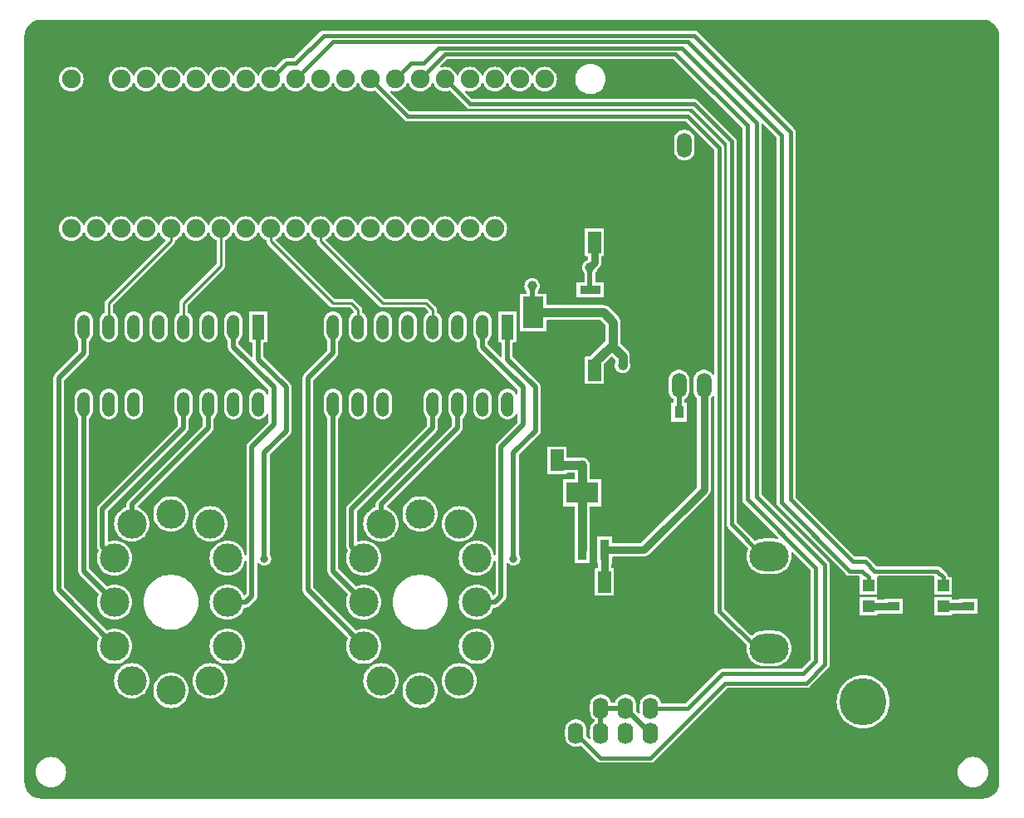
<source format=gbr>
G04 --- HEADER BEGIN --- *
%TF.GenerationSoftware,LibrePCB,LibrePCB,0.1.4-unstable*%
%TF.CreationDate,2020-02-26T00:12:38*%
%TF.ProjectId,Nixie Counter - default,cfaec193-39cb-4766-881d-db9368be8cff,v1.1*%
%TF.Part,Single*%
%FSLAX66Y66*%
%MOMM*%
G01*
G74*
G04 --- HEADER END --- *
G04 --- APERTURE LIST BEGIN --- *
%ADD10C,3.0*%
%ADD11R,1.3X0.95*%
%ADD12R,1.35X2.2*%
%ADD13R,0.95X1.3*%
%ADD14R,3.25X2.15*%
%ADD15R,0.95X2.15*%
%ADD16O,1.27X2.54*%
%ADD17R,1.27X2.54*%
%ADD18R,1.2X1.2*%
%ADD19O,1.587X2.19*%
%ADD20R,1.587X2.19*%
%ADD21C,1.9*%
%ADD22R,2.15X3.25*%
%ADD23R,2.15X0.95*%
%ADD24O,4.0X3.0*%
%ADD25O,1.5X2.54*%
%ADD26C,4.8*%
%ADD27C,0.8*%
%ADD28C,1.0*%
%ADD29C,0.5*%
%ADD30C,0.4*%
%ADD31C,0.9*%
%ADD32C,0.25*%
%ADD33C,0.0*%
G04 --- APERTURE LIST END --- *
G04 --- BOARD BEGIN --- *
D10*
X19240000Y28320000D03*
X20990000Y20320000D03*
X19240000Y12320000D03*
X15240000Y29320000D03*
X20990000Y24820000D03*
X11240000Y28320000D03*
X9490000Y15820000D03*
X9490000Y20320000D03*
X11240000Y12320000D03*
X9490000Y24820000D03*
X15240000Y11320000D03*
X20990000Y15820000D03*
D11*
X96520000Y19880000D03*
X96520000Y22030000D03*
D12*
X59450000Y22365264D03*
X59450000Y19545264D03*
D13*
X64886456Y39688000D03*
X67036456Y39688000D03*
D14*
X57150720Y31475360D03*
D15*
X54850720Y25675360D03*
X57150720Y25675360D03*
X59450720Y25675360D03*
D16*
X36830000Y48384984D03*
X49530000Y40514984D03*
X34290000Y40514984D03*
D17*
X49530000Y48384984D03*
D16*
X34290000Y48384984D03*
X44450000Y48384984D03*
X46990000Y48384984D03*
X44450000Y40514984D03*
X31750000Y48384984D03*
X41910000Y40514984D03*
X46990000Y40514984D03*
X39370000Y48384984D03*
X39370000Y40514984D03*
X41910000Y48384984D03*
X36830000Y40514984D03*
X31750000Y40514984D03*
D18*
X93980000Y22005000D03*
X93980000Y19905000D03*
D19*
X56515760Y6985104D03*
X59055760Y9525104D03*
X64135760Y9525104D03*
X61595760Y9525104D03*
X64135760Y6985104D03*
X59055760Y6985104D03*
X61595760Y6985104D03*
D20*
X56515760Y9525104D03*
D11*
X88900000Y19880000D03*
X88900000Y22030000D03*
D21*
X15240000Y58420000D03*
X40640000Y58420000D03*
X50800000Y58420000D03*
X45720000Y58420000D03*
X30480000Y73660000D03*
X45720000Y73660000D03*
X27940000Y58420000D03*
X7620000Y58420000D03*
X17780000Y58420000D03*
X53340000Y73660000D03*
X27940000Y73660000D03*
X35560000Y58420000D03*
X5080000Y73660000D03*
X35560000Y73660000D03*
X43180000Y58420000D03*
X25400000Y73660000D03*
X5080000Y58420000D03*
X50800000Y73660000D03*
X30480000Y58420000D03*
X33020000Y73660000D03*
X17780000Y73660000D03*
X12700000Y58420000D03*
X20320000Y58420000D03*
X10160000Y73660000D03*
X38100000Y58420000D03*
X40640000Y73660000D03*
X53340000Y58420000D03*
X22860000Y58420000D03*
X25400000Y58420000D03*
X48260000Y73660000D03*
X43180000Y73660000D03*
X38100000Y73660000D03*
X10160000Y58420000D03*
X15240000Y73660000D03*
X20320000Y73660000D03*
X12700000Y73660000D03*
X33020000Y58420000D03*
X7620000Y73660000D03*
X22860000Y73660000D03*
X48260000Y58420000D03*
D10*
X44640000Y28320000D03*
X46390000Y20320000D03*
X44640000Y12320000D03*
X40640000Y29320000D03*
X46390000Y24820000D03*
X36640000Y28320000D03*
X34890000Y15820000D03*
X34890000Y20320000D03*
X36640000Y12320000D03*
X34890000Y24820000D03*
X40640000Y11320000D03*
X46390000Y15820000D03*
D16*
X11430000Y48384984D03*
X24130000Y40514984D03*
X8890000Y40514984D03*
D17*
X24130000Y48384984D03*
D16*
X8890000Y48384984D03*
X19050000Y48384984D03*
X21590000Y48384984D03*
X19050000Y40514984D03*
X6350000Y48384984D03*
X16510000Y40514984D03*
X21590000Y40514984D03*
X13970000Y48384984D03*
X13970000Y40514984D03*
X16510000Y48384984D03*
X11430000Y40514984D03*
X6350000Y40514984D03*
D22*
X52186250Y49847500D03*
D23*
X57986250Y47547500D03*
X57986250Y49847500D03*
X57986250Y52147500D03*
D12*
X58420736Y43955544D03*
X58420736Y41135544D03*
D24*
X76199936Y15620000D03*
X76199936Y25020000D03*
X76199936Y20320000D03*
D25*
X67030992Y42428192D03*
X69570992Y42428192D03*
X65040992Y66928192D03*
X67580992Y66928192D03*
X64490992Y42428192D03*
D18*
X86360000Y22005000D03*
X86360000Y19905000D03*
D12*
X58420736Y57010736D03*
X58420736Y59830736D03*
X54610688Y34785448D03*
X54610688Y37605448D03*
D26*
X92311168Y10160064D03*
X88811168Y14960064D03*
X85811168Y10160064D03*
D27*
X62230000Y74295000D03*
X22860000Y71120000D03*
X69215000Y25400000D03*
X64770000Y74295000D03*
X76200000Y39370000D03*
X76200000Y33655000D03*
X69215000Y27940000D03*
D28*
X57150720Y34290424D03*
D27*
X76200000Y40640000D03*
D28*
X61277500Y44450000D03*
X52070000Y52546250D03*
D27*
X25400000Y71120000D03*
X73025000Y78740000D03*
X63500000Y74295000D03*
X67945000Y36195000D03*
X22860000Y76200000D03*
D28*
X57943750Y54451250D03*
D27*
X74295000Y28575000D03*
X50165000Y24765000D03*
X24130000Y71120000D03*
X71755000Y78740000D03*
X67945000Y37465000D03*
X69215000Y26670000D03*
X59690000Y68580000D03*
X76200000Y32385000D03*
X25400000Y76200000D03*
X58420000Y68580000D03*
X70485000Y78740000D03*
X24765000Y24765000D03*
X76200000Y38100000D03*
X24130000Y76200000D03*
X73660000Y29210000D03*
X67945000Y34925000D03*
D29*
X44450000Y40514984D02*
X44450560Y40640512D01*
X36640000Y30290000D02*
X44450000Y38100000D01*
X36640000Y28320000D02*
X36640000Y30290000D01*
X44450000Y40514984D02*
X44450000Y38100000D01*
X9490000Y24820000D02*
X8255000Y26035000D01*
X8255000Y29845000D02*
X8255000Y26035000D01*
X16510000Y38100000D02*
X8255000Y29845000D01*
X16510000Y40514984D02*
X16510000Y38100000D01*
D30*
X78422500Y68262500D02*
X78422500Y30797500D01*
X86995000Y23495000D02*
X93345000Y23495000D01*
X78422500Y30797500D02*
X84772500Y24447500D01*
X30797500Y78105000D02*
X27940000Y75247500D01*
X84772500Y24447500D02*
X86042500Y24447500D01*
X86042500Y24447500D02*
X86995000Y23495000D01*
X93980000Y22860000D02*
X93980000Y22225000D01*
X25400000Y73660000D02*
X26987500Y75247500D01*
X93345000Y23495000D02*
X93980000Y22860000D01*
X93980000Y22005000D02*
X93980000Y22225000D01*
X68580000Y78105000D02*
X78422500Y68262500D01*
X27940000Y75247500D02*
X26987500Y75247500D01*
X30797500Y78105000D02*
X68580000Y78105000D01*
X85725000Y23495000D02*
X86360000Y22860000D01*
X77470000Y30480000D02*
X77470000Y67945000D01*
X77470000Y30480000D02*
X84455000Y23495000D01*
X67945000Y77470000D02*
X31750000Y77470000D01*
X84455000Y23495000D02*
X85725000Y23495000D01*
X27940000Y73660000D02*
X31750000Y77470000D01*
X77470000Y67945000D02*
X67945000Y77470000D01*
X86360000Y22860000D02*
X86360000Y22005000D01*
D29*
X33655000Y29845000D02*
X41910000Y38100000D01*
X41910000Y40640000D02*
X41910528Y40640512D01*
X41910000Y40514984D02*
X41910528Y40640512D01*
X34870000Y24820000D02*
X33655000Y26035000D01*
X34890000Y24820000D02*
X34870000Y24820000D01*
X41910000Y38100000D02*
X41910000Y40640000D01*
X33655000Y26035000D02*
X33655000Y29845000D01*
D31*
X57150720Y34290424D02*
X54610688Y34290424D01*
X57150720Y31475360D02*
X57150720Y34290424D01*
X57150720Y31475360D02*
X57150720Y25675360D01*
X54610688Y34785448D02*
X54610688Y34290424D01*
D29*
X59055760Y6985104D02*
X59055000Y6985864D01*
D31*
X60325760Y46355584D02*
X60008084Y46355584D01*
D29*
X52070000Y50006250D02*
X52186250Y49847500D01*
D31*
X58420736Y43955544D02*
X58420736Y44766764D01*
X59373876Y49847500D02*
X60325760Y48895616D01*
X57985622Y49848128D02*
X52186250Y49847500D01*
D29*
X61595760Y9525104D02*
X59055864Y9525000D01*
X59055000Y6985864D02*
X59055864Y9525000D01*
X61595760Y9525104D02*
X64135000Y6985864D01*
D31*
X57986250Y49847500D02*
X59373876Y49847500D01*
D29*
X59055760Y9525104D02*
X59055864Y9525000D01*
X52070000Y52546250D02*
X52070000Y50006250D01*
D31*
X60008084Y46355584D02*
X58420736Y44766764D01*
D29*
X64135760Y6985104D02*
X64135000Y6985864D01*
D31*
X60325760Y48895616D02*
X60325760Y46355584D01*
X61277500Y45403844D02*
X61277500Y44450000D01*
X57986250Y49847500D02*
X57985622Y49848128D01*
X60325760Y46355584D02*
X61277500Y45403844D01*
X58420736Y43955544D02*
X58420736Y44766764D01*
D27*
X58420736Y57010736D02*
X58420736Y54928236D01*
X59450000Y22365264D02*
X59452624Y22463408D01*
D29*
X57986250Y52147500D02*
X57943750Y52070000D01*
D27*
X59452624Y25678136D02*
X59452624Y22463408D01*
X69570992Y42428192D02*
X69570992Y32105520D01*
X69570992Y31788016D02*
X63461112Y25678136D01*
X63461112Y25678136D02*
X59452624Y25678136D01*
D29*
X57943750Y54451250D02*
X57943750Y52070000D01*
D27*
X57943750Y54451250D02*
X58420736Y54928236D01*
X59450720Y25675360D02*
X59452624Y25678136D01*
X69570992Y32105520D02*
X69570992Y31788016D01*
D30*
X68580864Y71119136D02*
X72390912Y67310848D01*
X43180000Y73660000D02*
X45720000Y71120000D01*
X45720000Y71120000D02*
X68580000Y71120000D01*
X76199936Y25020000D02*
X75627500Y25020000D01*
X75627500Y25020000D02*
X72390912Y28257856D01*
X68580864Y71120896D02*
X68580864Y71119136D01*
X76199936Y25020000D02*
X75627500Y25020000D01*
X72390912Y67310848D02*
X72390912Y28257856D01*
X68580000Y71120000D02*
X68580864Y71120896D01*
D29*
X67030992Y42428192D02*
X67037993Y42421191D01*
X67036456Y39688000D02*
X67037993Y42421191D01*
D32*
X25400000Y58420000D02*
X25400000Y57150000D01*
X31750000Y50800000D02*
X33655000Y50800000D01*
X34290000Y50165000D02*
X34290000Y48260000D01*
X33655000Y50800000D02*
X34290000Y50165000D01*
X25400000Y57150000D02*
X31750000Y50800000D01*
X34290000Y48384984D02*
X34290000Y48260000D01*
D29*
X50165000Y35560000D02*
X52387500Y37782500D01*
X52387500Y37782500D02*
X52388160Y42228032D01*
X52388160Y42228032D02*
X49530624Y45085568D01*
X49530000Y48384984D02*
X49530624Y45085568D01*
X50165000Y24765000D02*
X50165000Y35560000D01*
D30*
X35560000Y73660000D02*
X39370000Y69850000D01*
X71120896Y19367884D02*
X71120896Y19366604D01*
X67945000Y69850000D02*
X67946736Y69850000D01*
X76199936Y15620000D02*
X74992500Y15620000D01*
X71120896Y19366604D02*
X74992500Y15620000D01*
X71120896Y66675840D02*
X71120896Y19367884D01*
X39370000Y69850000D02*
X67945000Y69850000D01*
X76199936Y15620000D02*
X74992500Y15620000D01*
X67946736Y69850000D02*
X71120896Y66675840D01*
D29*
X31750000Y45720976D02*
X31750000Y45720000D01*
X34890000Y15820000D02*
X29210000Y21590000D01*
X31750000Y48384984D02*
X31750000Y45720976D01*
X31750000Y45720000D02*
X29210000Y43180000D01*
X29210000Y43180000D02*
X29210000Y21590000D01*
D27*
X88900000Y19880000D02*
X86360000Y19880000D01*
X86360000Y19905000D02*
X86360000Y19880000D01*
D32*
X36830000Y50800000D02*
X39370000Y50800000D01*
X41910000Y48384984D02*
X41910000Y48260000D01*
X41275000Y50800000D02*
X41910000Y50165000D01*
X30480000Y58420000D02*
X30480000Y57150000D01*
X41910000Y50165000D02*
X41910000Y48260000D01*
X39370000Y50800000D02*
X41275000Y50800000D01*
X30480000Y57150000D02*
X36830000Y50800000D01*
D30*
X64135760Y9525104D02*
X67944896Y9525104D01*
X73977496Y30797504D02*
X73977496Y68897504D01*
X66675000Y76200000D02*
X73977496Y68897504D01*
X71437500Y13017500D02*
X79692500Y13017500D01*
X67944896Y9525104D02*
X67945104Y9525104D01*
X43180000Y76200000D02*
X66675000Y76200000D01*
X67945104Y9525104D02*
X71437500Y13017500D01*
X40640000Y73660000D02*
X43180000Y76200000D01*
X80962500Y14287500D02*
X79692500Y13017500D01*
X80962500Y14287500D02*
X80962496Y23812504D01*
X67944896Y9525104D02*
X67945000Y9525000D01*
X73977496Y30797504D02*
X80962496Y23812504D01*
D29*
X31750000Y40514984D02*
X31750000Y23495000D01*
X34890000Y20320000D02*
X31750000Y23495000D01*
X6350080Y45720576D02*
X6350080Y45720080D01*
X6350080Y45720576D02*
X6350080Y47943104D01*
X3810000Y43180000D02*
X3810000Y21590000D01*
X6350080Y45720080D02*
X3810000Y43180000D01*
X6350000Y48384984D02*
X6350080Y47943104D01*
X9490000Y15820000D02*
X3810000Y21590000D01*
D27*
X96520000Y19880000D02*
X93980000Y19880000D01*
X93980000Y19905000D02*
X93980000Y19880000D01*
D32*
X8890000Y50165000D02*
X8890000Y50800000D01*
X8890000Y50165000D02*
X8890000Y48260000D01*
X15240000Y57150000D02*
X8890000Y50800000D01*
X8890000Y48384984D02*
X8890000Y48260000D01*
X15240000Y57150000D02*
X15240000Y58420000D01*
D30*
X56515760Y6985104D02*
X59055000Y4445000D01*
X74930000Y69215000D02*
X74930000Y31115000D01*
X42545000Y76835000D02*
X40957500Y75247500D01*
X42545000Y76835000D02*
X67310000Y76835000D01*
X81915000Y13970000D02*
X81915000Y24130000D01*
X74930000Y69215000D02*
X67310000Y76835000D01*
X65405000Y5715000D02*
X68262496Y8572496D01*
X65405000Y5715000D02*
X64135000Y4445000D01*
X39687500Y75247500D02*
X38100000Y73660000D01*
X71755000Y12065000D02*
X80010000Y12065000D01*
X68262496Y8572496D02*
X71755000Y12065000D01*
X81915000Y13970000D02*
X80010000Y12065000D01*
X64135000Y4445000D02*
X59055000Y4445000D01*
X81915000Y24130000D02*
X74930000Y31115000D01*
X39687500Y75247500D02*
X40957500Y75247500D01*
D29*
X20990000Y20320000D02*
X22860000Y20320000D01*
X23495000Y36195000D02*
X25717500Y38417500D01*
X25717824Y42228032D02*
X21590272Y46355584D01*
X22860000Y20320000D02*
X23495000Y20955000D01*
X23495000Y20955000D02*
X23495000Y36195000D01*
X21590000Y48384984D02*
X21590272Y46355584D01*
X25717824Y38417824D02*
X25717500Y38417500D01*
X25717824Y42228032D02*
X25717824Y38417824D01*
X9490000Y20320000D02*
X6350000Y23495000D01*
X6350000Y40514984D02*
X6350000Y23495376D01*
X6350000Y23495376D02*
X6350000Y23495000D01*
X19050000Y40514984D02*
X19050000Y38100000D01*
X11240000Y28320000D02*
X11240000Y30290000D01*
X11240000Y30290000D02*
X19050000Y38100000D01*
X24765000Y35560000D02*
X26987500Y37782500D01*
X24765000Y24765000D02*
X24765000Y35560000D01*
X26987500Y42227500D02*
X26987840Y42228032D01*
X24130000Y48384984D02*
X24130304Y45085568D01*
X26987840Y42228032D02*
X24130304Y45085568D01*
X26987500Y37782500D02*
X26987500Y42227500D01*
X48260000Y20320000D02*
X48895000Y20955000D01*
X46390000Y20320000D02*
X48260000Y20320000D01*
X48895000Y36195000D02*
X51117500Y38417500D01*
X51117500Y38417500D02*
X51118144Y42228032D01*
X46990000Y48384984D02*
X46990592Y46355584D01*
X51118144Y42228032D02*
X46990592Y46355584D01*
X48895000Y20955000D02*
X48895000Y36195000D01*
D32*
X20320000Y57150000D02*
X20320000Y54610000D01*
X20320000Y54610000D02*
X16510000Y50800000D01*
X20320000Y58420000D02*
X20320000Y57150000D01*
X16510000Y50800000D02*
X16510000Y48260000D01*
X16510000Y48384984D02*
X16510000Y48260000D01*
D33*
G36*
X74853322Y26603352D02*
X74949053Y26655625D01*
X74955537Y26658586D01*
X75189468Y26745838D01*
X75196308Y26747847D01*
X75440276Y26800918D01*
X75447338Y26801933D01*
X75698156Y26819873D01*
X75701718Y26820000D01*
X76698154Y26820000D01*
X76701716Y26819873D01*
X76952533Y26801933D01*
X76959592Y26800919D01*
X77019644Y26787855D01*
X77081761Y26794299D01*
X77127942Y26836338D01*
X77140177Y26897578D01*
X77111612Y26956281D01*
X73625658Y30442235D01*
X73625174Y30443733D01*
X73620260Y30448748D01*
X73581894Y30498748D01*
X73547394Y30543708D01*
X73543432Y30550042D01*
X73497041Y30662040D01*
X73493678Y30674589D01*
X73477922Y30794267D01*
X73477496Y30800773D01*
X73477496Y68648975D01*
X73448207Y68719686D01*
X66497182Y75670711D01*
X66426471Y75700000D01*
X43428529Y75700000D01*
X43357818Y75670711D01*
X42701158Y75014051D01*
X42672996Y74958311D01*
X42683394Y74896733D01*
X42728298Y74853332D01*
X42797751Y74846747D01*
X42958720Y74889879D01*
X42967295Y74891390D01*
X43175645Y74909619D01*
X43184355Y74909619D01*
X43392704Y74891390D01*
X43401279Y74889879D01*
X43603311Y74835744D01*
X43611480Y74832771D01*
X43801045Y74744375D01*
X43808576Y74740027D01*
X43979908Y74620059D01*
X43986569Y74614470D01*
X44134470Y74466569D01*
X44140059Y74459908D01*
X44260027Y74288576D01*
X44264375Y74281045D01*
X44352771Y74091479D01*
X44356032Y74082521D01*
X44394649Y74033443D01*
X44454853Y74016845D01*
X44513164Y74039201D01*
X44543970Y74082528D01*
X44547227Y74091477D01*
X44635624Y74281045D01*
X44639972Y74288576D01*
X44759940Y74459908D01*
X44765529Y74466569D01*
X44913432Y74614472D01*
X44920091Y74620059D01*
X45091422Y74740026D01*
X45098954Y74744375D01*
X45288519Y74832771D01*
X45296688Y74835744D01*
X45498720Y74889879D01*
X45507295Y74891390D01*
X45715645Y74909619D01*
X45724355Y74909619D01*
X45932704Y74891390D01*
X45941279Y74889879D01*
X46143311Y74835744D01*
X46151480Y74832771D01*
X46341045Y74744375D01*
X46348576Y74740027D01*
X46519908Y74620059D01*
X46526569Y74614470D01*
X46674470Y74466569D01*
X46680059Y74459908D01*
X46800027Y74288576D01*
X46804375Y74281045D01*
X46892771Y74091479D01*
X46896032Y74082521D01*
X46934649Y74033443D01*
X46994853Y74016845D01*
X47053164Y74039201D01*
X47083970Y74082528D01*
X47087227Y74091477D01*
X47175624Y74281045D01*
X47179972Y74288576D01*
X47299940Y74459908D01*
X47305529Y74466569D01*
X47453432Y74614472D01*
X47460091Y74620059D01*
X47631422Y74740026D01*
X47638954Y74744375D01*
X47828519Y74832771D01*
X47836688Y74835744D01*
X48038720Y74889879D01*
X48047295Y74891390D01*
X48255645Y74909619D01*
X48264355Y74909619D01*
X48472704Y74891390D01*
X48481279Y74889879D01*
X48683311Y74835744D01*
X48691480Y74832771D01*
X48881045Y74744375D01*
X48888576Y74740027D01*
X49059908Y74620059D01*
X49066569Y74614470D01*
X49214470Y74466569D01*
X49220059Y74459908D01*
X49340027Y74288576D01*
X49344375Y74281045D01*
X49432771Y74091479D01*
X49436032Y74082521D01*
X49474649Y74033443D01*
X49534853Y74016845D01*
X49593164Y74039201D01*
X49623970Y74082528D01*
X49627227Y74091477D01*
X49715624Y74281045D01*
X49719972Y74288576D01*
X49839940Y74459908D01*
X49845529Y74466569D01*
X49993432Y74614472D01*
X50000091Y74620059D01*
X50171422Y74740026D01*
X50178954Y74744375D01*
X50368519Y74832771D01*
X50376688Y74835744D01*
X50578720Y74889879D01*
X50587295Y74891390D01*
X50795645Y74909619D01*
X50804355Y74909619D01*
X51012704Y74891390D01*
X51021279Y74889879D01*
X51223311Y74835744D01*
X51231480Y74832771D01*
X51421045Y74744375D01*
X51428576Y74740027D01*
X51599908Y74620059D01*
X51606569Y74614470D01*
X51754470Y74466569D01*
X51760059Y74459908D01*
X51880027Y74288576D01*
X51884375Y74281045D01*
X51972771Y74091479D01*
X51976032Y74082521D01*
X52014649Y74033443D01*
X52074853Y74016845D01*
X52133164Y74039201D01*
X52163970Y74082528D01*
X52167227Y74091477D01*
X52255624Y74281045D01*
X52259972Y74288576D01*
X52379940Y74459908D01*
X52385529Y74466569D01*
X52533432Y74614472D01*
X52540091Y74620059D01*
X52711422Y74740026D01*
X52718954Y74744375D01*
X52908519Y74832771D01*
X52916688Y74835744D01*
X53118720Y74889879D01*
X53127295Y74891390D01*
X53335645Y74909619D01*
X53344355Y74909619D01*
X53552704Y74891390D01*
X53561279Y74889879D01*
X53763311Y74835744D01*
X53771480Y74832771D01*
X53961045Y74744375D01*
X53968576Y74740027D01*
X54139908Y74620059D01*
X54146569Y74614470D01*
X54294470Y74466569D01*
X54300059Y74459908D01*
X54420027Y74288576D01*
X54424375Y74281045D01*
X54512771Y74091480D01*
X54515744Y74083311D01*
X54569879Y73881279D01*
X54571390Y73872704D01*
X54589619Y73664355D01*
X54589619Y73655645D01*
X54571390Y73447295D01*
X54569879Y73438720D01*
X54515744Y73236688D01*
X54512771Y73228519D01*
X54424375Y73038954D01*
X54420026Y73031422D01*
X54300059Y72860091D01*
X54294472Y72853432D01*
X54146569Y72705529D01*
X54139908Y72699940D01*
X53968576Y72579972D01*
X53961045Y72575624D01*
X53771480Y72487228D01*
X53763311Y72484255D01*
X53561277Y72430120D01*
X53552705Y72428609D01*
X53344355Y72410381D01*
X53335645Y72410381D01*
X53127294Y72428609D01*
X53118722Y72430120D01*
X52916688Y72484255D01*
X52908519Y72487228D01*
X52718954Y72575624D01*
X52711422Y72579973D01*
X52540091Y72699940D01*
X52533432Y72705527D01*
X52385527Y72853432D01*
X52379940Y72860091D01*
X52259973Y73031422D01*
X52255624Y73038954D01*
X52167228Y73228520D01*
X52163967Y73237478D01*
X52125350Y73286556D01*
X52065146Y73303154D01*
X52006835Y73280798D01*
X51976029Y73237471D01*
X51972772Y73228522D01*
X51884375Y73038954D01*
X51880026Y73031422D01*
X51760059Y72860091D01*
X51754472Y72853432D01*
X51606569Y72705529D01*
X51599908Y72699940D01*
X51428576Y72579972D01*
X51421045Y72575624D01*
X51231480Y72487228D01*
X51223311Y72484255D01*
X51021277Y72430120D01*
X51012705Y72428609D01*
X50804355Y72410381D01*
X50795645Y72410381D01*
X50587294Y72428609D01*
X50578722Y72430120D01*
X50376688Y72484255D01*
X50368519Y72487228D01*
X50178954Y72575624D01*
X50171422Y72579973D01*
X50000091Y72699940D01*
X49993432Y72705527D01*
X49845527Y72853432D01*
X49839940Y72860091D01*
X49719973Y73031422D01*
X49715624Y73038954D01*
X49627228Y73228520D01*
X49623967Y73237478D01*
X49585350Y73286556D01*
X49525146Y73303154D01*
X49466835Y73280798D01*
X49436029Y73237471D01*
X49432772Y73228522D01*
X49344375Y73038954D01*
X49340026Y73031422D01*
X49220059Y72860091D01*
X49214472Y72853432D01*
X49066569Y72705529D01*
X49059908Y72699940D01*
X48888576Y72579972D01*
X48881045Y72575624D01*
X48691480Y72487228D01*
X48683311Y72484255D01*
X48481277Y72430120D01*
X48472705Y72428609D01*
X48264355Y72410381D01*
X48255645Y72410381D01*
X48047294Y72428609D01*
X48038722Y72430120D01*
X47836688Y72484255D01*
X47828519Y72487228D01*
X47638954Y72575624D01*
X47631422Y72579973D01*
X47460091Y72699940D01*
X47453432Y72705527D01*
X47305527Y72853432D01*
X47299940Y72860091D01*
X47179973Y73031422D01*
X47175624Y73038954D01*
X47087228Y73228520D01*
X47083967Y73237478D01*
X47045350Y73286556D01*
X46985146Y73303154D01*
X46926835Y73280798D01*
X46896029Y73237471D01*
X46892772Y73228522D01*
X46804375Y73038954D01*
X46800026Y73031422D01*
X46680059Y72860091D01*
X46674472Y72853432D01*
X46526569Y72705529D01*
X46519908Y72699940D01*
X46348576Y72579972D01*
X46341045Y72575624D01*
X46151480Y72487228D01*
X46143311Y72484255D01*
X45941277Y72430120D01*
X45932705Y72428609D01*
X45724355Y72410381D01*
X45715645Y72410381D01*
X45507294Y72428609D01*
X45498722Y72430120D01*
X45337752Y72473252D01*
X45275399Y72469771D01*
X45227270Y72429977D01*
X45212135Y72369389D01*
X45241159Y72305948D01*
X45897818Y71649289D01*
X45968529Y71620000D01*
X57996086Y71620000D01*
X57996086Y72110308D01*
X57761435Y72128775D01*
X57753711Y72129999D01*
X57524846Y72184944D01*
X57517391Y72187367D01*
X57299943Y72277436D01*
X57292966Y72280991D01*
X57092283Y72403969D01*
X57085941Y72408577D01*
X56906979Y72561426D01*
X56901426Y72566979D01*
X56748577Y72745941D01*
X56743969Y72752283D01*
X56620991Y72952966D01*
X56617436Y72959943D01*
X56527367Y73177391D01*
X56524944Y73184846D01*
X56469999Y73413711D01*
X56468775Y73421435D01*
X56450308Y73656086D01*
X56450308Y73663914D01*
X56468775Y73898564D01*
X56469999Y73906288D01*
X56524944Y74135153D01*
X56527367Y74142608D01*
X56617436Y74360056D01*
X56620991Y74367033D01*
X56743969Y74567716D01*
X56748577Y74574058D01*
X56901426Y74753020D01*
X56906979Y74758573D01*
X57085941Y74911422D01*
X57092283Y74916030D01*
X57292966Y75039008D01*
X57299943Y75042563D01*
X57517391Y75132632D01*
X57524846Y75135055D01*
X57753711Y75190000D01*
X57761435Y75191224D01*
X57996087Y75209692D01*
X58003913Y75209692D01*
X58238564Y75191224D01*
X58246288Y75190000D01*
X58475153Y75135055D01*
X58482608Y75132632D01*
X58700056Y75042563D01*
X58707033Y75039008D01*
X58907716Y74916030D01*
X58914058Y74911422D01*
X59093020Y74758573D01*
X59098573Y74753020D01*
X59251422Y74574058D01*
X59256030Y74567716D01*
X59379008Y74367033D01*
X59382563Y74360056D01*
X59472632Y74142608D01*
X59475055Y74135153D01*
X59530000Y73906288D01*
X59531224Y73898564D01*
X59549692Y73663913D01*
X59549692Y73656087D01*
X59531224Y73421435D01*
X59530000Y73413711D01*
X59475055Y73184846D01*
X59472632Y73177391D01*
X59382563Y72959943D01*
X59379008Y72952966D01*
X59256030Y72752283D01*
X59251422Y72745941D01*
X59098573Y72566979D01*
X59093020Y72561426D01*
X58914058Y72408577D01*
X58907716Y72403969D01*
X58707033Y72280991D01*
X58700056Y72277436D01*
X58482608Y72187367D01*
X58475153Y72184944D01*
X58246288Y72129999D01*
X58238564Y72128775D01*
X58003914Y72110308D01*
X57996086Y72110308D01*
X57996086Y71620000D01*
X68566374Y71620000D01*
X68566374Y71620656D01*
X68567928Y71619886D01*
X68568121Y71619889D01*
X68570193Y71620041D01*
X68575574Y71620041D01*
X68577386Y71620057D01*
X68582336Y71620147D01*
X68584222Y71620040D01*
X68587365Y71620040D01*
X68640318Y71613068D01*
X68642124Y71612847D01*
X68694958Y71606866D01*
X68697978Y71606116D01*
X68699914Y71605749D01*
X68704893Y71604415D01*
X68706653Y71603961D01*
X68711475Y71602763D01*
X68713290Y71602165D01*
X68716320Y71601353D01*
X68765668Y71580912D01*
X68767355Y71580232D01*
X68816847Y71560778D01*
X68819564Y71559275D01*
X68821343Y71558418D01*
X68825824Y71555830D01*
X68827418Y71554929D01*
X68831751Y71552532D01*
X68833348Y71551485D01*
X68836064Y71549917D01*
X68878431Y71517407D01*
X68879885Y71516312D01*
X68922663Y71484707D01*
X68924897Y71482553D01*
X68926380Y71481276D01*
X68930017Y71477639D01*
X68931318Y71476362D01*
X68934916Y71472893D01*
X68936193Y71471463D01*
X68940968Y71466688D01*
X68944854Y71462258D01*
X72742150Y67666716D01*
X72746293Y67662017D01*
X72783658Y67613322D01*
X72783681Y67613310D01*
X72783673Y67613304D01*
X72819925Y67566081D01*
X72824415Y67558297D01*
X72824459Y67558220D01*
X72826413Y67554839D01*
X72848988Y67500338D01*
X72848997Y67500316D01*
X72871502Y67446020D01*
X72872951Y67440548D01*
X72873108Y67439962D01*
X72874671Y67434201D01*
X72882658Y67373539D01*
X72882661Y67373516D01*
X72890497Y67314100D01*
X72890912Y67307645D01*
X72890912Y28506317D01*
X72920187Y28435620D01*
X74734672Y26620423D01*
X74790406Y26592250D01*
X74853322Y26603352D01*
G37*
G36*
X97993439Y300214D02*
X98215267Y314753D01*
X98228236Y316461D01*
X98433404Y357272D01*
X98446039Y360657D01*
X98644107Y427892D01*
X98656191Y432898D01*
X98843799Y525415D01*
X98855128Y531955D01*
X99029053Y648169D01*
X99039431Y656132D01*
X99196698Y794052D01*
X99205947Y803301D01*
X99343867Y960568D01*
X99351830Y970946D01*
X99468048Y1144878D01*
X99474588Y1156206D01*
X99567099Y1343800D01*
X99572105Y1355885D01*
X99639342Y1553960D01*
X99642727Y1566595D01*
X99683538Y1771763D01*
X99685246Y1784731D01*
X99699786Y2006562D01*
X99700000Y2013103D01*
X99700000Y77986897D01*
X99699786Y77993438D01*
X99685246Y78215268D01*
X99683538Y78228236D01*
X99642727Y78433404D01*
X99639342Y78446039D01*
X99572107Y78644107D01*
X99567101Y78656191D01*
X99474584Y78843799D01*
X99468044Y78855128D01*
X99351830Y79029053D01*
X99343867Y79039431D01*
X99205947Y79196698D01*
X99196698Y79205947D01*
X99039431Y79343867D01*
X99029053Y79351830D01*
X98855128Y79468044D01*
X98843799Y79474584D01*
X98656191Y79567101D01*
X98644107Y79572107D01*
X98446039Y79639342D01*
X98433404Y79642727D01*
X98228236Y79683538D01*
X98215268Y79685246D01*
X97993438Y79699786D01*
X97986897Y79700000D01*
X2013103Y79700000D01*
X2006562Y79699786D01*
X1784731Y79685246D01*
X1771763Y79683538D01*
X1566595Y79642727D01*
X1553960Y79639342D01*
X1355892Y79572107D01*
X1343808Y79567101D01*
X1156200Y79474584D01*
X1144871Y79468044D01*
X970946Y79351830D01*
X960568Y79343867D01*
X803301Y79205947D01*
X794052Y79196698D01*
X656132Y79039431D01*
X648169Y79029053D01*
X531955Y78855128D01*
X525415Y78843799D01*
X432898Y78656191D01*
X427892Y78644107D01*
X360657Y78446039D01*
X357272Y78433404D01*
X316461Y78228236D01*
X314753Y78215267D01*
X300214Y77993439D01*
X300000Y77986899D01*
X300000Y2013101D01*
X300214Y2006561D01*
X314753Y1784732D01*
X316461Y1771763D01*
X357272Y1566595D01*
X360657Y1553960D01*
X427892Y1355892D01*
X432898Y1343808D01*
X525415Y1156200D01*
X531955Y1144871D01*
X648169Y970946D01*
X656132Y960568D01*
X794052Y803301D01*
X803301Y794052D01*
X960568Y656132D01*
X970946Y648169D01*
X1144878Y531951D01*
X1156206Y525411D01*
X1343800Y432900D01*
X1355885Y427894D01*
X1553960Y360657D01*
X1566595Y357272D01*
X1771763Y316461D01*
X1784732Y314753D01*
X2006561Y300214D01*
X2013101Y300000D01*
X2996086Y300000D01*
X2996086Y1450308D01*
X2761435Y1468775D01*
X2753711Y1469999D01*
X2524846Y1524944D01*
X2517391Y1527367D01*
X2299943Y1617436D01*
X2292966Y1620991D01*
X2092283Y1743969D01*
X2085941Y1748577D01*
X1906979Y1901426D01*
X1901426Y1906979D01*
X1748577Y2085941D01*
X1743969Y2092283D01*
X1620991Y2292966D01*
X1617436Y2299943D01*
X1527367Y2517391D01*
X1524944Y2524846D01*
X1469999Y2753711D01*
X1468775Y2761435D01*
X1450308Y2996086D01*
X1450308Y3003914D01*
X1468775Y3238564D01*
X1469999Y3246288D01*
X1524944Y3475153D01*
X1527367Y3482608D01*
X1617436Y3700056D01*
X1620991Y3707033D01*
X1743969Y3907716D01*
X1748577Y3914058D01*
X1901426Y4093020D01*
X1906979Y4098573D01*
X2085941Y4251422D01*
X2092283Y4256030D01*
X2292966Y4379008D01*
X2299943Y4382563D01*
X2517391Y4472632D01*
X2524846Y4475055D01*
X2753711Y4530000D01*
X2761435Y4531224D01*
X2996087Y4549692D01*
X3003913Y4549692D01*
X3238564Y4531224D01*
X3246288Y4530000D01*
X3475153Y4475055D01*
X3482608Y4472632D01*
X3700056Y4382563D01*
X3707033Y4379008D01*
X3907716Y4256030D01*
X3914058Y4251422D01*
X4093020Y4098573D01*
X4098573Y4093020D01*
X4251422Y3914058D01*
X4256030Y3907716D01*
X4379008Y3707033D01*
X4382563Y3700056D01*
X4472632Y3482608D01*
X4475055Y3475153D01*
X4530000Y3246288D01*
X4531224Y3238564D01*
X4549692Y3003913D01*
X4549692Y2996087D01*
X4531224Y2761435D01*
X4530000Y2753711D01*
X4475055Y2524846D01*
X4472632Y2517391D01*
X4382563Y2299943D01*
X4379008Y2292966D01*
X4256030Y2092283D01*
X4251422Y2085941D01*
X4098573Y1906979D01*
X4093020Y1901426D01*
X3914058Y1748577D01*
X3907716Y1743969D01*
X3707033Y1620991D01*
X3700056Y1617436D01*
X3482608Y1527367D01*
X3475153Y1524944D01*
X3246288Y1469999D01*
X3238564Y1468775D01*
X3003914Y1450308D01*
X2996086Y1450308D01*
X2996086Y300000D01*
X11236435Y300000D01*
X11236435Y10520255D01*
X10987401Y10538066D01*
X10980340Y10539081D01*
X10736372Y10592152D01*
X10729532Y10594161D01*
X10495601Y10681413D01*
X10489117Y10684374D01*
X10269982Y10804031D01*
X10263985Y10807885D01*
X10064109Y10957509D01*
X10058726Y10962174D01*
X9882174Y11138726D01*
X9877509Y11144109D01*
X9727885Y11343985D01*
X9724031Y11349982D01*
X9604374Y11569117D01*
X9601413Y11575601D01*
X9514161Y11809532D01*
X9512152Y11816372D01*
X9459081Y12060340D01*
X9458066Y12067401D01*
X9440255Y12316435D01*
X9440255Y12323565D01*
X9458066Y12572597D01*
X9459081Y12579659D01*
X9486435Y12705405D01*
X9486435Y14020255D01*
X9237401Y14038066D01*
X9230340Y14039081D01*
X8986372Y14092152D01*
X8979532Y14094161D01*
X8745601Y14181413D01*
X8739117Y14184374D01*
X8519982Y14304031D01*
X8513985Y14307885D01*
X8314109Y14457509D01*
X8308726Y14462174D01*
X8132174Y14638726D01*
X8127509Y14644109D01*
X7977885Y14843985D01*
X7974031Y14849982D01*
X7854374Y15069117D01*
X7851413Y15075601D01*
X7764161Y15309532D01*
X7762152Y15316372D01*
X7709081Y15560340D01*
X7708066Y15567401D01*
X7690255Y15816435D01*
X7690255Y15823565D01*
X7708066Y16072597D01*
X7709081Y16079659D01*
X7762152Y16323627D01*
X7764161Y16330467D01*
X7851413Y16564398D01*
X7854373Y16570879D01*
X7863276Y16587184D01*
X7874594Y16648600D01*
X7846772Y16705262D01*
X3420341Y21201829D01*
X3416077Y21206769D01*
X3376331Y21259418D01*
X3375855Y21260043D01*
X3337388Y21310175D01*
X3333490Y21317047D01*
X3333118Y21317698D01*
X3329253Y21324396D01*
X3305534Y21382955D01*
X3305236Y21383683D01*
X3281065Y21442036D01*
X3279111Y21449563D01*
X3278914Y21450310D01*
X3276892Y21457857D01*
X3269149Y21520477D01*
X3269050Y21521257D01*
X3260426Y21586761D01*
X3260000Y21593270D01*
X3260000Y43176730D01*
X3260426Y43183239D01*
X3277885Y43315858D01*
X3281247Y43328403D01*
X3298133Y43369168D01*
X3298134Y43369170D01*
X3331177Y43448944D01*
X3337678Y43460203D01*
X3419098Y43566311D01*
X3423404Y43571222D01*
X5770791Y45918609D01*
X5800080Y45989320D01*
X5800080Y46950261D01*
X5763520Y47027562D01*
X5692653Y47085722D01*
X5685738Y47092637D01*
X5575692Y47226727D01*
X5570258Y47234859D01*
X5488486Y47387845D01*
X5484747Y47396872D01*
X5434391Y47562872D01*
X5432484Y47572461D01*
X5415240Y47747544D01*
X5415000Y47752441D01*
X5415000Y49017527D01*
X5415240Y49022424D01*
X5432484Y49197506D01*
X5434391Y49207095D01*
X5484747Y49373095D01*
X5488486Y49382122D01*
X5570258Y49535108D01*
X5575692Y49543240D01*
X5685738Y49677330D01*
X5692653Y49684245D01*
X5826743Y49794291D01*
X5834875Y49799725D01*
X5987861Y49881497D01*
X5996888Y49885236D01*
X6162884Y49935591D01*
X6172485Y49937500D01*
X6345106Y49954502D01*
X6354894Y49954502D01*
X6527514Y49937500D01*
X6537115Y49935591D01*
X6703111Y49885236D01*
X6712138Y49881497D01*
X6865124Y49799725D01*
X6873256Y49794291D01*
X7007346Y49684245D01*
X7014261Y49677330D01*
X7124307Y49543240D01*
X7129741Y49535108D01*
X7211513Y49382122D01*
X7215252Y49373095D01*
X7265607Y49207099D01*
X7267516Y49197498D01*
X7284759Y49022427D01*
X7285000Y49017534D01*
X7285000Y47752434D01*
X7284759Y47747541D01*
X7267516Y47572469D01*
X7265607Y47562868D01*
X7215252Y47396872D01*
X7211513Y47387845D01*
X7129741Y47234859D01*
X7124307Y47226727D01*
X7014261Y47092637D01*
X7007340Y47085716D01*
X6936640Y47027693D01*
X6900080Y46950393D01*
X6900080Y45723361D01*
X6899651Y45716824D01*
X6882195Y45584228D01*
X6878831Y45571675D01*
X6844096Y45487818D01*
X6844095Y45487816D01*
X6828902Y45451136D01*
X6822401Y45439876D01*
X6740982Y45333769D01*
X6736676Y45328858D01*
X4389289Y42981471D01*
X4360000Y42910760D01*
X4360000Y21856251D01*
X4388736Y21786098D01*
X8629668Y17477968D01*
X8685184Y17449369D01*
X8742475Y17457158D01*
X8745607Y17458588D01*
X8979532Y17545838D01*
X8986372Y17547847D01*
X9230340Y17600918D01*
X9237402Y17601933D01*
X9486435Y17619745D01*
X9486435Y17619745D01*
X9486435Y18520255D01*
X9237401Y18538066D01*
X9230340Y18539081D01*
X8986372Y18592152D01*
X8979532Y18594161D01*
X8745601Y18681413D01*
X8739117Y18684374D01*
X8519982Y18804031D01*
X8513985Y18807885D01*
X8314109Y18957509D01*
X8308726Y18962174D01*
X8132174Y19138726D01*
X8127509Y19144109D01*
X7977885Y19343985D01*
X7974031Y19349982D01*
X7854374Y19569117D01*
X7851413Y19575601D01*
X7764161Y19809532D01*
X7762152Y19816372D01*
X7709081Y20060340D01*
X7708066Y20067401D01*
X7690255Y20316435D01*
X7690255Y20323565D01*
X7708066Y20572597D01*
X7709081Y20579659D01*
X7762152Y20823627D01*
X7764161Y20830467D01*
X7851413Y21064398D01*
X7854375Y21070884D01*
X7861207Y21083397D01*
X7872523Y21144813D01*
X7844539Y21201638D01*
X5961245Y23105924D01*
X5956967Y23110857D01*
X5916661Y23163993D01*
X5916324Y23164435D01*
X5877482Y23215054D01*
X5873805Y23221504D01*
X5873535Y23221975D01*
X5869815Y23228419D01*
X5845817Y23287277D01*
X5845605Y23287791D01*
X5821133Y23346868D01*
X5819314Y23353810D01*
X5819177Y23354326D01*
X5817182Y23361773D01*
X5809245Y23424755D01*
X5809175Y23425303D01*
X5800426Y23491761D01*
X5800000Y23498270D01*
X5800000Y39080327D01*
X5763440Y39157628D01*
X5692653Y39215722D01*
X5685738Y39222637D01*
X5575692Y39356727D01*
X5570258Y39364859D01*
X5488486Y39517845D01*
X5484747Y39526872D01*
X5434391Y39692872D01*
X5432484Y39702461D01*
X5415240Y39877544D01*
X5415000Y39882441D01*
X5415000Y41147527D01*
X5415240Y41152424D01*
X5432484Y41327506D01*
X5434391Y41337095D01*
X5484747Y41503095D01*
X5488486Y41512122D01*
X5570258Y41665108D01*
X5575692Y41673240D01*
X5685738Y41807330D01*
X5692653Y41814245D01*
X5826743Y41924291D01*
X5834875Y41929725D01*
X5987861Y42011497D01*
X5996888Y42015236D01*
X6162884Y42065591D01*
X6172485Y42067500D01*
X6345106Y42084502D01*
X6354894Y42084502D01*
X6527514Y42067500D01*
X6537115Y42065591D01*
X6703111Y42015236D01*
X6712138Y42011497D01*
X6865124Y41929725D01*
X6873256Y41924291D01*
X7007346Y41814245D01*
X7014261Y41807330D01*
X7124307Y41673240D01*
X7129741Y41665108D01*
X7211513Y41512122D01*
X7215252Y41503095D01*
X7265607Y41337099D01*
X7267516Y41327498D01*
X7284759Y41152427D01*
X7285000Y41147534D01*
X7285000Y39882434D01*
X7284759Y39877541D01*
X7267516Y39702469D01*
X7265607Y39692868D01*
X7215252Y39526872D01*
X7211513Y39517845D01*
X7129741Y39364859D01*
X7124307Y39356727D01*
X7014261Y39222637D01*
X7007346Y39215722D01*
X6936560Y39157629D01*
X6900000Y39080328D01*
X6900000Y23762130D01*
X6928899Y23691812D01*
X8625823Y21975973D01*
X8681405Y21947503D01*
X8738463Y21955327D01*
X8745595Y21958584D01*
X8979532Y22045838D01*
X8986372Y22047847D01*
X9230340Y22100918D01*
X9237402Y22101933D01*
X9486435Y22119745D01*
X9486435Y22119745D01*
X9486435Y23020255D01*
X9237401Y23038066D01*
X9230340Y23039081D01*
X8986372Y23092152D01*
X8979532Y23094161D01*
X8745601Y23181413D01*
X8739117Y23184374D01*
X8519982Y23304031D01*
X8513985Y23307885D01*
X8314109Y23457509D01*
X8308726Y23462174D01*
X8132174Y23638726D01*
X8127509Y23644109D01*
X7977885Y23843985D01*
X7974031Y23849982D01*
X7854374Y24069117D01*
X7851413Y24075601D01*
X7764161Y24309532D01*
X7762152Y24316372D01*
X7709081Y24560340D01*
X7708066Y24567401D01*
X7690255Y24816435D01*
X7690255Y24823565D01*
X7708066Y25072597D01*
X7709081Y25079659D01*
X7762152Y25323627D01*
X7764161Y25330467D01*
X7851413Y25564398D01*
X7855295Y25572899D01*
X7862202Y25634966D01*
X7843666Y25675315D01*
X7823908Y25701064D01*
X7823408Y25701710D01*
X7784657Y25751366D01*
X7780774Y25758093D01*
X7780351Y25758819D01*
X7776381Y25765566D01*
X7752167Y25824022D01*
X7751851Y25824775D01*
X7727278Y25882757D01*
X7725210Y25890470D01*
X7725000Y25891243D01*
X7722948Y25898662D01*
X7714697Y25961331D01*
X7714588Y25962139D01*
X7705687Y26025738D01*
X7705495Y26028478D01*
X7705642Y26028488D01*
X7705000Y26038272D01*
X7705000Y29841730D01*
X7705426Y29848239D01*
X7722885Y29980858D01*
X7726247Y29993403D01*
X7748442Y30046985D01*
X7748443Y30046987D01*
X7776177Y30113944D01*
X7782678Y30125203D01*
X7864098Y30231311D01*
X7868404Y30236222D01*
X8885116Y31252934D01*
X8885116Y38945465D01*
X8712477Y38962468D01*
X8702888Y38964375D01*
X8536888Y39014731D01*
X8527861Y39018470D01*
X8374875Y39100242D01*
X8366743Y39105676D01*
X8232653Y39215722D01*
X8225738Y39222637D01*
X8115692Y39356727D01*
X8110258Y39364859D01*
X8028486Y39517845D01*
X8024747Y39526872D01*
X7974391Y39692872D01*
X7972484Y39702461D01*
X7955240Y39877544D01*
X7955000Y39882441D01*
X7955000Y41147527D01*
X7955240Y41152424D01*
X7972484Y41327506D01*
X7974391Y41337095D01*
X8024747Y41503095D01*
X8028486Y41512122D01*
X8110258Y41665108D01*
X8115692Y41673240D01*
X8225738Y41807330D01*
X8232653Y41814245D01*
X8366743Y41924291D01*
X8374875Y41929725D01*
X8527861Y42011497D01*
X8536888Y42015236D01*
X8702884Y42065591D01*
X8712485Y42067500D01*
X8885106Y42084502D01*
X8885116Y42084502D01*
X8885116Y46815465D01*
X8712477Y46832468D01*
X8702888Y46834375D01*
X8536888Y46884731D01*
X8527861Y46888470D01*
X8374875Y46970242D01*
X8366743Y46975676D01*
X8232653Y47085722D01*
X8225738Y47092637D01*
X8115692Y47226727D01*
X8110258Y47234859D01*
X8028486Y47387845D01*
X8024747Y47396872D01*
X7974391Y47562872D01*
X7972484Y47572461D01*
X7955240Y47747544D01*
X7955000Y47752441D01*
X7955000Y49017527D01*
X7955240Y49022424D01*
X7972484Y49197506D01*
X7974391Y49207095D01*
X8024747Y49373095D01*
X8028486Y49382122D01*
X8110258Y49535108D01*
X8115692Y49543240D01*
X8225738Y49677330D01*
X8232653Y49684245D01*
X8366745Y49794292D01*
X8374868Y49799720D01*
X8412139Y49819641D01*
X8455269Y49864805D01*
X8465000Y49907834D01*
X8465000Y50796428D01*
X8465508Y50803535D01*
X8470964Y50841480D01*
X8471727Y50848577D01*
X8474204Y50883206D01*
X8478734Y50904029D01*
X8478706Y50904035D01*
X8479157Y50905801D01*
X8479183Y50905793D01*
X8485188Y50926244D01*
X8499622Y50957851D01*
X8502354Y50964447D01*
X8514487Y50996978D01*
X8524701Y51015684D01*
X8524677Y51015697D01*
X8525607Y51017266D01*
X8525630Y51017251D01*
X8537150Y51035177D01*
X8559901Y51061432D01*
X8564382Y51066992D01*
X8587346Y51097669D01*
X8592001Y51103042D01*
X14658204Y57169245D01*
X14686366Y57224985D01*
X14675968Y57286563D01*
X14629758Y57330585D01*
X14618961Y57335620D01*
X14611422Y57339973D01*
X14440091Y57459940D01*
X14433432Y57465527D01*
X14285527Y57613432D01*
X14279940Y57620091D01*
X14159973Y57791422D01*
X14155624Y57798954D01*
X14067228Y57988520D01*
X14063967Y57997478D01*
X14025350Y58046556D01*
X13965146Y58063154D01*
X13906835Y58040798D01*
X13876029Y57997471D01*
X13872772Y57988522D01*
X13784375Y57798954D01*
X13780026Y57791422D01*
X13660059Y57620091D01*
X13654472Y57613432D01*
X13506569Y57465529D01*
X13499908Y57459940D01*
X13328576Y57339972D01*
X13321045Y57335624D01*
X13131480Y57247228D01*
X13123311Y57244255D01*
X12921277Y57190120D01*
X12912705Y57188609D01*
X12704355Y57170381D01*
X12695645Y57170381D01*
X12487294Y57188609D01*
X12478722Y57190120D01*
X12276688Y57244255D01*
X12268519Y57247228D01*
X12078954Y57335624D01*
X12071422Y57339973D01*
X11900091Y57459940D01*
X11893432Y57465527D01*
X11745527Y57613432D01*
X11739940Y57620091D01*
X11619973Y57791422D01*
X11615624Y57798954D01*
X11527227Y57988522D01*
X11523970Y57997471D01*
X11485357Y58046553D01*
X11425154Y58063155D01*
X11366841Y58040802D01*
X11336032Y57997478D01*
X11332771Y57988520D01*
X11244375Y57798954D01*
X11240026Y57791422D01*
X11120059Y57620091D01*
X11114472Y57613432D01*
X10966569Y57465529D01*
X10959908Y57459940D01*
X10788576Y57339972D01*
X10781045Y57335624D01*
X10591480Y57247228D01*
X10583311Y57244255D01*
X10381277Y57190120D01*
X10372705Y57188609D01*
X10164355Y57170381D01*
X10155645Y57170381D01*
X9947294Y57188609D01*
X9938722Y57190120D01*
X9736688Y57244255D01*
X9728519Y57247228D01*
X9538954Y57335624D01*
X9531422Y57339973D01*
X9360091Y57459940D01*
X9353432Y57465527D01*
X9205527Y57613432D01*
X9199940Y57620091D01*
X9079973Y57791422D01*
X9075624Y57798954D01*
X8987227Y57988522D01*
X8983970Y57997471D01*
X8945357Y58046553D01*
X8885154Y58063155D01*
X8826841Y58040802D01*
X8796032Y57997478D01*
X8792771Y57988520D01*
X8704375Y57798954D01*
X8700026Y57791422D01*
X8580059Y57620091D01*
X8574472Y57613432D01*
X8426569Y57465529D01*
X8419908Y57459940D01*
X8248576Y57339972D01*
X8241045Y57335624D01*
X8051480Y57247228D01*
X8043311Y57244255D01*
X7841277Y57190120D01*
X7832705Y57188609D01*
X7624355Y57170381D01*
X7615645Y57170381D01*
X7407294Y57188609D01*
X7398722Y57190120D01*
X7196688Y57244255D01*
X7188519Y57247228D01*
X6998954Y57335624D01*
X6991422Y57339973D01*
X6820091Y57459940D01*
X6813432Y57465527D01*
X6665527Y57613432D01*
X6659940Y57620091D01*
X6539973Y57791422D01*
X6535624Y57798954D01*
X6447227Y57988522D01*
X6443970Y57997471D01*
X6405357Y58046553D01*
X6345154Y58063155D01*
X6286841Y58040802D01*
X6256032Y57997478D01*
X6252771Y57988520D01*
X6164375Y57798954D01*
X6160026Y57791422D01*
X6040059Y57620091D01*
X6034472Y57613432D01*
X5886569Y57465529D01*
X5879908Y57459940D01*
X5708576Y57339972D01*
X5701045Y57335624D01*
X5511480Y57247228D01*
X5503311Y57244255D01*
X5301277Y57190120D01*
X5292705Y57188609D01*
X5084355Y57170381D01*
X5075645Y57170381D01*
X4867294Y57188609D01*
X4858722Y57190120D01*
X4656688Y57244255D01*
X4648519Y57247228D01*
X4458954Y57335624D01*
X4451422Y57339973D01*
X4280091Y57459940D01*
X4273432Y57465527D01*
X4125527Y57613432D01*
X4119940Y57620091D01*
X3999973Y57791422D01*
X3995624Y57798954D01*
X3907228Y57988519D01*
X3904255Y57996688D01*
X3850120Y58198722D01*
X3848609Y58207294D01*
X3830381Y58415645D01*
X3830381Y58424355D01*
X3848609Y58632705D01*
X3850120Y58641277D01*
X3904255Y58843311D01*
X3907228Y58851480D01*
X3995624Y59041045D01*
X3999972Y59048576D01*
X4119940Y59219908D01*
X4125529Y59226569D01*
X4273432Y59374472D01*
X4280091Y59380059D01*
X4451422Y59500026D01*
X4458954Y59504375D01*
X4648519Y59592771D01*
X4656688Y59595744D01*
X4858720Y59649879D01*
X4867295Y59651390D01*
X5075645Y59669619D01*
X5075645Y59669619D01*
X5075645Y72410381D01*
X4867294Y72428609D01*
X4858722Y72430120D01*
X4656688Y72484255D01*
X4648519Y72487228D01*
X4458954Y72575624D01*
X4451422Y72579973D01*
X4280091Y72699940D01*
X4273432Y72705527D01*
X4125527Y72853432D01*
X4119940Y72860091D01*
X3999973Y73031422D01*
X3995624Y73038954D01*
X3907228Y73228519D01*
X3904255Y73236688D01*
X3850120Y73438722D01*
X3848609Y73447294D01*
X3830381Y73655645D01*
X3830381Y73664355D01*
X3848609Y73872705D01*
X3850120Y73881277D01*
X3904255Y74083311D01*
X3907228Y74091480D01*
X3995624Y74281045D01*
X3999972Y74288576D01*
X4119940Y74459908D01*
X4125529Y74466569D01*
X4273432Y74614472D01*
X4280091Y74620059D01*
X4451422Y74740026D01*
X4458954Y74744375D01*
X4648519Y74832771D01*
X4656688Y74835744D01*
X4858720Y74889879D01*
X4867295Y74891390D01*
X5075645Y74909619D01*
X5084355Y74909619D01*
X5292704Y74891390D01*
X5301279Y74889879D01*
X5503311Y74835744D01*
X5511480Y74832771D01*
X5701045Y74744375D01*
X5708576Y74740027D01*
X5879908Y74620059D01*
X5886569Y74614470D01*
X6034470Y74466569D01*
X6040059Y74459908D01*
X6160027Y74288576D01*
X6164375Y74281045D01*
X6252771Y74091480D01*
X6255744Y74083311D01*
X6309879Y73881279D01*
X6311390Y73872704D01*
X6329619Y73664355D01*
X6329619Y73655645D01*
X6311390Y73447295D01*
X6309879Y73438720D01*
X6255744Y73236688D01*
X6252771Y73228519D01*
X6164375Y73038954D01*
X6160026Y73031422D01*
X6040059Y72860091D01*
X6034472Y72853432D01*
X5886569Y72705529D01*
X5879908Y72699940D01*
X5708576Y72579972D01*
X5701045Y72575624D01*
X5511480Y72487228D01*
X5503311Y72484255D01*
X5301277Y72430120D01*
X5292705Y72428609D01*
X5084355Y72410381D01*
X5075645Y72410381D01*
X5075645Y59669619D01*
X5084355Y59669619D01*
X5292704Y59651390D01*
X5301279Y59649879D01*
X5503311Y59595744D01*
X5511480Y59592771D01*
X5701045Y59504375D01*
X5708576Y59500027D01*
X5879908Y59380059D01*
X5886569Y59374470D01*
X6034470Y59226569D01*
X6040059Y59219908D01*
X6160027Y59048576D01*
X6164375Y59041045D01*
X6252771Y58851479D01*
X6256032Y58842521D01*
X6294649Y58793443D01*
X6354853Y58776845D01*
X6413164Y58799201D01*
X6443970Y58842528D01*
X6447227Y58851477D01*
X6535624Y59041045D01*
X6539972Y59048576D01*
X6659940Y59219908D01*
X6665529Y59226569D01*
X6813432Y59374472D01*
X6820091Y59380059D01*
X6991422Y59500026D01*
X6998954Y59504375D01*
X7188519Y59592771D01*
X7196688Y59595744D01*
X7398720Y59649879D01*
X7407295Y59651390D01*
X7615645Y59669619D01*
X7624355Y59669619D01*
X7832704Y59651390D01*
X7841279Y59649879D01*
X8043311Y59595744D01*
X8051480Y59592771D01*
X8241045Y59504375D01*
X8248576Y59500027D01*
X8419908Y59380059D01*
X8426569Y59374470D01*
X8574470Y59226569D01*
X8580059Y59219908D01*
X8700027Y59048576D01*
X8704375Y59041045D01*
X8792771Y58851479D01*
X8796032Y58842521D01*
X8834649Y58793443D01*
X8894853Y58776845D01*
X8953164Y58799201D01*
X8983970Y58842528D01*
X8987227Y58851477D01*
X9075624Y59041045D01*
X9079972Y59048576D01*
X9199940Y59219908D01*
X9205529Y59226569D01*
X9353432Y59374472D01*
X9360091Y59380059D01*
X9531422Y59500026D01*
X9538954Y59504375D01*
X9728519Y59592771D01*
X9736688Y59595744D01*
X9938720Y59649879D01*
X9947295Y59651390D01*
X10155645Y59669619D01*
X10164355Y59669619D01*
X10372704Y59651390D01*
X10381279Y59649879D01*
X10583311Y59595744D01*
X10591480Y59592771D01*
X10781045Y59504375D01*
X10788576Y59500027D01*
X10959908Y59380059D01*
X10966569Y59374470D01*
X11114470Y59226569D01*
X11120059Y59219908D01*
X11240027Y59048576D01*
X11244375Y59041045D01*
X11332771Y58851479D01*
X11336032Y58842521D01*
X11374649Y58793443D01*
X11434853Y58776845D01*
X11493164Y58799201D01*
X11523970Y58842528D01*
X11527227Y58851477D01*
X11615624Y59041045D01*
X11619972Y59048576D01*
X11739940Y59219908D01*
X11745529Y59226569D01*
X11893432Y59374472D01*
X11900091Y59380059D01*
X12071422Y59500026D01*
X12078954Y59504375D01*
X12268519Y59592771D01*
X12276688Y59595744D01*
X12478720Y59649879D01*
X12487295Y59651390D01*
X12695645Y59669619D01*
X12704355Y59669619D01*
X12912704Y59651390D01*
X12921279Y59649879D01*
X13123311Y59595744D01*
X13131480Y59592771D01*
X13321045Y59504375D01*
X13328576Y59500027D01*
X13499908Y59380059D01*
X13506569Y59374470D01*
X13654470Y59226569D01*
X13660059Y59219908D01*
X13780027Y59048576D01*
X13784375Y59041045D01*
X13872771Y58851479D01*
X13876032Y58842521D01*
X13914649Y58793443D01*
X13974853Y58776845D01*
X14033164Y58799201D01*
X14063970Y58842528D01*
X14067227Y58851477D01*
X14155624Y59041045D01*
X14159972Y59048576D01*
X14279940Y59219908D01*
X14285529Y59226569D01*
X14433432Y59374472D01*
X14440091Y59380059D01*
X14611422Y59500026D01*
X14618954Y59504375D01*
X14808519Y59592771D01*
X14816688Y59595744D01*
X15018720Y59649879D01*
X15027295Y59651390D01*
X15235645Y59669619D01*
X15244355Y59669619D01*
X15452704Y59651390D01*
X15461279Y59649879D01*
X15663311Y59595744D01*
X15671480Y59592771D01*
X15861045Y59504375D01*
X15868576Y59500027D01*
X16039908Y59380059D01*
X16046569Y59374470D01*
X16194470Y59226569D01*
X16200059Y59219908D01*
X16320027Y59048576D01*
X16324375Y59041045D01*
X16412771Y58851479D01*
X16416032Y58842521D01*
X16454649Y58793443D01*
X16514853Y58776845D01*
X16573164Y58799201D01*
X16603970Y58842528D01*
X16607227Y58851477D01*
X16695624Y59041045D01*
X16699972Y59048576D01*
X16819940Y59219908D01*
X16825529Y59226569D01*
X16973432Y59374472D01*
X16980091Y59380059D01*
X17151422Y59500026D01*
X17158954Y59504375D01*
X17348519Y59592771D01*
X17356688Y59595744D01*
X17558720Y59649879D01*
X17567295Y59651390D01*
X17775645Y59669619D01*
X17784355Y59669619D01*
X17992704Y59651390D01*
X18001279Y59649879D01*
X18203311Y59595744D01*
X18211480Y59592771D01*
X18401045Y59504375D01*
X18408576Y59500027D01*
X18579908Y59380059D01*
X18586569Y59374470D01*
X18734470Y59226569D01*
X18740059Y59219908D01*
X18860027Y59048576D01*
X18864375Y59041045D01*
X18952771Y58851479D01*
X18956032Y58842521D01*
X18994649Y58793443D01*
X19054853Y58776845D01*
X19113164Y58799201D01*
X19143970Y58842528D01*
X19147227Y58851477D01*
X19235624Y59041045D01*
X19239972Y59048576D01*
X19359940Y59219908D01*
X19365529Y59226569D01*
X19513432Y59374472D01*
X19520091Y59380059D01*
X19691422Y59500026D01*
X19698954Y59504375D01*
X19888519Y59592771D01*
X19896688Y59595744D01*
X20098720Y59649879D01*
X20107295Y59651390D01*
X20315645Y59669619D01*
X20324355Y59669619D01*
X20532704Y59651390D01*
X20541279Y59649879D01*
X20743311Y59595744D01*
X20751480Y59592771D01*
X20941045Y59504375D01*
X20948576Y59500027D01*
X21119908Y59380059D01*
X21126569Y59374470D01*
X21274470Y59226569D01*
X21280059Y59219908D01*
X21400027Y59048576D01*
X21404375Y59041045D01*
X21492771Y58851479D01*
X21496032Y58842521D01*
X21534649Y58793443D01*
X21594853Y58776845D01*
X21653164Y58799201D01*
X21683970Y58842528D01*
X21687227Y58851477D01*
X21775624Y59041045D01*
X21779972Y59048576D01*
X21899940Y59219908D01*
X21905529Y59226569D01*
X22053432Y59374472D01*
X22060091Y59380059D01*
X22231422Y59500026D01*
X22238954Y59504375D01*
X22428519Y59592771D01*
X22436688Y59595744D01*
X22638720Y59649879D01*
X22647295Y59651390D01*
X22855645Y59669619D01*
X22864355Y59669619D01*
X23072704Y59651390D01*
X23081279Y59649879D01*
X23283311Y59595744D01*
X23291480Y59592771D01*
X23481045Y59504375D01*
X23488576Y59500027D01*
X23659908Y59380059D01*
X23666569Y59374470D01*
X23814470Y59226569D01*
X23820059Y59219908D01*
X23940027Y59048576D01*
X23944375Y59041045D01*
X24032771Y58851479D01*
X24036032Y58842521D01*
X24074649Y58793443D01*
X24134853Y58776845D01*
X24193164Y58799201D01*
X24223970Y58842528D01*
X24227227Y58851477D01*
X24315624Y59041045D01*
X24319972Y59048576D01*
X24439940Y59219908D01*
X24445529Y59226569D01*
X24593432Y59374472D01*
X24600091Y59380059D01*
X24771422Y59500026D01*
X24778954Y59504375D01*
X24968519Y59592771D01*
X24976688Y59595744D01*
X25178720Y59649879D01*
X25187295Y59651390D01*
X25395645Y59669619D01*
X25404355Y59669619D01*
X25612704Y59651390D01*
X25621279Y59649879D01*
X25823311Y59595744D01*
X25831480Y59592771D01*
X26021045Y59504375D01*
X26028576Y59500027D01*
X26199908Y59380059D01*
X26206569Y59374470D01*
X26354470Y59226569D01*
X26360059Y59219908D01*
X26480027Y59048576D01*
X26484375Y59041045D01*
X26572771Y58851479D01*
X26576032Y58842521D01*
X26614649Y58793443D01*
X26674853Y58776845D01*
X26733164Y58799201D01*
X26763970Y58842528D01*
X26767227Y58851477D01*
X26855624Y59041045D01*
X26859972Y59048576D01*
X26979940Y59219908D01*
X26985529Y59226569D01*
X27133432Y59374472D01*
X27140091Y59380059D01*
X27311422Y59500026D01*
X27318954Y59504375D01*
X27508519Y59592771D01*
X27516688Y59595744D01*
X27718720Y59649879D01*
X27727295Y59651390D01*
X27935645Y59669619D01*
X27944355Y59669619D01*
X28152704Y59651390D01*
X28161279Y59649879D01*
X28363311Y59595744D01*
X28371480Y59592771D01*
X28561045Y59504375D01*
X28568576Y59500027D01*
X28739908Y59380059D01*
X28746569Y59374470D01*
X28894470Y59226569D01*
X28900059Y59219908D01*
X29020027Y59048576D01*
X29024375Y59041045D01*
X29112771Y58851479D01*
X29116032Y58842521D01*
X29154649Y58793443D01*
X29214853Y58776845D01*
X29273164Y58799201D01*
X29303970Y58842528D01*
X29307227Y58851477D01*
X29395624Y59041045D01*
X29399972Y59048576D01*
X29519940Y59219908D01*
X29525529Y59226569D01*
X29673432Y59374472D01*
X29680091Y59380059D01*
X29851422Y59500026D01*
X29858954Y59504375D01*
X30048519Y59592771D01*
X30056688Y59595744D01*
X30258720Y59649879D01*
X30267295Y59651390D01*
X30475645Y59669619D01*
X30484355Y59669619D01*
X30692704Y59651390D01*
X30701279Y59649879D01*
X30903311Y59595744D01*
X30911480Y59592771D01*
X31101045Y59504375D01*
X31108576Y59500027D01*
X31279908Y59380059D01*
X31286569Y59374470D01*
X31434470Y59226569D01*
X31440059Y59219908D01*
X31560027Y59048576D01*
X31564375Y59041045D01*
X31652771Y58851479D01*
X31656032Y58842521D01*
X31694649Y58793443D01*
X31754853Y58776845D01*
X31813164Y58799201D01*
X31843970Y58842528D01*
X31847227Y58851477D01*
X31935624Y59041045D01*
X31939972Y59048576D01*
X32059940Y59219908D01*
X32065529Y59226569D01*
X32213432Y59374472D01*
X32220091Y59380059D01*
X32391422Y59500026D01*
X32398954Y59504375D01*
X32588519Y59592771D01*
X32596688Y59595744D01*
X32798720Y59649879D01*
X32807295Y59651390D01*
X33015645Y59669619D01*
X33024355Y59669619D01*
X33232704Y59651390D01*
X33241279Y59649879D01*
X33443311Y59595744D01*
X33451480Y59592771D01*
X33641045Y59504375D01*
X33648576Y59500027D01*
X33819908Y59380059D01*
X33826569Y59374470D01*
X33974470Y59226569D01*
X33980059Y59219908D01*
X34100027Y59048576D01*
X34104375Y59041045D01*
X34192771Y58851479D01*
X34196032Y58842521D01*
X34234649Y58793443D01*
X34294853Y58776845D01*
X34353164Y58799201D01*
X34383970Y58842528D01*
X34387227Y58851477D01*
X34475624Y59041045D01*
X34479972Y59048576D01*
X34599940Y59219908D01*
X34605529Y59226569D01*
X34753432Y59374472D01*
X34760091Y59380059D01*
X34931422Y59500026D01*
X34938954Y59504375D01*
X35128519Y59592771D01*
X35136688Y59595744D01*
X35338720Y59649879D01*
X35347295Y59651390D01*
X35555645Y59669619D01*
X35564355Y59669619D01*
X35772704Y59651390D01*
X35781279Y59649879D01*
X35983311Y59595744D01*
X35991480Y59592771D01*
X36181045Y59504375D01*
X36188576Y59500027D01*
X36359908Y59380059D01*
X36366569Y59374470D01*
X36514470Y59226569D01*
X36520059Y59219908D01*
X36640027Y59048576D01*
X36644375Y59041045D01*
X36732771Y58851479D01*
X36736032Y58842521D01*
X36774649Y58793443D01*
X36834853Y58776845D01*
X36893164Y58799201D01*
X36923970Y58842528D01*
X36927227Y58851477D01*
X37015624Y59041045D01*
X37019972Y59048576D01*
X37139940Y59219908D01*
X37145529Y59226569D01*
X37293432Y59374472D01*
X37300091Y59380059D01*
X37471422Y59500026D01*
X37478954Y59504375D01*
X37668519Y59592771D01*
X37676688Y59595744D01*
X37878720Y59649879D01*
X37887295Y59651390D01*
X38095645Y59669619D01*
X38104355Y59669619D01*
X38312704Y59651390D01*
X38321279Y59649879D01*
X38523311Y59595744D01*
X38531480Y59592771D01*
X38721045Y59504375D01*
X38728576Y59500027D01*
X38899908Y59380059D01*
X38906569Y59374470D01*
X39054470Y59226569D01*
X39060059Y59219908D01*
X39180027Y59048576D01*
X39184375Y59041045D01*
X39272771Y58851479D01*
X39276032Y58842521D01*
X39314649Y58793443D01*
X39374853Y58776845D01*
X39433164Y58799201D01*
X39463970Y58842528D01*
X39467227Y58851477D01*
X39555624Y59041045D01*
X39559972Y59048576D01*
X39679940Y59219908D01*
X39685529Y59226569D01*
X39833432Y59374472D01*
X39840091Y59380059D01*
X40011422Y59500026D01*
X40018954Y59504375D01*
X40208519Y59592771D01*
X40216688Y59595744D01*
X40418720Y59649879D01*
X40427295Y59651390D01*
X40635645Y59669619D01*
X40644355Y59669619D01*
X40852704Y59651390D01*
X40861279Y59649879D01*
X41063311Y59595744D01*
X41071480Y59592771D01*
X41261045Y59504375D01*
X41268576Y59500027D01*
X41439908Y59380059D01*
X41446569Y59374470D01*
X41594470Y59226569D01*
X41600059Y59219908D01*
X41720027Y59048576D01*
X41724375Y59041045D01*
X41812771Y58851479D01*
X41816032Y58842521D01*
X41854649Y58793443D01*
X41914853Y58776845D01*
X41973164Y58799201D01*
X42003970Y58842528D01*
X42007227Y58851477D01*
X42095624Y59041045D01*
X42099972Y59048576D01*
X42219940Y59219908D01*
X42225529Y59226569D01*
X42373432Y59374472D01*
X42380091Y59380059D01*
X42551422Y59500026D01*
X42558954Y59504375D01*
X42748519Y59592771D01*
X42756688Y59595744D01*
X42958720Y59649879D01*
X42967295Y59651390D01*
X43175645Y59669619D01*
X43184355Y59669619D01*
X43392704Y59651390D01*
X43401279Y59649879D01*
X43603311Y59595744D01*
X43611480Y59592771D01*
X43801045Y59504375D01*
X43808576Y59500027D01*
X43979908Y59380059D01*
X43986569Y59374470D01*
X44134470Y59226569D01*
X44140059Y59219908D01*
X44260027Y59048576D01*
X44264375Y59041045D01*
X44352771Y58851479D01*
X44356032Y58842521D01*
X44394649Y58793443D01*
X44454853Y58776845D01*
X44513164Y58799201D01*
X44543970Y58842528D01*
X44547227Y58851477D01*
X44635624Y59041045D01*
X44639972Y59048576D01*
X44759940Y59219908D01*
X44765529Y59226569D01*
X44913432Y59374472D01*
X44920091Y59380059D01*
X45091422Y59500026D01*
X45098954Y59504375D01*
X45288519Y59592771D01*
X45296688Y59595744D01*
X45498720Y59649879D01*
X45507295Y59651390D01*
X45715645Y59669619D01*
X45724355Y59669619D01*
X45932704Y59651390D01*
X45941279Y59649879D01*
X46143311Y59595744D01*
X46151480Y59592771D01*
X46341045Y59504375D01*
X46348576Y59500027D01*
X46519908Y59380059D01*
X46526569Y59374470D01*
X46674470Y59226569D01*
X46680059Y59219908D01*
X46800027Y59048576D01*
X46804375Y59041045D01*
X46892771Y58851479D01*
X46896032Y58842521D01*
X46934649Y58793443D01*
X46994853Y58776845D01*
X47053164Y58799201D01*
X47083970Y58842528D01*
X47087227Y58851477D01*
X47175624Y59041045D01*
X47179972Y59048576D01*
X47299940Y59219908D01*
X47305529Y59226569D01*
X47453432Y59374472D01*
X47460091Y59380059D01*
X47631422Y59500026D01*
X47638954Y59504375D01*
X47828519Y59592771D01*
X47836688Y59595744D01*
X48038720Y59649879D01*
X48047295Y59651390D01*
X48255645Y59669619D01*
X48264355Y59669619D01*
X48472704Y59651390D01*
X48481279Y59649879D01*
X48683311Y59595744D01*
X48691480Y59592771D01*
X48881045Y59504375D01*
X48888576Y59500027D01*
X49059908Y59380059D01*
X49066569Y59374470D01*
X49214470Y59226569D01*
X49220059Y59219908D01*
X49340027Y59048576D01*
X49344375Y59041045D01*
X49432771Y58851480D01*
X49435744Y58843311D01*
X49489879Y58641279D01*
X49491390Y58632704D01*
X49509619Y58424355D01*
X49509619Y58415645D01*
X49491390Y58207295D01*
X49489879Y58198720D01*
X49435744Y57996688D01*
X49432771Y57988519D01*
X49344375Y57798954D01*
X49340026Y57791422D01*
X49220059Y57620091D01*
X49214472Y57613432D01*
X49066569Y57465529D01*
X49059908Y57459940D01*
X48888576Y57339972D01*
X48881045Y57335624D01*
X48691480Y57247228D01*
X48683311Y57244255D01*
X48481277Y57190120D01*
X48472705Y57188609D01*
X48264355Y57170381D01*
X48255645Y57170381D01*
X48047294Y57188609D01*
X48038722Y57190120D01*
X47836688Y57244255D01*
X47828519Y57247228D01*
X47638954Y57335624D01*
X47631422Y57339973D01*
X47460091Y57459940D01*
X47453432Y57465527D01*
X47305527Y57613432D01*
X47299940Y57620091D01*
X47179973Y57791422D01*
X47175624Y57798954D01*
X47087227Y57988522D01*
X47083970Y57997471D01*
X47045357Y58046553D01*
X46985154Y58063155D01*
X46926841Y58040802D01*
X46896032Y57997478D01*
X46892771Y57988520D01*
X46804375Y57798954D01*
X46800026Y57791422D01*
X46680059Y57620091D01*
X46674472Y57613432D01*
X46526569Y57465529D01*
X46519908Y57459940D01*
X46348576Y57339972D01*
X46341045Y57335624D01*
X46151480Y57247228D01*
X46143311Y57244255D01*
X45941277Y57190120D01*
X45932705Y57188609D01*
X45724355Y57170381D01*
X45715645Y57170381D01*
X45507294Y57188609D01*
X45498722Y57190120D01*
X45296688Y57244255D01*
X45288519Y57247228D01*
X45098954Y57335624D01*
X45091422Y57339973D01*
X44920091Y57459940D01*
X44913432Y57465527D01*
X44765527Y57613432D01*
X44759940Y57620091D01*
X44639973Y57791422D01*
X44635624Y57798954D01*
X44547227Y57988522D01*
X44543970Y57997471D01*
X44505357Y58046553D01*
X44445154Y58063155D01*
X44386841Y58040802D01*
X44356032Y57997478D01*
X44352771Y57988520D01*
X44264375Y57798954D01*
X44260026Y57791422D01*
X44140059Y57620091D01*
X44134472Y57613432D01*
X43986569Y57465529D01*
X43979908Y57459940D01*
X43808576Y57339972D01*
X43801045Y57335624D01*
X43611480Y57247228D01*
X43603311Y57244255D01*
X43401277Y57190120D01*
X43392705Y57188609D01*
X43184355Y57170381D01*
X43175645Y57170381D01*
X42967294Y57188609D01*
X42958722Y57190120D01*
X42756688Y57244255D01*
X42748519Y57247228D01*
X42558954Y57335624D01*
X42551422Y57339973D01*
X42380091Y57459940D01*
X42373432Y57465527D01*
X42225527Y57613432D01*
X42219940Y57620091D01*
X42099973Y57791422D01*
X42095624Y57798954D01*
X42007227Y57988522D01*
X42003970Y57997471D01*
X41965357Y58046553D01*
X41905154Y58063155D01*
X41846841Y58040802D01*
X41816032Y57997478D01*
X41812771Y57988520D01*
X41724375Y57798954D01*
X41720026Y57791422D01*
X41600059Y57620091D01*
X41594472Y57613432D01*
X41446569Y57465529D01*
X41439908Y57459940D01*
X41268576Y57339972D01*
X41261045Y57335624D01*
X41071480Y57247228D01*
X41063311Y57244255D01*
X40861277Y57190120D01*
X40852705Y57188609D01*
X40644355Y57170381D01*
X40635645Y57170381D01*
X40427294Y57188609D01*
X40418722Y57190120D01*
X40216688Y57244255D01*
X40208519Y57247228D01*
X40018954Y57335624D01*
X40011422Y57339973D01*
X39840091Y57459940D01*
X39833432Y57465527D01*
X39685527Y57613432D01*
X39679940Y57620091D01*
X39559973Y57791422D01*
X39555624Y57798954D01*
X39467227Y57988522D01*
X39463970Y57997471D01*
X39425357Y58046553D01*
X39365154Y58063155D01*
X39306841Y58040802D01*
X39276032Y57997478D01*
X39272771Y57988520D01*
X39184375Y57798954D01*
X39180026Y57791422D01*
X39060059Y57620091D01*
X39054472Y57613432D01*
X38906569Y57465529D01*
X38899908Y57459940D01*
X38728576Y57339972D01*
X38721045Y57335624D01*
X38531480Y57247228D01*
X38523311Y57244255D01*
X38321277Y57190120D01*
X38312705Y57188609D01*
X38104355Y57170381D01*
X38095645Y57170381D01*
X37887294Y57188609D01*
X37878722Y57190120D01*
X37676688Y57244255D01*
X37668519Y57247228D01*
X37478954Y57335624D01*
X37471422Y57339973D01*
X37300091Y57459940D01*
X37293432Y57465527D01*
X37145527Y57613432D01*
X37139940Y57620091D01*
X37019973Y57791422D01*
X37015624Y57798954D01*
X36927227Y57988522D01*
X36923970Y57997471D01*
X36885357Y58046553D01*
X36825154Y58063155D01*
X36766841Y58040802D01*
X36736032Y57997478D01*
X36732771Y57988520D01*
X36644375Y57798954D01*
X36640026Y57791422D01*
X36520059Y57620091D01*
X36514472Y57613432D01*
X36366569Y57465529D01*
X36359908Y57459940D01*
X36188576Y57339972D01*
X36181045Y57335624D01*
X35991480Y57247228D01*
X35983311Y57244255D01*
X35781277Y57190120D01*
X35772705Y57188609D01*
X35564355Y57170381D01*
X35555645Y57170381D01*
X35347294Y57188609D01*
X35338722Y57190120D01*
X35136688Y57244255D01*
X35128519Y57247228D01*
X34938954Y57335624D01*
X34931422Y57339973D01*
X34760091Y57459940D01*
X34753432Y57465527D01*
X34605527Y57613432D01*
X34599940Y57620091D01*
X34479973Y57791422D01*
X34475624Y57798954D01*
X34387227Y57988522D01*
X34383970Y57997471D01*
X34345357Y58046553D01*
X34285154Y58063155D01*
X34226841Y58040802D01*
X34196032Y57997478D01*
X34192771Y57988520D01*
X34104375Y57798954D01*
X34100026Y57791422D01*
X33980059Y57620091D01*
X33974472Y57613432D01*
X33826569Y57465529D01*
X33819908Y57459940D01*
X33648576Y57339972D01*
X33641045Y57335624D01*
X33451480Y57247228D01*
X33443311Y57244255D01*
X33241277Y57190120D01*
X33232705Y57188609D01*
X33024355Y57170381D01*
X33015645Y57170381D01*
X32807294Y57188609D01*
X32798722Y57190120D01*
X32596688Y57244255D01*
X32588519Y57247228D01*
X32398954Y57335624D01*
X32391422Y57339973D01*
X32220091Y57459940D01*
X32213432Y57465527D01*
X32065527Y57613432D01*
X32059940Y57620091D01*
X31939973Y57791422D01*
X31935624Y57798954D01*
X31847228Y57988520D01*
X31843967Y57997478D01*
X31805350Y58046556D01*
X31745146Y58063154D01*
X31686835Y58040798D01*
X31656029Y57997471D01*
X31652772Y57988522D01*
X31564375Y57798954D01*
X31560026Y57791422D01*
X31440059Y57620091D01*
X31434472Y57613432D01*
X31286569Y57465529D01*
X31279908Y57459940D01*
X31108576Y57339972D01*
X31101038Y57335620D01*
X31090242Y57330585D01*
X31044716Y57287838D01*
X31033428Y57226416D01*
X31061796Y57169245D01*
X36976752Y51254289D01*
X37047463Y51225000D01*
X41271430Y51225000D01*
X41278534Y51224492D01*
X41316492Y51219034D01*
X41323590Y51218271D01*
X41358208Y51215795D01*
X41379031Y51211265D01*
X41379037Y51211293D01*
X41380802Y51210842D01*
X41380794Y51210816D01*
X41401245Y51204811D01*
X41432852Y51190377D01*
X41439448Y51187645D01*
X41471974Y51175513D01*
X41490684Y51165297D01*
X41490698Y51165322D01*
X41492265Y51164392D01*
X41492250Y51164369D01*
X41510181Y51152846D01*
X41536432Y51130099D01*
X41541992Y51125618D01*
X41572664Y51102658D01*
X41578044Y51097996D01*
X42207996Y50468044D01*
X42212658Y50462664D01*
X42235618Y50431992D01*
X42240099Y50426432D01*
X42262846Y50400181D01*
X42274369Y50382250D01*
X42274392Y50382265D01*
X42275322Y50380698D01*
X42275297Y50380684D01*
X42285513Y50361974D01*
X42297645Y50329448D01*
X42300377Y50322852D01*
X42314811Y50291245D01*
X42320816Y50270794D01*
X42320842Y50270802D01*
X42321293Y50269037D01*
X42321265Y50269031D01*
X42325795Y50248208D01*
X42328271Y50213590D01*
X42329034Y50206492D01*
X42334492Y50168534D01*
X42335000Y50161430D01*
X42335000Y49907835D01*
X42354500Y49848508D01*
X42387860Y49819643D01*
X42425124Y49799725D01*
X42433256Y49794291D01*
X42567346Y49684245D01*
X42574261Y49677330D01*
X42684307Y49543240D01*
X42689741Y49535108D01*
X42771513Y49382122D01*
X42775252Y49373095D01*
X42825607Y49207099D01*
X42827516Y49197498D01*
X42844759Y49022427D01*
X42845000Y49017534D01*
X42845000Y47752434D01*
X42844759Y47747541D01*
X42827516Y47572469D01*
X42825607Y47562868D01*
X42775252Y47396872D01*
X42771513Y47387845D01*
X42689741Y47234859D01*
X42684307Y47226727D01*
X42574261Y47092637D01*
X42567346Y47085722D01*
X42433256Y46975676D01*
X42425124Y46970242D01*
X42272138Y46888470D01*
X42263111Y46884731D01*
X42097111Y46834375D01*
X42087522Y46832468D01*
X41914884Y46815465D01*
X41905116Y46815465D01*
X41732477Y46832468D01*
X41722888Y46834375D01*
X41556888Y46884731D01*
X41547861Y46888470D01*
X41394875Y46970242D01*
X41386743Y46975676D01*
X41252653Y47085722D01*
X41245738Y47092637D01*
X41135692Y47226727D01*
X41130258Y47234859D01*
X41048486Y47387845D01*
X41044747Y47396872D01*
X40994391Y47562872D01*
X40992484Y47572461D01*
X40975240Y47747544D01*
X40975000Y47752441D01*
X40975000Y49017527D01*
X40975240Y49022424D01*
X40992484Y49197506D01*
X40994391Y49207095D01*
X41044747Y49373095D01*
X41048486Y49382122D01*
X41130258Y49535108D01*
X41135692Y49543240D01*
X41245738Y49677330D01*
X41252653Y49684245D01*
X41386745Y49794292D01*
X41394868Y49799720D01*
X41432139Y49819641D01*
X41475269Y49864805D01*
X41485000Y49907834D01*
X41485000Y49947538D01*
X41455711Y50018249D01*
X41128249Y50345711D01*
X41057538Y50375000D01*
X36833572Y50375000D01*
X36826465Y50375508D01*
X36788548Y50380960D01*
X36781451Y50381723D01*
X36746794Y50384202D01*
X36725971Y50388732D01*
X36725965Y50388705D01*
X36724198Y50389156D01*
X36724206Y50389183D01*
X36703755Y50395188D01*
X36672170Y50409612D01*
X36665574Y50412344D01*
X36633025Y50424484D01*
X36614316Y50434700D01*
X36614303Y50434675D01*
X36612733Y50435607D01*
X36612748Y50435630D01*
X36594820Y50447151D01*
X36568564Y50469903D01*
X36563004Y50474383D01*
X36532345Y50497334D01*
X36526955Y50502004D01*
X30181998Y56846961D01*
X30177344Y56852332D01*
X30154379Y56883009D01*
X30149901Y56888566D01*
X30127150Y56914823D01*
X30115630Y56932749D01*
X30115606Y56932734D01*
X30114677Y56934301D01*
X30114701Y56934314D01*
X30104485Y56953022D01*
X30092346Y56985566D01*
X30089616Y56992157D01*
X30075185Y57023757D01*
X30069183Y57044202D01*
X30069157Y57044194D01*
X30068705Y57045964D01*
X30068732Y57045970D01*
X30064201Y57066796D01*
X30061723Y57101451D01*
X30060960Y57108548D01*
X30055508Y57146465D01*
X30055000Y57153572D01*
X30055000Y57180499D01*
X30035500Y57239826D01*
X29997262Y57271130D01*
X29858954Y57335624D01*
X29851422Y57339973D01*
X29680091Y57459940D01*
X29673432Y57465527D01*
X29525527Y57613432D01*
X29519940Y57620091D01*
X29399973Y57791422D01*
X29395624Y57798954D01*
X29307228Y57988520D01*
X29303967Y57997478D01*
X29265350Y58046556D01*
X29205146Y58063154D01*
X29146835Y58040798D01*
X29116029Y57997471D01*
X29112772Y57988522D01*
X29024375Y57798954D01*
X29020026Y57791422D01*
X28900059Y57620091D01*
X28894472Y57613432D01*
X28746569Y57465529D01*
X28739908Y57459940D01*
X28568576Y57339972D01*
X28561045Y57335624D01*
X28371480Y57247228D01*
X28363311Y57244255D01*
X28161277Y57190120D01*
X28152705Y57188609D01*
X27944355Y57170381D01*
X27935645Y57170381D01*
X27727294Y57188609D01*
X27718722Y57190120D01*
X27516688Y57244255D01*
X27508519Y57247228D01*
X27318954Y57335624D01*
X27311422Y57339973D01*
X27140091Y57459940D01*
X27133432Y57465527D01*
X26985527Y57613432D01*
X26979940Y57620091D01*
X26859973Y57791422D01*
X26855624Y57798954D01*
X26767228Y57988520D01*
X26763967Y57997478D01*
X26725350Y58046556D01*
X26665146Y58063154D01*
X26606835Y58040798D01*
X26576029Y57997471D01*
X26572772Y57988522D01*
X26484375Y57798954D01*
X26480026Y57791422D01*
X26360059Y57620091D01*
X26354472Y57613432D01*
X26206569Y57465529D01*
X26199908Y57459940D01*
X26028576Y57339972D01*
X26021038Y57335620D01*
X26010242Y57330585D01*
X25964716Y57287838D01*
X25953428Y57226416D01*
X25981796Y57169245D01*
X31896752Y51254289D01*
X31967463Y51225000D01*
X33651430Y51225000D01*
X33658534Y51224492D01*
X33696492Y51219034D01*
X33703590Y51218271D01*
X33738208Y51215795D01*
X33759031Y51211265D01*
X33759037Y51211293D01*
X33760802Y51210842D01*
X33760794Y51210816D01*
X33781245Y51204811D01*
X33812852Y51190377D01*
X33819448Y51187645D01*
X33851974Y51175513D01*
X33870684Y51165297D01*
X33870698Y51165322D01*
X33872265Y51164392D01*
X33872250Y51164369D01*
X33890181Y51152846D01*
X33916432Y51130099D01*
X33921992Y51125618D01*
X33952664Y51102658D01*
X33958044Y51097996D01*
X34587996Y50468044D01*
X34592658Y50462664D01*
X34615618Y50431992D01*
X34620099Y50426432D01*
X34642846Y50400181D01*
X34654369Y50382250D01*
X34654392Y50382265D01*
X34655322Y50380698D01*
X34655297Y50380684D01*
X34665513Y50361974D01*
X34677645Y50329448D01*
X34680377Y50322852D01*
X34694811Y50291245D01*
X34700816Y50270794D01*
X34700842Y50270802D01*
X34701293Y50269037D01*
X34701265Y50269031D01*
X34705795Y50248208D01*
X34708271Y50213590D01*
X34709034Y50206492D01*
X34714492Y50168534D01*
X34715000Y50161430D01*
X34715000Y49907835D01*
X34734500Y49848508D01*
X34767860Y49819643D01*
X34805124Y49799725D01*
X34813256Y49794291D01*
X34947346Y49684245D01*
X34954261Y49677330D01*
X35064307Y49543240D01*
X35069741Y49535108D01*
X35151513Y49382122D01*
X35155252Y49373095D01*
X35205607Y49207099D01*
X35207516Y49197498D01*
X35224759Y49022427D01*
X35225000Y49017534D01*
X35225000Y47752434D01*
X35224759Y47747541D01*
X35207516Y47572469D01*
X35205607Y47562868D01*
X35155252Y47396872D01*
X35151513Y47387845D01*
X35069741Y47234859D01*
X35064307Y47226727D01*
X34954261Y47092637D01*
X34947346Y47085722D01*
X34813256Y46975676D01*
X34805124Y46970242D01*
X34652138Y46888470D01*
X34643111Y46884731D01*
X34477111Y46834375D01*
X34467522Y46832468D01*
X34294884Y46815465D01*
X34285116Y46815465D01*
X34112477Y46832468D01*
X34102888Y46834375D01*
X33936888Y46884731D01*
X33927861Y46888470D01*
X33774875Y46970242D01*
X33766743Y46975676D01*
X33632653Y47085722D01*
X33625738Y47092637D01*
X33515692Y47226727D01*
X33510258Y47234859D01*
X33428486Y47387845D01*
X33424747Y47396872D01*
X33374391Y47562872D01*
X33372484Y47572461D01*
X33355240Y47747544D01*
X33355000Y47752441D01*
X33355000Y49017527D01*
X33355240Y49022424D01*
X33372484Y49197506D01*
X33374391Y49207095D01*
X33424747Y49373095D01*
X33428486Y49382122D01*
X33510258Y49535108D01*
X33515692Y49543240D01*
X33625738Y49677330D01*
X33632653Y49684245D01*
X33766745Y49794292D01*
X33774868Y49799720D01*
X33812139Y49819641D01*
X33855269Y49864805D01*
X33865000Y49907834D01*
X33865000Y49947538D01*
X33835711Y50018249D01*
X33508249Y50345711D01*
X33437538Y50375000D01*
X31753572Y50375000D01*
X31746465Y50375508D01*
X31708548Y50380960D01*
X31701451Y50381723D01*
X31666794Y50384202D01*
X31645971Y50388732D01*
X31645965Y50388705D01*
X31644198Y50389156D01*
X31644206Y50389183D01*
X31623755Y50395188D01*
X31592170Y50409612D01*
X31585574Y50412344D01*
X31553025Y50424484D01*
X31534316Y50434700D01*
X31534303Y50434675D01*
X31532733Y50435607D01*
X31532748Y50435630D01*
X31514820Y50447151D01*
X31488564Y50469903D01*
X31483004Y50474383D01*
X31452345Y50497334D01*
X31446955Y50502004D01*
X25101998Y56846961D01*
X25097344Y56852332D01*
X25074379Y56883009D01*
X25069901Y56888566D01*
X25047150Y56914823D01*
X25035630Y56932749D01*
X25035606Y56932734D01*
X25034677Y56934301D01*
X25034701Y56934314D01*
X25024485Y56953022D01*
X25012346Y56985566D01*
X25009616Y56992157D01*
X24995185Y57023757D01*
X24989183Y57044202D01*
X24989157Y57044194D01*
X24988705Y57045964D01*
X24988732Y57045970D01*
X24984201Y57066796D01*
X24981723Y57101450D01*
X24980960Y57108547D01*
X24975508Y57146465D01*
X24975000Y57153570D01*
X24975000Y57180499D01*
X24955500Y57239826D01*
X24917262Y57271130D01*
X24778954Y57335624D01*
X24771422Y57339973D01*
X24600091Y57459940D01*
X24593432Y57465527D01*
X24445527Y57613432D01*
X24439940Y57620091D01*
X24319973Y57791422D01*
X24315624Y57798954D01*
X24227228Y57988520D01*
X24223967Y57997478D01*
X24185350Y58046556D01*
X24125146Y58063154D01*
X24066835Y58040798D01*
X24036029Y57997471D01*
X24032772Y57988522D01*
X23944375Y57798954D01*
X23940026Y57791422D01*
X23820059Y57620091D01*
X23814472Y57613432D01*
X23666569Y57465529D01*
X23659908Y57459940D01*
X23488576Y57339972D01*
X23481045Y57335624D01*
X23291480Y57247228D01*
X23283311Y57244255D01*
X23081277Y57190120D01*
X23072705Y57188609D01*
X22864355Y57170381D01*
X22855645Y57170381D01*
X22647294Y57188609D01*
X22638722Y57190120D01*
X22436688Y57244255D01*
X22428519Y57247228D01*
X22238954Y57335624D01*
X22231422Y57339973D01*
X22060091Y57459940D01*
X22053432Y57465527D01*
X21905527Y57613432D01*
X21899940Y57620091D01*
X21779973Y57791422D01*
X21775624Y57798954D01*
X21687228Y57988520D01*
X21683967Y57997478D01*
X21645350Y58046556D01*
X21585146Y58063154D01*
X21526835Y58040798D01*
X21496029Y57997471D01*
X21492772Y57988522D01*
X21404375Y57798954D01*
X21400026Y57791422D01*
X21280059Y57620091D01*
X21274472Y57613432D01*
X21126569Y57465529D01*
X21119908Y57459940D01*
X20948576Y57339972D01*
X20941045Y57335624D01*
X20802738Y57271130D01*
X20757210Y57228384D01*
X20745000Y57180499D01*
X20745000Y54613570D01*
X20744492Y54606468D01*
X20739034Y54568510D01*
X20738271Y54561410D01*
X20735795Y54526792D01*
X20731265Y54505968D01*
X20731293Y54505962D01*
X20730842Y54504197D01*
X20730816Y54504205D01*
X20724811Y54483754D01*
X20710377Y54452147D01*
X20707645Y54445551D01*
X20695511Y54413018D01*
X20685298Y54394314D01*
X20685322Y54394301D01*
X20684394Y54392736D01*
X20684371Y54392750D01*
X20672849Y54374823D01*
X20650099Y54348568D01*
X20645619Y54343008D01*
X20622665Y54312345D01*
X20617995Y54306955D01*
X16964289Y50653249D01*
X16935000Y50582538D01*
X16935000Y49907835D01*
X16954500Y49848508D01*
X16987860Y49819643D01*
X17025124Y49799725D01*
X17033256Y49794291D01*
X17167346Y49684245D01*
X17174261Y49677330D01*
X17284307Y49543240D01*
X17289741Y49535108D01*
X17371513Y49382122D01*
X17375252Y49373095D01*
X17425607Y49207099D01*
X17427516Y49197498D01*
X17444759Y49022427D01*
X17445000Y49017534D01*
X17445000Y47752434D01*
X17444759Y47747541D01*
X17427516Y47572469D01*
X17425607Y47562868D01*
X17375252Y47396872D01*
X17371513Y47387845D01*
X17289741Y47234859D01*
X17284307Y47226727D01*
X17174261Y47092637D01*
X17167346Y47085722D01*
X17033256Y46975676D01*
X17025124Y46970242D01*
X16872138Y46888470D01*
X16863111Y46884731D01*
X16697111Y46834375D01*
X16687522Y46832468D01*
X16514884Y46815465D01*
X16505116Y46815465D01*
X16332477Y46832468D01*
X16322888Y46834375D01*
X16156888Y46884731D01*
X16147861Y46888470D01*
X15994875Y46970242D01*
X15986743Y46975676D01*
X15852653Y47085722D01*
X15845738Y47092637D01*
X15735692Y47226727D01*
X15730258Y47234859D01*
X15648486Y47387845D01*
X15644747Y47396872D01*
X15594391Y47562872D01*
X15592484Y47572461D01*
X15575240Y47747544D01*
X15575000Y47752441D01*
X15575000Y49017527D01*
X15575240Y49022424D01*
X15592484Y49197506D01*
X15594391Y49207095D01*
X15644747Y49373095D01*
X15648486Y49382122D01*
X15730258Y49535108D01*
X15735692Y49543240D01*
X15845738Y49677330D01*
X15852653Y49684245D01*
X15986745Y49794292D01*
X15994868Y49799720D01*
X16032139Y49819641D01*
X16075269Y49864805D01*
X16085000Y49907834D01*
X16085000Y50796428D01*
X16085508Y50803533D01*
X16090964Y50841478D01*
X16091727Y50848576D01*
X16094204Y50883204D01*
X16098734Y50904030D01*
X16098706Y50904036D01*
X16099157Y50905802D01*
X16099183Y50905794D01*
X16105188Y50926246D01*
X16119622Y50957852D01*
X16122354Y50964448D01*
X16134488Y50996981D01*
X16144701Y51015685D01*
X16144677Y51015698D01*
X16145605Y51017263D01*
X16145628Y51017249D01*
X16157150Y51035176D01*
X16179902Y51061434D01*
X16184381Y51066991D01*
X16207346Y51097668D01*
X16212005Y51103045D01*
X19865711Y54756751D01*
X19895000Y54827462D01*
X19895000Y57180499D01*
X19875500Y57239826D01*
X19837262Y57271130D01*
X19698954Y57335624D01*
X19691422Y57339973D01*
X19520091Y57459940D01*
X19513432Y57465527D01*
X19365527Y57613432D01*
X19359940Y57620091D01*
X19239973Y57791422D01*
X19235624Y57798954D01*
X19147228Y57988520D01*
X19143967Y57997478D01*
X19105350Y58046556D01*
X19045146Y58063154D01*
X18986835Y58040798D01*
X18956029Y57997471D01*
X18952772Y57988522D01*
X18864375Y57798954D01*
X18860026Y57791422D01*
X18740059Y57620091D01*
X18734472Y57613432D01*
X18586569Y57465529D01*
X18579908Y57459940D01*
X18408576Y57339972D01*
X18401045Y57335624D01*
X18211480Y57247228D01*
X18203311Y57244255D01*
X18001277Y57190120D01*
X17992705Y57188609D01*
X17784355Y57170381D01*
X17775645Y57170381D01*
X17567294Y57188609D01*
X17558722Y57190120D01*
X17356688Y57244255D01*
X17348519Y57247228D01*
X17158954Y57335624D01*
X17151422Y57339973D01*
X16980091Y57459940D01*
X16973432Y57465527D01*
X16825527Y57613432D01*
X16819940Y57620091D01*
X16699973Y57791422D01*
X16695624Y57798954D01*
X16607228Y57988520D01*
X16603967Y57997478D01*
X16565350Y58046556D01*
X16505146Y58063154D01*
X16446835Y58040798D01*
X16416029Y57997471D01*
X16412772Y57988522D01*
X16324375Y57798954D01*
X16320026Y57791422D01*
X16200059Y57620091D01*
X16194472Y57613432D01*
X16046569Y57465529D01*
X16039908Y57459940D01*
X15868576Y57339972D01*
X15861045Y57335624D01*
X15722738Y57271130D01*
X15677210Y57228384D01*
X15665000Y57180499D01*
X15665000Y57153570D01*
X15664492Y57146466D01*
X15659038Y57108535D01*
X15658275Y57101437D01*
X15655797Y57066794D01*
X15651267Y57045970D01*
X15651294Y57045964D01*
X15650843Y57044198D01*
X15650816Y57044206D01*
X15644811Y57023755D01*
X15630387Y56992170D01*
X15627655Y56985574D01*
X15615514Y56953022D01*
X15605300Y56934315D01*
X15605323Y56934302D01*
X15604392Y56932733D01*
X15604369Y56932748D01*
X15592848Y56914821D01*
X15570111Y56888581D01*
X15565634Y56883025D01*
X15542662Y56852339D01*
X15538001Y56846960D01*
X9344289Y50653248D01*
X9315000Y50582537D01*
X9315000Y49907835D01*
X9334500Y49848508D01*
X9367860Y49819643D01*
X9405124Y49799725D01*
X9413256Y49794291D01*
X9547346Y49684245D01*
X9554261Y49677330D01*
X9664307Y49543240D01*
X9669741Y49535108D01*
X9751513Y49382122D01*
X9755252Y49373095D01*
X9805607Y49207099D01*
X9807516Y49197498D01*
X9824759Y49022427D01*
X9825000Y49017534D01*
X9825000Y47752434D01*
X9824759Y47747541D01*
X9807516Y47572469D01*
X9805607Y47562868D01*
X9755252Y47396872D01*
X9751513Y47387845D01*
X9669741Y47234859D01*
X9664307Y47226727D01*
X9554261Y47092637D01*
X9547346Y47085722D01*
X9413256Y46975676D01*
X9405124Y46970242D01*
X9252138Y46888470D01*
X9243111Y46884731D01*
X9077111Y46834375D01*
X9067522Y46832468D01*
X8894884Y46815465D01*
X8885116Y46815465D01*
X8885116Y42084502D01*
X8894894Y42084502D01*
X9067514Y42067500D01*
X9077115Y42065591D01*
X9243111Y42015236D01*
X9252138Y42011497D01*
X9405124Y41929725D01*
X9413256Y41924291D01*
X9547346Y41814245D01*
X9554261Y41807330D01*
X9664307Y41673240D01*
X9669741Y41665108D01*
X9751513Y41512122D01*
X9755252Y41503095D01*
X9805607Y41337099D01*
X9807516Y41327498D01*
X9824759Y41152427D01*
X9825000Y41147534D01*
X9825000Y39882434D01*
X9824759Y39877541D01*
X9807516Y39702469D01*
X9805607Y39692868D01*
X9755252Y39526872D01*
X9751513Y39517845D01*
X9669741Y39364859D01*
X9664307Y39356727D01*
X9554261Y39222637D01*
X9547346Y39215722D01*
X9413256Y39105676D01*
X9405124Y39100242D01*
X9252138Y39018470D01*
X9243111Y39014731D01*
X9077111Y38964375D01*
X9067522Y38962468D01*
X8894884Y38945465D01*
X8885116Y38945465D01*
X8885116Y31252934D01*
X11425116Y33792934D01*
X11425116Y38945465D01*
X11252477Y38962468D01*
X11242888Y38964375D01*
X11076888Y39014731D01*
X11067861Y39018470D01*
X10914875Y39100242D01*
X10906743Y39105676D01*
X10772653Y39215722D01*
X10765738Y39222637D01*
X10655692Y39356727D01*
X10650258Y39364859D01*
X10568486Y39517845D01*
X10564747Y39526872D01*
X10514391Y39692872D01*
X10512484Y39702461D01*
X10495240Y39877544D01*
X10495000Y39882441D01*
X10495000Y41147527D01*
X10495240Y41152424D01*
X10512484Y41327506D01*
X10514391Y41337095D01*
X10564747Y41503095D01*
X10568486Y41512122D01*
X10650258Y41665108D01*
X10655692Y41673240D01*
X10765738Y41807330D01*
X10772653Y41814245D01*
X10906743Y41924291D01*
X10914875Y41929725D01*
X11067861Y42011497D01*
X11076888Y42015236D01*
X11242884Y42065591D01*
X11252485Y42067500D01*
X11425106Y42084502D01*
X11425116Y42084502D01*
X11425116Y46815465D01*
X11252477Y46832468D01*
X11242888Y46834375D01*
X11076888Y46884731D01*
X11067861Y46888470D01*
X10914875Y46970242D01*
X10906743Y46975676D01*
X10772653Y47085722D01*
X10765738Y47092637D01*
X10655692Y47226727D01*
X10650258Y47234859D01*
X10568486Y47387845D01*
X10564747Y47396872D01*
X10514391Y47562872D01*
X10512484Y47572461D01*
X10495240Y47747544D01*
X10495000Y47752441D01*
X10495000Y49017527D01*
X10495240Y49022424D01*
X10512484Y49197506D01*
X10514391Y49207095D01*
X10564747Y49373095D01*
X10568486Y49382122D01*
X10650258Y49535108D01*
X10655692Y49543240D01*
X10765738Y49677330D01*
X10772653Y49684245D01*
X10906743Y49794291D01*
X10914875Y49799725D01*
X11067861Y49881497D01*
X11076888Y49885236D01*
X11242884Y49935591D01*
X11252485Y49937500D01*
X11425106Y49954502D01*
X11434894Y49954502D01*
X11607514Y49937500D01*
X11617115Y49935591D01*
X11783111Y49885236D01*
X11792138Y49881497D01*
X11945124Y49799725D01*
X11953256Y49794291D01*
X12087346Y49684245D01*
X12094261Y49677330D01*
X12204307Y49543240D01*
X12209741Y49535108D01*
X12291513Y49382122D01*
X12295252Y49373095D01*
X12345607Y49207099D01*
X12347516Y49197498D01*
X12364759Y49022427D01*
X12365000Y49017534D01*
X12365000Y47752434D01*
X12364759Y47747541D01*
X12347516Y47572469D01*
X12345607Y47562868D01*
X12295252Y47396872D01*
X12291513Y47387845D01*
X12209741Y47234859D01*
X12204307Y47226727D01*
X12094261Y47092637D01*
X12087346Y47085722D01*
X11953256Y46975676D01*
X11945124Y46970242D01*
X11792138Y46888470D01*
X11783111Y46884731D01*
X11617111Y46834375D01*
X11607522Y46832468D01*
X11434884Y46815465D01*
X11425116Y46815465D01*
X11425116Y42084502D01*
X11434894Y42084502D01*
X11607514Y42067500D01*
X11617115Y42065591D01*
X11783111Y42015236D01*
X11792138Y42011497D01*
X11945124Y41929725D01*
X11953256Y41924291D01*
X12087346Y41814245D01*
X12094261Y41807330D01*
X12204307Y41673240D01*
X12209741Y41665108D01*
X12291513Y41512122D01*
X12295252Y41503095D01*
X12345607Y41337099D01*
X12347516Y41327498D01*
X12364759Y41152427D01*
X12365000Y41147534D01*
X12365000Y39882434D01*
X12364759Y39877541D01*
X12347516Y39702469D01*
X12345607Y39692868D01*
X12295252Y39526872D01*
X12291513Y39517845D01*
X12209741Y39364859D01*
X12204307Y39356727D01*
X12094261Y39222637D01*
X12087346Y39215722D01*
X11953256Y39105676D01*
X11945124Y39100242D01*
X11792138Y39018470D01*
X11783111Y39014731D01*
X11617111Y38964375D01*
X11607522Y38962468D01*
X11434884Y38945465D01*
X11425116Y38945465D01*
X11425116Y33792934D01*
X13965116Y36332934D01*
X13965116Y46815465D01*
X13792477Y46832468D01*
X13782888Y46834375D01*
X13616888Y46884731D01*
X13607861Y46888470D01*
X13454875Y46970242D01*
X13446743Y46975676D01*
X13312653Y47085722D01*
X13305738Y47092637D01*
X13195692Y47226727D01*
X13190258Y47234859D01*
X13108486Y47387845D01*
X13104747Y47396872D01*
X13054391Y47562872D01*
X13052484Y47572461D01*
X13035240Y47747544D01*
X13035000Y47752441D01*
X13035000Y49017527D01*
X13035240Y49022424D01*
X13052484Y49197506D01*
X13054391Y49207095D01*
X13104747Y49373095D01*
X13108486Y49382122D01*
X13190258Y49535108D01*
X13195692Y49543240D01*
X13305738Y49677330D01*
X13312653Y49684245D01*
X13446743Y49794291D01*
X13454875Y49799725D01*
X13607861Y49881497D01*
X13616888Y49885236D01*
X13782884Y49935591D01*
X13792485Y49937500D01*
X13965106Y49954502D01*
X13974894Y49954502D01*
X14147514Y49937500D01*
X14157115Y49935591D01*
X14323111Y49885236D01*
X14332138Y49881497D01*
X14485124Y49799725D01*
X14493256Y49794291D01*
X14627346Y49684245D01*
X14634261Y49677330D01*
X14744307Y49543240D01*
X14749741Y49535108D01*
X14831513Y49382122D01*
X14835252Y49373095D01*
X14885607Y49207099D01*
X14887516Y49197498D01*
X14904759Y49022427D01*
X14905000Y49017534D01*
X14905000Y47752434D01*
X14904759Y47747541D01*
X14887516Y47572469D01*
X14885607Y47562868D01*
X14835252Y47396872D01*
X14831513Y47387845D01*
X14749741Y47234859D01*
X14744307Y47226727D01*
X14634261Y47092637D01*
X14627346Y47085722D01*
X14493256Y46975676D01*
X14485124Y46970242D01*
X14332138Y46888470D01*
X14323111Y46884731D01*
X14157111Y46834375D01*
X14147522Y46832468D01*
X13974884Y46815465D01*
X13965116Y46815465D01*
X13965116Y36332934D01*
X15930711Y38298529D01*
X15960000Y38369240D01*
X15960000Y39080327D01*
X15923440Y39157628D01*
X15852653Y39215722D01*
X15845738Y39222637D01*
X15735692Y39356727D01*
X15730258Y39364859D01*
X15648486Y39517845D01*
X15644747Y39526872D01*
X15594391Y39692872D01*
X15592484Y39702461D01*
X15575240Y39877544D01*
X15575000Y39882441D01*
X15575000Y41147527D01*
X15575240Y41152424D01*
X15592484Y41327506D01*
X15594391Y41337095D01*
X15644747Y41503095D01*
X15648486Y41512122D01*
X15730258Y41665108D01*
X15735692Y41673240D01*
X15845738Y41807330D01*
X15852653Y41814245D01*
X15986743Y41924291D01*
X15994875Y41929725D01*
X16147861Y42011497D01*
X16156888Y42015236D01*
X16322884Y42065591D01*
X16332485Y42067500D01*
X16505106Y42084502D01*
X16514894Y42084502D01*
X16687514Y42067500D01*
X16697115Y42065591D01*
X16863111Y42015236D01*
X16872138Y42011497D01*
X17025124Y41929725D01*
X17033256Y41924291D01*
X17167346Y41814245D01*
X17174261Y41807330D01*
X17284307Y41673240D01*
X17289741Y41665108D01*
X17371513Y41512122D01*
X17375252Y41503095D01*
X17425607Y41337099D01*
X17427516Y41327498D01*
X17444759Y41152427D01*
X17445000Y41147534D01*
X17445000Y39882434D01*
X17444759Y39877541D01*
X17427516Y39702469D01*
X17425607Y39692868D01*
X17375252Y39526872D01*
X17371513Y39517845D01*
X17289741Y39364859D01*
X17284307Y39356727D01*
X17174261Y39222637D01*
X17167346Y39215722D01*
X17096560Y39157629D01*
X17060000Y39080328D01*
X17060000Y38103281D01*
X17059571Y38096744D01*
X17042115Y37964148D01*
X17038751Y37951595D01*
X17004052Y37867824D01*
X16988820Y37831050D01*
X16982324Y37819799D01*
X16900902Y37713689D01*
X16896596Y37708778D01*
X8834289Y29646471D01*
X8805000Y29575760D01*
X8805000Y26624768D01*
X8824500Y26565441D01*
X8875395Y26529251D01*
X8939947Y26531073D01*
X8979536Y26545839D01*
X8986372Y26547847D01*
X9230340Y26600918D01*
X9237402Y26601933D01*
X9486435Y26619745D01*
X9493565Y26619745D01*
X9742597Y26601933D01*
X9749659Y26600918D01*
X9993627Y26547847D01*
X10000467Y26545838D01*
X10234398Y26458586D01*
X10240882Y26455625D01*
X10460017Y26335968D01*
X10466014Y26332114D01*
X10665890Y26182490D01*
X10671273Y26177825D01*
X10847825Y26001273D01*
X10852490Y25995890D01*
X11002114Y25796014D01*
X11005968Y25790017D01*
X11125625Y25570882D01*
X11128586Y25564398D01*
X11215838Y25330467D01*
X11217847Y25323627D01*
X11236435Y25238177D01*
X11236435Y26520255D01*
X10987401Y26538066D01*
X10980340Y26539081D01*
X10736372Y26592152D01*
X10729532Y26594161D01*
X10495601Y26681413D01*
X10489117Y26684374D01*
X10269982Y26804031D01*
X10263985Y26807885D01*
X10064109Y26957509D01*
X10058726Y26962174D01*
X9882174Y27138726D01*
X9877509Y27144109D01*
X9727885Y27343985D01*
X9724031Y27349982D01*
X9604374Y27569117D01*
X9601413Y27575601D01*
X9514161Y27809532D01*
X9512152Y27816372D01*
X9459081Y28060340D01*
X9458066Y28067401D01*
X9440255Y28316435D01*
X9440255Y28323565D01*
X9458066Y28572597D01*
X9459081Y28579659D01*
X9512152Y28823627D01*
X9514161Y28830467D01*
X9601413Y29064398D01*
X9604374Y29070882D01*
X9724031Y29290017D01*
X9727885Y29296014D01*
X9877509Y29495890D01*
X9882174Y29501273D01*
X10058726Y29677825D01*
X10064109Y29682490D01*
X10263985Y29832114D01*
X10269982Y29835968D01*
X10489117Y29955625D01*
X10495601Y29958586D01*
X10624946Y30006829D01*
X10673719Y30045832D01*
X10690000Y30100524D01*
X10690000Y30286730D01*
X10690426Y30293239D01*
X10707885Y30425858D01*
X10711247Y30438403D01*
X10736243Y30498747D01*
X10736244Y30498749D01*
X10761177Y30558944D01*
X10767678Y30570203D01*
X10849098Y30676311D01*
X10853404Y30681222D01*
X18470711Y38298529D01*
X18500000Y38369240D01*
X18500000Y39080327D01*
X18463440Y39157628D01*
X18392653Y39215722D01*
X18385738Y39222637D01*
X18275692Y39356727D01*
X18270258Y39364859D01*
X18188486Y39517845D01*
X18184747Y39526872D01*
X18134391Y39692872D01*
X18132484Y39702461D01*
X18115240Y39877544D01*
X18115000Y39882441D01*
X18115000Y41147527D01*
X18115240Y41152424D01*
X18132484Y41327506D01*
X18134391Y41337095D01*
X18184747Y41503095D01*
X18188486Y41512122D01*
X18270258Y41665108D01*
X18275692Y41673240D01*
X18385738Y41807330D01*
X18392653Y41814245D01*
X18526743Y41924291D01*
X18534875Y41929725D01*
X18687861Y42011497D01*
X18696888Y42015236D01*
X18862884Y42065591D01*
X18872485Y42067500D01*
X19045106Y42084502D01*
X19045116Y42084502D01*
X19045116Y46815465D01*
X18872477Y46832468D01*
X18862888Y46834375D01*
X18696888Y46884731D01*
X18687861Y46888470D01*
X18534875Y46970242D01*
X18526743Y46975676D01*
X18392653Y47085722D01*
X18385738Y47092637D01*
X18275692Y47226727D01*
X18270258Y47234859D01*
X18188486Y47387845D01*
X18184747Y47396872D01*
X18134391Y47562872D01*
X18132484Y47572461D01*
X18115240Y47747544D01*
X18115000Y47752441D01*
X18115000Y49017527D01*
X18115240Y49022424D01*
X18132484Y49197506D01*
X18134391Y49207095D01*
X18184747Y49373095D01*
X18188486Y49382122D01*
X18270258Y49535108D01*
X18275692Y49543240D01*
X18385738Y49677330D01*
X18392653Y49684245D01*
X18526743Y49794291D01*
X18534875Y49799725D01*
X18687861Y49881497D01*
X18696888Y49885236D01*
X18862884Y49935591D01*
X18872485Y49937500D01*
X19045106Y49954502D01*
X19054894Y49954502D01*
X19227514Y49937500D01*
X19237115Y49935591D01*
X19403111Y49885236D01*
X19412138Y49881497D01*
X19565124Y49799725D01*
X19573256Y49794291D01*
X19707346Y49684245D01*
X19714261Y49677330D01*
X19824307Y49543240D01*
X19829741Y49535108D01*
X19911513Y49382122D01*
X19915252Y49373095D01*
X19965607Y49207099D01*
X19967516Y49197498D01*
X19984759Y49022427D01*
X19985000Y49017534D01*
X19985000Y47752434D01*
X19984759Y47747541D01*
X19967516Y47572469D01*
X19965607Y47562868D01*
X19915252Y47396872D01*
X19911513Y47387845D01*
X19829741Y47234859D01*
X19824307Y47226727D01*
X19714261Y47092637D01*
X19707346Y47085722D01*
X19573256Y46975676D01*
X19565124Y46970242D01*
X19412138Y46888470D01*
X19403111Y46884731D01*
X19237111Y46834375D01*
X19227522Y46832468D01*
X19054884Y46815465D01*
X19045116Y46815465D01*
X19045116Y42084502D01*
X19054894Y42084502D01*
X19227514Y42067500D01*
X19237115Y42065591D01*
X19403111Y42015236D01*
X19412138Y42011497D01*
X19565124Y41929725D01*
X19573256Y41924291D01*
X19707346Y41814245D01*
X19714261Y41807330D01*
X19824307Y41673240D01*
X19829741Y41665108D01*
X19911513Y41512122D01*
X19915252Y41503095D01*
X19965607Y41337099D01*
X19967516Y41327498D01*
X19984759Y41152427D01*
X19985000Y41147534D01*
X19985000Y39882434D01*
X19984759Y39877541D01*
X19967516Y39702469D01*
X19965607Y39692868D01*
X19915252Y39526872D01*
X19911513Y39517845D01*
X19829741Y39364859D01*
X19824307Y39356727D01*
X19714261Y39222637D01*
X19707346Y39215722D01*
X19636560Y39157629D01*
X19600000Y39080328D01*
X19600000Y38103281D01*
X19599571Y38096744D01*
X19582115Y37964148D01*
X19578751Y37951595D01*
X19544052Y37867824D01*
X19528820Y37831050D01*
X19522324Y37819799D01*
X19440902Y37713689D01*
X19436596Y37708778D01*
X11877384Y30149566D01*
X11849222Y30093826D01*
X11859620Y30032248D01*
X11913149Y29985160D01*
X11984399Y29958586D01*
X11990882Y29955625D01*
X12210017Y29835968D01*
X12216014Y29832114D01*
X12415890Y29682490D01*
X12421273Y29677825D01*
X12597825Y29501273D01*
X12602490Y29495890D01*
X12752114Y29296014D01*
X12755968Y29290017D01*
X12875625Y29070882D01*
X12878586Y29064398D01*
X12965838Y28830467D01*
X12967847Y28823627D01*
X13020918Y28579659D01*
X13021933Y28572597D01*
X13039745Y28323565D01*
X13039745Y28316435D01*
X13021933Y28067402D01*
X13020918Y28060340D01*
X12967847Y27816372D01*
X12965838Y27809532D01*
X12878586Y27575601D01*
X12875625Y27569117D01*
X12755968Y27349982D01*
X12752114Y27343985D01*
X12602490Y27144109D01*
X12597825Y27138726D01*
X12421273Y26962174D01*
X12415890Y26957509D01*
X12216014Y26807885D01*
X12210017Y26804031D01*
X11990882Y26684374D01*
X11984398Y26681413D01*
X11750467Y26594161D01*
X11743627Y26592152D01*
X11499659Y26539081D01*
X11492597Y26538066D01*
X11243565Y26520255D01*
X11236435Y26520255D01*
X11236435Y25238177D01*
X11270918Y25079659D01*
X11271933Y25072597D01*
X11289745Y24823565D01*
X11289745Y24816435D01*
X11271933Y24567402D01*
X11270918Y24560340D01*
X11217847Y24316372D01*
X11215838Y24309532D01*
X11128586Y24075601D01*
X11125625Y24069117D01*
X11005968Y23849982D01*
X11002114Y23843985D01*
X10852490Y23644109D01*
X10847825Y23638726D01*
X10671273Y23462174D01*
X10665890Y23457509D01*
X10466014Y23307885D01*
X10460017Y23304031D01*
X10240882Y23184374D01*
X10234398Y23181413D01*
X10000467Y23094161D01*
X9993627Y23092152D01*
X9749659Y23039081D01*
X9742597Y23038066D01*
X9493565Y23020255D01*
X9486435Y23020255D01*
X9486435Y22119745D01*
X9493565Y22119745D01*
X9742597Y22101933D01*
X9749659Y22100918D01*
X9993627Y22047847D01*
X10000467Y22045838D01*
X10234398Y21958586D01*
X10240882Y21955625D01*
X10460017Y21835968D01*
X10466014Y21832114D01*
X10665890Y21682490D01*
X10671273Y21677825D01*
X10847825Y21501273D01*
X10852490Y21495890D01*
X11002114Y21296014D01*
X11005968Y21290017D01*
X11125625Y21070882D01*
X11128586Y21064398D01*
X11215838Y20830467D01*
X11217847Y20823627D01*
X11270918Y20579659D01*
X11271933Y20572597D01*
X11289745Y20323565D01*
X11289745Y20316435D01*
X11271933Y20067402D01*
X11270918Y20060340D01*
X11217847Y19816372D01*
X11215838Y19809532D01*
X11128586Y19575601D01*
X11125625Y19569117D01*
X11005968Y19349982D01*
X11002114Y19343985D01*
X10852490Y19144109D01*
X10847825Y19138726D01*
X10671273Y18962174D01*
X10665890Y18957509D01*
X10466014Y18807885D01*
X10460017Y18804031D01*
X10240882Y18684374D01*
X10234398Y18681413D01*
X10000467Y18594161D01*
X9993627Y18592152D01*
X9749659Y18539081D01*
X9742597Y18538066D01*
X9493565Y18520255D01*
X9486435Y18520255D01*
X9486435Y17619745D01*
X9493565Y17619745D01*
X9742597Y17601933D01*
X9749659Y17600918D01*
X9993627Y17547847D01*
X10000467Y17545838D01*
X10234398Y17458586D01*
X10240882Y17455625D01*
X10460017Y17335968D01*
X10466014Y17332114D01*
X10665890Y17182490D01*
X10671273Y17177825D01*
X10847825Y17001273D01*
X10852490Y16995890D01*
X11002114Y16796014D01*
X11005968Y16790017D01*
X11125625Y16570882D01*
X11128586Y16564398D01*
X11215838Y16330467D01*
X11217847Y16323627D01*
X11270918Y16079659D01*
X11271933Y16072597D01*
X11289745Y15823565D01*
X11289745Y15816435D01*
X11271933Y15567402D01*
X11270918Y15560340D01*
X11217847Y15316372D01*
X11215838Y15309532D01*
X11128586Y15075601D01*
X11125625Y15069117D01*
X11005968Y14849982D01*
X11002114Y14843985D01*
X10852490Y14644109D01*
X10847825Y14638726D01*
X10671273Y14462174D01*
X10665890Y14457509D01*
X10466014Y14307885D01*
X10460017Y14304031D01*
X10240882Y14184374D01*
X10234398Y14181413D01*
X10000467Y14094161D01*
X9993627Y14092152D01*
X9749659Y14039081D01*
X9742597Y14038066D01*
X9493565Y14020255D01*
X9486435Y14020255D01*
X9486435Y12705405D01*
X9512152Y12823627D01*
X9514161Y12830467D01*
X9601413Y13064398D01*
X9604374Y13070882D01*
X9724031Y13290017D01*
X9727885Y13296014D01*
X9877509Y13495890D01*
X9882174Y13501273D01*
X10058726Y13677825D01*
X10064109Y13682490D01*
X10263985Y13832114D01*
X10269982Y13835968D01*
X10489117Y13955625D01*
X10495601Y13958586D01*
X10729532Y14045838D01*
X10736372Y14047847D01*
X10980340Y14100918D01*
X10987402Y14101933D01*
X11236435Y14119745D01*
X11243565Y14119745D01*
X11492597Y14101933D01*
X11499659Y14100918D01*
X11743627Y14047847D01*
X11750467Y14045838D01*
X11984398Y13958586D01*
X11990882Y13955625D01*
X12210017Y13835968D01*
X12216014Y13832114D01*
X12415890Y13682490D01*
X12421273Y13677825D01*
X12597825Y13501273D01*
X12602490Y13495890D01*
X12752114Y13296014D01*
X12755968Y13290017D01*
X12875625Y13070882D01*
X12878586Y13064398D01*
X12965838Y12830467D01*
X12967847Y12823627D01*
X13020918Y12579659D01*
X13021933Y12572597D01*
X13039745Y12323565D01*
X13039745Y12316435D01*
X13021933Y12067402D01*
X13020918Y12060340D01*
X12967847Y11816372D01*
X12965838Y11809532D01*
X12878586Y11575601D01*
X12875625Y11569117D01*
X12755968Y11349982D01*
X12752114Y11343985D01*
X12602490Y11144109D01*
X12597825Y11138726D01*
X12421273Y10962174D01*
X12415890Y10957509D01*
X12216014Y10807885D01*
X12210017Y10804031D01*
X11990882Y10684374D01*
X11984398Y10681413D01*
X11750467Y10594161D01*
X11743627Y10592152D01*
X11499659Y10539081D01*
X11492597Y10538066D01*
X11243565Y10520255D01*
X11236435Y10520255D01*
X11236435Y300000D01*
X15236435Y300000D01*
X15236435Y9520255D01*
X14987401Y9538066D01*
X14980340Y9539081D01*
X14736372Y9592152D01*
X14729532Y9594161D01*
X14495601Y9681413D01*
X14489117Y9684374D01*
X14269982Y9804031D01*
X14263985Y9807885D01*
X14064109Y9957509D01*
X14058726Y9962174D01*
X13882174Y10138726D01*
X13877509Y10144109D01*
X13727885Y10343985D01*
X13724031Y10349982D01*
X13604374Y10569117D01*
X13601413Y10575601D01*
X13514161Y10809532D01*
X13512152Y10816372D01*
X13459081Y11060340D01*
X13458066Y11067401D01*
X13440255Y11316435D01*
X13440255Y11323565D01*
X13458066Y11572597D01*
X13459081Y11579659D01*
X13512152Y11823627D01*
X13514161Y11830467D01*
X13601413Y12064398D01*
X13604374Y12070882D01*
X13724031Y12290017D01*
X13727885Y12296014D01*
X13877509Y12495890D01*
X13882174Y12501273D01*
X14058726Y12677825D01*
X14064109Y12682490D01*
X14263985Y12832114D01*
X14269982Y12835968D01*
X14489117Y12955625D01*
X14495601Y12958586D01*
X14729532Y13045838D01*
X14736372Y13047847D01*
X14980340Y13100918D01*
X14987402Y13101933D01*
X15080105Y13108563D01*
X15080105Y17524737D01*
X15074304Y17525075D01*
X14756664Y17562202D01*
X14750969Y17563205D01*
X14439775Y17636959D01*
X14434214Y17638625D01*
X14133720Y17747995D01*
X14128367Y17750304D01*
X13842598Y17893823D01*
X13837574Y17896723D01*
X13570384Y18072457D01*
X13565724Y18075927D01*
X13320749Y18281485D01*
X13316527Y18285468D01*
X13097072Y18518077D01*
X13093338Y18522527D01*
X12902371Y18779040D01*
X12899182Y18783889D01*
X12739278Y19060851D01*
X12736679Y19066025D01*
X12610012Y19359671D01*
X12608024Y19365134D01*
X12516309Y19671487D01*
X12514969Y19677139D01*
X12459437Y19992077D01*
X12458763Y19997841D01*
X12440169Y20317098D01*
X12440169Y20322902D01*
X12458763Y20642158D01*
X12459437Y20647922D01*
X12514969Y20962860D01*
X12516309Y20968512D01*
X12608024Y21274865D01*
X12610012Y21280328D01*
X12736679Y21573974D01*
X12739278Y21579148D01*
X12899182Y21856110D01*
X12902371Y21860959D01*
X13093338Y22117472D01*
X13097072Y22121922D01*
X13316527Y22354531D01*
X13320749Y22358514D01*
X13565724Y22564072D01*
X13570384Y22567542D01*
X13837574Y22743276D01*
X13842598Y22746176D01*
X14128367Y22889695D01*
X14133720Y22892004D01*
X14434214Y23001374D01*
X14439775Y23003040D01*
X14750969Y23076794D01*
X14756664Y23077797D01*
X15074304Y23114924D01*
X15080105Y23115262D01*
X15236435Y23115262D01*
X15236435Y27520255D01*
X14987401Y27538066D01*
X14980340Y27539081D01*
X14736372Y27592152D01*
X14729532Y27594161D01*
X14495601Y27681413D01*
X14489117Y27684374D01*
X14269982Y27804031D01*
X14263985Y27807885D01*
X14064109Y27957509D01*
X14058726Y27962174D01*
X13882174Y28138726D01*
X13877509Y28144109D01*
X13727885Y28343985D01*
X13724031Y28349982D01*
X13604374Y28569117D01*
X13601413Y28575601D01*
X13514161Y28809532D01*
X13512152Y28816372D01*
X13459081Y29060340D01*
X13458066Y29067401D01*
X13440255Y29316435D01*
X13440255Y29323565D01*
X13458066Y29572597D01*
X13459081Y29579659D01*
X13512152Y29823627D01*
X13514161Y29830467D01*
X13601413Y30064398D01*
X13604374Y30070882D01*
X13724031Y30290017D01*
X13727885Y30296014D01*
X13877509Y30495890D01*
X13882174Y30501273D01*
X14058726Y30677825D01*
X14064109Y30682490D01*
X14263985Y30832114D01*
X14269982Y30835968D01*
X14489117Y30955625D01*
X14495601Y30958586D01*
X14729532Y31045838D01*
X14736372Y31047847D01*
X14980340Y31100918D01*
X14987402Y31101933D01*
X15236435Y31119745D01*
X15243565Y31119745D01*
X15492597Y31101933D01*
X15499659Y31100918D01*
X15743627Y31047847D01*
X15750467Y31045838D01*
X15984398Y30958586D01*
X15990882Y30955625D01*
X16210017Y30835968D01*
X16216014Y30832114D01*
X16415890Y30682490D01*
X16421273Y30677825D01*
X16597825Y30501273D01*
X16602490Y30495890D01*
X16752114Y30296014D01*
X16755968Y30290017D01*
X16875625Y30070882D01*
X16878586Y30064398D01*
X16965838Y29830467D01*
X16967847Y29823627D01*
X17020918Y29579659D01*
X17021933Y29572597D01*
X17039745Y29323565D01*
X17039745Y29316435D01*
X17021933Y29067402D01*
X17020918Y29060340D01*
X16967847Y28816372D01*
X16965838Y28809532D01*
X16878586Y28575601D01*
X16875625Y28569117D01*
X16755968Y28349982D01*
X16752114Y28343985D01*
X16602490Y28144109D01*
X16597825Y28138726D01*
X16421273Y27962174D01*
X16415890Y27957509D01*
X16216014Y27807885D01*
X16210017Y27804031D01*
X15990882Y27684374D01*
X15984398Y27681413D01*
X15750467Y27594161D01*
X15743627Y27592152D01*
X15499659Y27539081D01*
X15492597Y27538066D01*
X15243565Y27520255D01*
X15236435Y27520255D01*
X15236435Y23115262D01*
X15399894Y23115262D01*
X15405695Y23114924D01*
X15723335Y23077797D01*
X15729030Y23076794D01*
X16040224Y23003040D01*
X16045785Y23001374D01*
X16346279Y22892004D01*
X16351632Y22889695D01*
X16637402Y22746176D01*
X16642426Y22743276D01*
X16909614Y22567542D01*
X16914275Y22564072D01*
X17159250Y22358514D01*
X17163472Y22354531D01*
X17382927Y22121922D01*
X17386661Y22117472D01*
X17577628Y21860959D01*
X17580817Y21856110D01*
X17740721Y21579148D01*
X17743320Y21573974D01*
X17869987Y21280328D01*
X17871975Y21274865D01*
X17963690Y20968512D01*
X17965030Y20962860D01*
X18020562Y20647924D01*
X18021236Y20642157D01*
X18039831Y20322902D01*
X18039831Y20317098D01*
X18021236Y19997842D01*
X18020562Y19992075D01*
X17965030Y19677139D01*
X17963690Y19671487D01*
X17871975Y19365134D01*
X17869987Y19359671D01*
X17743320Y19066025D01*
X17740721Y19060851D01*
X17580817Y18783889D01*
X17577628Y18779040D01*
X17386661Y18522527D01*
X17382927Y18518077D01*
X17163472Y18285468D01*
X17159250Y18281485D01*
X16914275Y18075927D01*
X16909614Y18072457D01*
X16642426Y17896723D01*
X16637402Y17893823D01*
X16351632Y17750304D01*
X16346279Y17747995D01*
X16045785Y17638625D01*
X16040224Y17636959D01*
X15729030Y17563205D01*
X15723335Y17562202D01*
X15405695Y17525075D01*
X15399894Y17524737D01*
X15080105Y17524737D01*
X15080105Y13108563D01*
X15236435Y13119745D01*
X15243565Y13119745D01*
X15492597Y13101933D01*
X15499659Y13100918D01*
X15743627Y13047847D01*
X15750467Y13045838D01*
X15984398Y12958586D01*
X15990882Y12955625D01*
X16210017Y12835968D01*
X16216014Y12832114D01*
X16415890Y12682490D01*
X16421273Y12677825D01*
X16597825Y12501273D01*
X16602490Y12495890D01*
X16752114Y12296014D01*
X16755968Y12290017D01*
X16875625Y12070882D01*
X16878586Y12064398D01*
X16965838Y11830467D01*
X16967847Y11823627D01*
X17020918Y11579659D01*
X17021933Y11572597D01*
X17039745Y11323565D01*
X17039745Y11316435D01*
X17021933Y11067402D01*
X17020918Y11060340D01*
X16967847Y10816372D01*
X16965838Y10809532D01*
X16878586Y10575601D01*
X16875625Y10569117D01*
X16755968Y10349982D01*
X16752114Y10343985D01*
X16602490Y10144109D01*
X16597825Y10138726D01*
X16421273Y9962174D01*
X16415890Y9957509D01*
X16216014Y9807885D01*
X16210017Y9804031D01*
X15990882Y9684374D01*
X15984398Y9681413D01*
X15750467Y9594161D01*
X15743627Y9592152D01*
X15499659Y9539081D01*
X15492597Y9538066D01*
X15243565Y9520255D01*
X15236435Y9520255D01*
X15236435Y300000D01*
X19236435Y300000D01*
X19236435Y10520255D01*
X18987401Y10538066D01*
X18980340Y10539081D01*
X18736372Y10592152D01*
X18729532Y10594161D01*
X18495601Y10681413D01*
X18489117Y10684374D01*
X18269982Y10804031D01*
X18263985Y10807885D01*
X18064109Y10957509D01*
X18058726Y10962174D01*
X17882174Y11138726D01*
X17877509Y11144109D01*
X17727885Y11343985D01*
X17724031Y11349982D01*
X17604374Y11569117D01*
X17601413Y11575601D01*
X17514161Y11809532D01*
X17512152Y11816372D01*
X17459081Y12060340D01*
X17458066Y12067401D01*
X17440255Y12316435D01*
X17440255Y12323565D01*
X17458066Y12572597D01*
X17459081Y12579659D01*
X17512152Y12823627D01*
X17514161Y12830467D01*
X17601413Y13064398D01*
X17604374Y13070882D01*
X17724031Y13290017D01*
X17727885Y13296014D01*
X17877509Y13495890D01*
X17882174Y13501273D01*
X18058726Y13677825D01*
X18064109Y13682490D01*
X18263985Y13832114D01*
X18269982Y13835968D01*
X18489117Y13955625D01*
X18495601Y13958586D01*
X18729532Y14045838D01*
X18736372Y14047847D01*
X18980340Y14100918D01*
X18987402Y14101933D01*
X19236435Y14119745D01*
X19243565Y14119745D01*
X19492597Y14101933D01*
X19499659Y14100918D01*
X19743627Y14047847D01*
X19750467Y14045838D01*
X19984398Y13958586D01*
X19990882Y13955625D01*
X20210017Y13835968D01*
X20216014Y13832114D01*
X20415890Y13682490D01*
X20421273Y13677825D01*
X20597825Y13501273D01*
X20602490Y13495890D01*
X20752114Y13296014D01*
X20755968Y13290017D01*
X20875625Y13070882D01*
X20878586Y13064398D01*
X20965838Y12830467D01*
X20967847Y12823627D01*
X20986435Y12738177D01*
X20986435Y14020255D01*
X20737401Y14038066D01*
X20730340Y14039081D01*
X20486372Y14092152D01*
X20479532Y14094161D01*
X20245601Y14181413D01*
X20239117Y14184374D01*
X20019982Y14304031D01*
X20013985Y14307885D01*
X19814109Y14457509D01*
X19808726Y14462174D01*
X19632174Y14638726D01*
X19627509Y14644109D01*
X19477885Y14843985D01*
X19474031Y14849982D01*
X19354374Y15069117D01*
X19351413Y15075601D01*
X19264161Y15309532D01*
X19262152Y15316372D01*
X19209081Y15560340D01*
X19208066Y15567401D01*
X19190255Y15816435D01*
X19190255Y15823565D01*
X19208066Y16072597D01*
X19209081Y16079659D01*
X19262152Y16323627D01*
X19264161Y16330467D01*
X19351413Y16564398D01*
X19354374Y16570882D01*
X19474031Y16790017D01*
X19477885Y16796014D01*
X19627509Y16995890D01*
X19632174Y17001273D01*
X19808726Y17177825D01*
X19814109Y17182490D01*
X20013985Y17332114D01*
X20019982Y17335968D01*
X20239117Y17455625D01*
X20245601Y17458586D01*
X20479532Y17545838D01*
X20486372Y17547847D01*
X20730340Y17600918D01*
X20737402Y17601933D01*
X20986435Y17619745D01*
X20986435Y17619745D01*
X20986435Y18520255D01*
X20737401Y18538066D01*
X20730340Y18539081D01*
X20486372Y18592152D01*
X20479532Y18594161D01*
X20245601Y18681413D01*
X20239117Y18684374D01*
X20019982Y18804031D01*
X20013985Y18807885D01*
X19814109Y18957509D01*
X19808726Y18962174D01*
X19632174Y19138726D01*
X19627509Y19144109D01*
X19477885Y19343985D01*
X19474031Y19349982D01*
X19354374Y19569117D01*
X19351413Y19575601D01*
X19264161Y19809532D01*
X19262152Y19816372D01*
X19209081Y20060340D01*
X19208066Y20067401D01*
X19190255Y20316435D01*
X19190255Y20323565D01*
X19208066Y20572597D01*
X19209081Y20579659D01*
X19262152Y20823627D01*
X19264161Y20830467D01*
X19351413Y21064398D01*
X19354374Y21070882D01*
X19474031Y21290017D01*
X19477885Y21296014D01*
X19627509Y21495890D01*
X19632174Y21501273D01*
X19808726Y21677825D01*
X19814109Y21682490D01*
X20013985Y21832114D01*
X20019982Y21835968D01*
X20239117Y21955625D01*
X20245601Y21958586D01*
X20479532Y22045838D01*
X20486372Y22047847D01*
X20730340Y22100918D01*
X20737402Y22101933D01*
X20986435Y22119745D01*
X20993565Y22119745D01*
X21242597Y22101933D01*
X21249659Y22100918D01*
X21493627Y22047847D01*
X21500467Y22045838D01*
X21734398Y21958586D01*
X21740882Y21955625D01*
X21960017Y21835968D01*
X21966014Y21832114D01*
X22165890Y21682490D01*
X22171273Y21677825D01*
X22347825Y21501273D01*
X22352490Y21495890D01*
X22502114Y21296014D01*
X22505968Y21290017D01*
X22625625Y21070882D01*
X22630068Y21061153D01*
X22631378Y21061751D01*
X22667001Y21017209D01*
X22727335Y21001088D01*
X22792401Y21030218D01*
X22915711Y21153528D01*
X22945000Y21224239D01*
X22945000Y24430444D01*
X22925500Y24489771D01*
X22874605Y24525961D01*
X22812164Y24524899D01*
X22762529Y24487000D01*
X22747285Y24451700D01*
X22717847Y24316372D01*
X22715838Y24309532D01*
X22628586Y24075601D01*
X22625625Y24069117D01*
X22505968Y23849982D01*
X22502114Y23843985D01*
X22352490Y23644109D01*
X22347825Y23638726D01*
X22171273Y23462174D01*
X22165890Y23457509D01*
X21966014Y23307885D01*
X21960017Y23304031D01*
X21740882Y23184374D01*
X21734398Y23181413D01*
X21500467Y23094161D01*
X21493627Y23092152D01*
X21249659Y23039081D01*
X21242597Y23038066D01*
X20993565Y23020255D01*
X20986435Y23020255D01*
X20737401Y23038066D01*
X20730340Y23039081D01*
X20486372Y23092152D01*
X20479532Y23094161D01*
X20245601Y23181413D01*
X20239117Y23184374D01*
X20019982Y23304031D01*
X20013985Y23307885D01*
X19814109Y23457509D01*
X19808726Y23462174D01*
X19632174Y23638726D01*
X19627509Y23644109D01*
X19477885Y23843985D01*
X19474031Y23849982D01*
X19354374Y24069117D01*
X19351413Y24075601D01*
X19264161Y24309532D01*
X19262152Y24316372D01*
X19209081Y24560340D01*
X19208066Y24567401D01*
X19190255Y24816435D01*
X19190255Y24823565D01*
X19208066Y25072597D01*
X19209081Y25079659D01*
X19236435Y25205405D01*
X19236435Y26520255D01*
X18987401Y26538066D01*
X18980340Y26539081D01*
X18736372Y26592152D01*
X18729532Y26594161D01*
X18495601Y26681413D01*
X18489117Y26684374D01*
X18269982Y26804031D01*
X18263985Y26807885D01*
X18064109Y26957509D01*
X18058726Y26962174D01*
X17882174Y27138726D01*
X17877509Y27144109D01*
X17727885Y27343985D01*
X17724031Y27349982D01*
X17604374Y27569117D01*
X17601413Y27575601D01*
X17514161Y27809532D01*
X17512152Y27816372D01*
X17459081Y28060340D01*
X17458066Y28067401D01*
X17440255Y28316435D01*
X17440255Y28323565D01*
X17458066Y28572597D01*
X17459081Y28579659D01*
X17512152Y28823627D01*
X17514161Y28830467D01*
X17601413Y29064398D01*
X17604374Y29070882D01*
X17724031Y29290017D01*
X17727885Y29296014D01*
X17877509Y29495890D01*
X17882174Y29501273D01*
X18058726Y29677825D01*
X18064109Y29682490D01*
X18263985Y29832114D01*
X18269982Y29835968D01*
X18489117Y29955625D01*
X18495601Y29958586D01*
X18729532Y30045838D01*
X18736372Y30047847D01*
X18980340Y30100918D01*
X18987402Y30101933D01*
X19236435Y30119745D01*
X19243565Y30119745D01*
X19492597Y30101933D01*
X19499659Y30100918D01*
X19743627Y30047847D01*
X19750467Y30045838D01*
X19984398Y29958586D01*
X19990882Y29955625D01*
X20210017Y29835968D01*
X20216014Y29832114D01*
X20415890Y29682490D01*
X20421273Y29677825D01*
X20597825Y29501273D01*
X20602490Y29495890D01*
X20752114Y29296014D01*
X20755968Y29290017D01*
X20875625Y29070882D01*
X20878586Y29064398D01*
X20965838Y28830467D01*
X20967847Y28823627D01*
X21020918Y28579659D01*
X21021933Y28572597D01*
X21039745Y28323565D01*
X21039745Y28316435D01*
X21021933Y28067402D01*
X21020918Y28060340D01*
X20967847Y27816372D01*
X20965838Y27809532D01*
X20878586Y27575601D01*
X20875625Y27569117D01*
X20755968Y27349982D01*
X20752114Y27343985D01*
X20602490Y27144109D01*
X20597825Y27138726D01*
X20421273Y26962174D01*
X20415890Y26957509D01*
X20216014Y26807885D01*
X20210017Y26804031D01*
X19990882Y26684374D01*
X19984398Y26681413D01*
X19750467Y26594161D01*
X19743627Y26592152D01*
X19499659Y26539081D01*
X19492597Y26538066D01*
X19243565Y26520255D01*
X19236435Y26520255D01*
X19236435Y25205405D01*
X19262152Y25323627D01*
X19264161Y25330467D01*
X19351413Y25564398D01*
X19354374Y25570882D01*
X19474031Y25790017D01*
X19477885Y25796014D01*
X19627509Y25995890D01*
X19632174Y26001273D01*
X19808726Y26177825D01*
X19814109Y26182490D01*
X20013985Y26332114D01*
X20019982Y26335968D01*
X20239117Y26455625D01*
X20245601Y26458586D01*
X20479532Y26545838D01*
X20486372Y26547847D01*
X20730340Y26600918D01*
X20737402Y26601933D01*
X20986435Y26619745D01*
X20993565Y26619745D01*
X21242597Y26601933D01*
X21249659Y26600918D01*
X21493627Y26547847D01*
X21500467Y26545838D01*
X21585116Y26514265D01*
X21585116Y38945465D01*
X21412477Y38962468D01*
X21402888Y38964375D01*
X21236888Y39014731D01*
X21227861Y39018470D01*
X21074875Y39100242D01*
X21066743Y39105676D01*
X20932653Y39215722D01*
X20925738Y39222637D01*
X20815692Y39356727D01*
X20810258Y39364859D01*
X20728486Y39517845D01*
X20724747Y39526872D01*
X20674391Y39692872D01*
X20672484Y39702461D01*
X20655240Y39877544D01*
X20655000Y39882441D01*
X20655000Y41147527D01*
X20655240Y41152424D01*
X20672484Y41327506D01*
X20674391Y41337095D01*
X20724747Y41503095D01*
X20728486Y41512122D01*
X20810258Y41665108D01*
X20815692Y41673240D01*
X20925738Y41807330D01*
X20932653Y41814245D01*
X21066743Y41924291D01*
X21074875Y41929725D01*
X21227861Y42011497D01*
X21236888Y42015236D01*
X21402884Y42065591D01*
X21412485Y42067500D01*
X21585106Y42084502D01*
X21594894Y42084502D01*
X21767514Y42067500D01*
X21777115Y42065591D01*
X21943111Y42015236D01*
X21952138Y42011497D01*
X22105124Y41929725D01*
X22113256Y41924291D01*
X22247346Y41814245D01*
X22254261Y41807330D01*
X22364307Y41673240D01*
X22369741Y41665108D01*
X22451513Y41512122D01*
X22455252Y41503095D01*
X22505607Y41337099D01*
X22507516Y41327498D01*
X22524759Y41152427D01*
X22525000Y41147534D01*
X22525000Y39882434D01*
X22524759Y39877541D01*
X22507516Y39702469D01*
X22505607Y39692868D01*
X22455252Y39526872D01*
X22451513Y39517845D01*
X22369741Y39364859D01*
X22364307Y39356727D01*
X22254261Y39222637D01*
X22247346Y39215722D01*
X22113256Y39105676D01*
X22105124Y39100242D01*
X21952138Y39018470D01*
X21943111Y39014731D01*
X21777111Y38964375D01*
X21767522Y38962468D01*
X21594884Y38945465D01*
X21585116Y38945465D01*
X21585116Y26514265D01*
X21734398Y26458586D01*
X21740882Y26455625D01*
X21960017Y26335968D01*
X21966014Y26332114D01*
X22165890Y26182490D01*
X22171273Y26177825D01*
X22347825Y26001273D01*
X22352490Y25995890D01*
X22502114Y25796014D01*
X22505968Y25790017D01*
X22625625Y25570882D01*
X22628586Y25564398D01*
X22715838Y25330467D01*
X22717847Y25323627D01*
X22747285Y25188299D01*
X22778951Y25134472D01*
X22836375Y25109928D01*
X22897163Y25124238D01*
X22937608Y25171822D01*
X22945000Y25209555D01*
X22945000Y36191730D01*
X22945426Y36198239D01*
X22962885Y36330858D01*
X22966246Y36343399D01*
X22995927Y36415054D01*
X22995927Y36415055D01*
X23016177Y36463944D01*
X23022678Y36475203D01*
X23104098Y36581311D01*
X23108404Y36586222D01*
X25138535Y38616353D01*
X25167824Y38687064D01*
X25167824Y39448477D01*
X25148324Y39507804D01*
X25097429Y39543994D01*
X25034988Y39542932D01*
X24979632Y39495617D01*
X24909741Y39364859D01*
X24904307Y39356727D01*
X24794261Y39222637D01*
X24787346Y39215722D01*
X24653256Y39105676D01*
X24645124Y39100242D01*
X24492138Y39018470D01*
X24483111Y39014731D01*
X24317111Y38964375D01*
X24307522Y38962468D01*
X24134884Y38945465D01*
X24125116Y38945465D01*
X23952477Y38962468D01*
X23942888Y38964375D01*
X23776888Y39014731D01*
X23767861Y39018470D01*
X23614875Y39100242D01*
X23606743Y39105676D01*
X23472653Y39215722D01*
X23465738Y39222637D01*
X23355692Y39356727D01*
X23350258Y39364859D01*
X23268486Y39517845D01*
X23264747Y39526872D01*
X23214391Y39692872D01*
X23212484Y39702461D01*
X23195240Y39877544D01*
X23195000Y39882441D01*
X23195000Y41147527D01*
X23195240Y41152424D01*
X23212484Y41327506D01*
X23214391Y41337095D01*
X23264747Y41503095D01*
X23268486Y41512122D01*
X23350258Y41665108D01*
X23355692Y41673240D01*
X23465738Y41807330D01*
X23472653Y41814245D01*
X23606743Y41924291D01*
X23614875Y41929725D01*
X23767861Y42011497D01*
X23776888Y42015236D01*
X23942884Y42065591D01*
X23952485Y42067500D01*
X24125106Y42084502D01*
X24134894Y42084502D01*
X24307514Y42067500D01*
X24317115Y42065591D01*
X24483111Y42015236D01*
X24492138Y42011497D01*
X24645124Y41929725D01*
X24653256Y41924291D01*
X24787346Y41814245D01*
X24794261Y41807330D01*
X24904307Y41673240D01*
X24909741Y41665108D01*
X24979632Y41534350D01*
X25024796Y41491220D01*
X25086741Y41483296D01*
X25141309Y41513667D01*
X25167824Y41581490D01*
X25167824Y41958793D01*
X25138535Y42029504D01*
X21203678Y45964361D01*
X21202762Y45965405D01*
X21202129Y45967332D01*
X21202122Y45967339D01*
X21200227Y45968297D01*
X21199370Y45969273D01*
X21159085Y46021773D01*
X21159082Y46021770D01*
X21159078Y46021784D01*
X21117733Y46075651D01*
X21116107Y46078485D01*
X21115749Y46079105D01*
X21111679Y46086083D01*
X21086861Y46146000D01*
X21086856Y46146012D01*
X21061348Y46207572D01*
X21058755Y46217383D01*
X21058622Y46217881D01*
X21058191Y46219479D01*
X21049491Y46285564D01*
X21049489Y46285577D01*
X21040702Y46352258D01*
X21040548Y46354595D01*
X21041044Y46355576D01*
X21041044Y46355579D01*
X21040344Y46357708D01*
X21040273Y46358800D01*
X21040193Y46950181D01*
X21003633Y47027468D01*
X20932659Y47085716D01*
X20925738Y47092637D01*
X20815692Y47226727D01*
X20810258Y47234859D01*
X20728486Y47387845D01*
X20724747Y47396872D01*
X20674391Y47562872D01*
X20672484Y47572461D01*
X20655240Y47747544D01*
X20655000Y47752441D01*
X20655000Y49017527D01*
X20655240Y49022424D01*
X20672484Y49197506D01*
X20674391Y49207095D01*
X20724747Y49373095D01*
X20728486Y49382122D01*
X20810258Y49535108D01*
X20815692Y49543240D01*
X20925738Y49677330D01*
X20932653Y49684245D01*
X21066743Y49794291D01*
X21074875Y49799725D01*
X21227861Y49881497D01*
X21236888Y49885236D01*
X21402884Y49935591D01*
X21412485Y49937500D01*
X21585106Y49954502D01*
X21594894Y49954502D01*
X21767514Y49937500D01*
X21777115Y49935591D01*
X21943111Y49885236D01*
X21952138Y49881497D01*
X22105124Y49799725D01*
X22113256Y49794291D01*
X22247346Y49684245D01*
X22254261Y49677330D01*
X22364307Y49543240D01*
X22369741Y49535108D01*
X22451513Y49382122D01*
X22455252Y49373095D01*
X22505607Y49207099D01*
X22507516Y49197498D01*
X22524759Y49022427D01*
X22525000Y49017534D01*
X22525000Y47752434D01*
X22524759Y47747541D01*
X22507516Y47572469D01*
X22505607Y47562868D01*
X22455252Y47396872D01*
X22451513Y47387845D01*
X22369741Y47234859D01*
X22364307Y47226727D01*
X22254261Y47092637D01*
X22247342Y47085718D01*
X22176753Y47027787D01*
X22140192Y46950472D01*
X22140236Y46624845D01*
X22169525Y46554148D01*
X23409567Y45314106D01*
X23465307Y45285944D01*
X23526885Y45296342D01*
X23570286Y45341246D01*
X23580278Y45384826D01*
X23580154Y46714993D01*
X23560648Y46774319D01*
X23480154Y46814984D01*
X23211013Y46814984D01*
X23206248Y46816550D01*
X23195000Y46838812D01*
X23195000Y49938971D01*
X23196566Y49943736D01*
X23218828Y49954984D01*
X25048987Y49954984D01*
X25053752Y49953418D01*
X25065000Y49931156D01*
X25065000Y46830997D01*
X25063434Y46826232D01*
X25041172Y46814984D01*
X24780153Y46814984D01*
X24720826Y46795484D01*
X24680153Y46714975D01*
X24680279Y45354823D01*
X24709568Y45284121D01*
X27374429Y42619260D01*
X27380896Y42611885D01*
X27381141Y42612100D01*
X27384731Y42608345D01*
X27384441Y42608080D01*
X27397627Y42593649D01*
X27426634Y42552095D01*
X27429296Y42548459D01*
X27460163Y42508232D01*
X27469597Y42491890D01*
X27478293Y42475126D01*
X27495552Y42427494D01*
X27497182Y42423292D01*
X27516590Y42376438D01*
X27521477Y42358200D01*
X27525535Y42339768D01*
X27529880Y42289263D01*
X27530367Y42284782D01*
X27536983Y42234531D01*
X27536982Y42225472D01*
X27537500Y42223896D01*
X27537500Y37785781D01*
X27537071Y37779244D01*
X27519615Y37646648D01*
X27516251Y37634095D01*
X27489180Y37568740D01*
X27466320Y37513550D01*
X27459824Y37502299D01*
X27378402Y37396189D01*
X27374096Y37391278D01*
X25344289Y35361471D01*
X25315000Y35290760D01*
X25315000Y25225925D01*
X25330328Y25172722D01*
X25392691Y25073472D01*
X25397532Y25063419D01*
X25445592Y24926070D01*
X25448078Y24915178D01*
X25464371Y24770582D01*
X25464371Y24759418D01*
X25448078Y24614821D01*
X25445592Y24603929D01*
X25397532Y24466580D01*
X25392691Y24456527D01*
X25315273Y24333317D01*
X25308310Y24324585D01*
X25205414Y24221689D01*
X25196682Y24214726D01*
X25073472Y24137308D01*
X25063419Y24132467D01*
X24926069Y24084406D01*
X24915179Y24081921D01*
X24770583Y24065629D01*
X24759417Y24065629D01*
X24614820Y24081921D01*
X24603930Y24084406D01*
X24466580Y24132467D01*
X24456527Y24137308D01*
X24333317Y24214726D01*
X24324585Y24221689D01*
X24217717Y24328557D01*
X24216347Y24327187D01*
X24170958Y24356934D01*
X24108602Y24353503D01*
X24060442Y24313746D01*
X24045000Y24260362D01*
X24045000Y20958281D01*
X24044571Y20951744D01*
X24027115Y20819148D01*
X24023751Y20806595D01*
X23983288Y20708909D01*
X23983287Y20708907D01*
X23973821Y20686052D01*
X23967325Y20674801D01*
X23885902Y20568690D01*
X23881596Y20563779D01*
X23251217Y19933400D01*
X23246319Y19929104D01*
X23246109Y19928943D01*
X23140199Y19847675D01*
X23128948Y19841179D01*
X23008400Y19791246D01*
X22995858Y19787885D01*
X22863239Y19770426D01*
X22856730Y19770000D01*
X22770524Y19770000D01*
X22711197Y19750500D01*
X22676829Y19704946D01*
X22628586Y19575601D01*
X22625625Y19569117D01*
X22505968Y19349982D01*
X22502114Y19343985D01*
X22352490Y19144109D01*
X22347825Y19138726D01*
X22171273Y18962174D01*
X22165890Y18957509D01*
X21966014Y18807885D01*
X21960017Y18804031D01*
X21740882Y18684374D01*
X21734398Y18681413D01*
X21500467Y18594161D01*
X21493627Y18592152D01*
X21249659Y18539081D01*
X21242597Y18538066D01*
X20993565Y18520255D01*
X20986435Y18520255D01*
X20986435Y17619745D01*
X20993565Y17619745D01*
X21242597Y17601933D01*
X21249659Y17600918D01*
X21493627Y17547847D01*
X21500467Y17545838D01*
X21734398Y17458586D01*
X21740882Y17455625D01*
X21960017Y17335968D01*
X21966014Y17332114D01*
X22165890Y17182490D01*
X22171273Y17177825D01*
X22347825Y17001273D01*
X22352490Y16995890D01*
X22502114Y16796014D01*
X22505968Y16790017D01*
X22625625Y16570882D01*
X22628586Y16564398D01*
X22715838Y16330467D01*
X22717847Y16323627D01*
X22770918Y16079659D01*
X22771933Y16072597D01*
X22789745Y15823565D01*
X22789745Y15816435D01*
X22771933Y15567402D01*
X22770918Y15560340D01*
X22717847Y15316372D01*
X22715838Y15309532D01*
X22628586Y15075601D01*
X22625625Y15069117D01*
X22505968Y14849982D01*
X22502114Y14843985D01*
X22352490Y14644109D01*
X22347825Y14638726D01*
X22171273Y14462174D01*
X22165890Y14457509D01*
X21966014Y14307885D01*
X21960017Y14304031D01*
X21740882Y14184374D01*
X21734398Y14181413D01*
X21500467Y14094161D01*
X21493627Y14092152D01*
X21249659Y14039081D01*
X21242597Y14038066D01*
X20993565Y14020255D01*
X20986435Y14020255D01*
X20986435Y12738177D01*
X21020918Y12579659D01*
X21021933Y12572597D01*
X21039745Y12323565D01*
X21039745Y12316435D01*
X21021933Y12067402D01*
X21020918Y12060340D01*
X20967847Y11816372D01*
X20965838Y11809532D01*
X20878586Y11575601D01*
X20875625Y11569117D01*
X20755968Y11349982D01*
X20752114Y11343985D01*
X20602490Y11144109D01*
X20597825Y11138726D01*
X20421273Y10962174D01*
X20415890Y10957509D01*
X20216014Y10807885D01*
X20210017Y10804031D01*
X19990882Y10684374D01*
X19984398Y10681413D01*
X19750467Y10594161D01*
X19743627Y10592152D01*
X19499659Y10539081D01*
X19492597Y10538066D01*
X19243565Y10520255D01*
X19236435Y10520255D01*
X19236435Y300000D01*
X36636435Y300000D01*
X36636435Y10520255D01*
X36387401Y10538066D01*
X36380340Y10539081D01*
X36136372Y10592152D01*
X36129532Y10594161D01*
X35895601Y10681413D01*
X35889117Y10684374D01*
X35669982Y10804031D01*
X35663985Y10807885D01*
X35464109Y10957509D01*
X35458726Y10962174D01*
X35282174Y11138726D01*
X35277509Y11144109D01*
X35127885Y11343985D01*
X35124031Y11349982D01*
X35004374Y11569117D01*
X35001413Y11575601D01*
X34914161Y11809532D01*
X34912152Y11816372D01*
X34859081Y12060340D01*
X34858066Y12067401D01*
X34840255Y12316435D01*
X34840255Y12323565D01*
X34858066Y12572597D01*
X34859081Y12579659D01*
X34886435Y12705405D01*
X34886435Y14020255D01*
X34637401Y14038066D01*
X34630340Y14039081D01*
X34386372Y14092152D01*
X34379532Y14094161D01*
X34145601Y14181413D01*
X34139117Y14184374D01*
X33919982Y14304031D01*
X33913985Y14307885D01*
X33714109Y14457509D01*
X33708726Y14462174D01*
X33532174Y14638726D01*
X33527509Y14644109D01*
X33377885Y14843985D01*
X33374031Y14849982D01*
X33254374Y15069117D01*
X33251413Y15075601D01*
X33164161Y15309532D01*
X33162152Y15316372D01*
X33109081Y15560340D01*
X33108066Y15567401D01*
X33090255Y15816435D01*
X33090255Y15823565D01*
X33108066Y16072597D01*
X33109081Y16079659D01*
X33162152Y16323627D01*
X33164161Y16330467D01*
X33251413Y16564398D01*
X33254373Y16570879D01*
X33263276Y16587184D01*
X33274594Y16648600D01*
X33246772Y16705262D01*
X28820341Y21201829D01*
X28816077Y21206769D01*
X28776331Y21259418D01*
X28775855Y21260043D01*
X28737388Y21310175D01*
X28733490Y21317047D01*
X28733118Y21317698D01*
X28729253Y21324396D01*
X28705534Y21382955D01*
X28705236Y21383683D01*
X28681065Y21442036D01*
X28679111Y21449563D01*
X28678914Y21450310D01*
X28676892Y21457857D01*
X28669149Y21520477D01*
X28669050Y21521257D01*
X28660426Y21586761D01*
X28660000Y21593270D01*
X28660000Y43176730D01*
X28660426Y43183239D01*
X28677885Y43315858D01*
X28681246Y43328400D01*
X28729918Y43445903D01*
X28738855Y43459278D01*
X28739929Y43463136D01*
X28819098Y43566310D01*
X28823404Y43571221D01*
X31170711Y45918528D01*
X31200000Y45989239D01*
X31200000Y46950327D01*
X31163440Y47027628D01*
X31092653Y47085722D01*
X31085738Y47092637D01*
X30975692Y47226727D01*
X30970258Y47234859D01*
X30888486Y47387845D01*
X30884747Y47396872D01*
X30834391Y47562872D01*
X30832484Y47572461D01*
X30815240Y47747544D01*
X30815000Y47752441D01*
X30815000Y49017527D01*
X30815240Y49022424D01*
X30832484Y49197506D01*
X30834391Y49207095D01*
X30884747Y49373095D01*
X30888486Y49382122D01*
X30970258Y49535108D01*
X30975692Y49543240D01*
X31085738Y49677330D01*
X31092653Y49684245D01*
X31226743Y49794291D01*
X31234875Y49799725D01*
X31387861Y49881497D01*
X31396888Y49885236D01*
X31562884Y49935591D01*
X31572485Y49937500D01*
X31745106Y49954502D01*
X31754894Y49954502D01*
X31927514Y49937500D01*
X31937115Y49935591D01*
X32103111Y49885236D01*
X32112138Y49881497D01*
X32265124Y49799725D01*
X32273256Y49794291D01*
X32407346Y49684245D01*
X32414261Y49677330D01*
X32524307Y49543240D01*
X32529741Y49535108D01*
X32611513Y49382122D01*
X32615252Y49373095D01*
X32665607Y49207099D01*
X32667516Y49197498D01*
X32684759Y49022427D01*
X32685000Y49017534D01*
X32685000Y47752434D01*
X32684759Y47747541D01*
X32667516Y47572469D01*
X32665607Y47562868D01*
X32615252Y47396872D01*
X32611513Y47387845D01*
X32529741Y47234859D01*
X32524307Y47226727D01*
X32414261Y47092637D01*
X32407346Y47085722D01*
X32336560Y47027629D01*
X32300000Y46950328D01*
X32300000Y45723281D01*
X32299571Y45716744D01*
X32282115Y45584148D01*
X32278751Y45571595D01*
X32248250Y45497959D01*
X32228821Y45451052D01*
X32222325Y45439801D01*
X32140902Y45333690D01*
X32136596Y45328779D01*
X29789289Y42981472D01*
X29760000Y42910761D01*
X29760000Y21856251D01*
X29788736Y21786098D01*
X34029668Y17477968D01*
X34085184Y17449369D01*
X34142475Y17457158D01*
X34145607Y17458588D01*
X34379532Y17545838D01*
X34386372Y17547847D01*
X34630340Y17600918D01*
X34637402Y17601933D01*
X34886435Y17619745D01*
X34886435Y17619745D01*
X34886435Y18520255D01*
X34637401Y18538066D01*
X34630340Y18539081D01*
X34386372Y18592152D01*
X34379532Y18594161D01*
X34145601Y18681413D01*
X34139117Y18684374D01*
X33919982Y18804031D01*
X33913985Y18807885D01*
X33714109Y18957509D01*
X33708726Y18962174D01*
X33532174Y19138726D01*
X33527509Y19144109D01*
X33377885Y19343985D01*
X33374031Y19349982D01*
X33254374Y19569117D01*
X33251413Y19575601D01*
X33164161Y19809532D01*
X33162152Y19816372D01*
X33109081Y20060340D01*
X33108066Y20067401D01*
X33090255Y20316435D01*
X33090255Y20323565D01*
X33108066Y20572597D01*
X33109081Y20579659D01*
X33162152Y20823627D01*
X33164161Y20830467D01*
X33251413Y21064398D01*
X33254375Y21070884D01*
X33261207Y21083397D01*
X33272523Y21144813D01*
X33244539Y21201638D01*
X31361245Y23105924D01*
X31356967Y23110857D01*
X31316661Y23163993D01*
X31316324Y23164435D01*
X31277482Y23215054D01*
X31273805Y23221504D01*
X31273535Y23221975D01*
X31269815Y23228419D01*
X31245817Y23287277D01*
X31245605Y23287791D01*
X31221133Y23346868D01*
X31219314Y23353810D01*
X31219177Y23354326D01*
X31217182Y23361773D01*
X31209245Y23424755D01*
X31209175Y23425303D01*
X31200426Y23491761D01*
X31200000Y23498270D01*
X31200000Y39080327D01*
X31163440Y39157628D01*
X31092653Y39215722D01*
X31085738Y39222637D01*
X30975692Y39356727D01*
X30970258Y39364859D01*
X30888486Y39517845D01*
X30884747Y39526872D01*
X30834391Y39692872D01*
X30832484Y39702461D01*
X30815240Y39877544D01*
X30815000Y39882441D01*
X30815000Y41147527D01*
X30815240Y41152424D01*
X30832484Y41327506D01*
X30834391Y41337095D01*
X30884747Y41503095D01*
X30888486Y41512122D01*
X30970258Y41665108D01*
X30975692Y41673240D01*
X31085738Y41807330D01*
X31092653Y41814245D01*
X31226743Y41924291D01*
X31234875Y41929725D01*
X31387861Y42011497D01*
X31396888Y42015236D01*
X31562884Y42065591D01*
X31572485Y42067500D01*
X31745106Y42084502D01*
X31754894Y42084502D01*
X31927514Y42067500D01*
X31937115Y42065591D01*
X32103111Y42015236D01*
X32112138Y42011497D01*
X32265124Y41929725D01*
X32273256Y41924291D01*
X32407346Y41814245D01*
X32414261Y41807330D01*
X32524307Y41673240D01*
X32529741Y41665108D01*
X32611513Y41512122D01*
X32615252Y41503095D01*
X32665607Y41337099D01*
X32667516Y41327498D01*
X32684759Y41152427D01*
X32685000Y41147534D01*
X32685000Y39882434D01*
X32684759Y39877541D01*
X32667516Y39702469D01*
X32665607Y39692868D01*
X32615252Y39526872D01*
X32611513Y39517845D01*
X32529741Y39364859D01*
X32524307Y39356727D01*
X32414261Y39222637D01*
X32407346Y39215722D01*
X32336560Y39157629D01*
X32300000Y39080328D01*
X32300000Y23762130D01*
X32328899Y23691812D01*
X34025823Y21975973D01*
X34081405Y21947503D01*
X34138463Y21955327D01*
X34145595Y21958584D01*
X34379532Y22045838D01*
X34386372Y22047847D01*
X34630340Y22100918D01*
X34637402Y22101933D01*
X34886435Y22119745D01*
X34886435Y22119745D01*
X34886435Y23020255D01*
X34637401Y23038066D01*
X34630340Y23039081D01*
X34386372Y23092152D01*
X34379532Y23094161D01*
X34145601Y23181413D01*
X34139117Y23184374D01*
X33919982Y23304031D01*
X33913985Y23307885D01*
X33714109Y23457509D01*
X33708726Y23462174D01*
X33532174Y23638726D01*
X33527509Y23644109D01*
X33377885Y23843985D01*
X33374031Y23849982D01*
X33254374Y24069117D01*
X33251413Y24075601D01*
X33164161Y24309532D01*
X33162152Y24316372D01*
X33109081Y24560340D01*
X33108066Y24567401D01*
X33090255Y24816435D01*
X33090255Y24823565D01*
X33108066Y25072597D01*
X33109081Y25079659D01*
X33162152Y25323627D01*
X33164161Y25330467D01*
X33251413Y25564398D01*
X33255295Y25572899D01*
X33262202Y25634966D01*
X33243666Y25675316D01*
X33182675Y25754800D01*
X33176181Y25766048D01*
X33169733Y25781616D01*
X33169731Y25781618D01*
X33126246Y25886599D01*
X33122885Y25899141D01*
X33105426Y26031761D01*
X33105000Y26038270D01*
X33105000Y29841730D01*
X33105426Y29848239D01*
X33122885Y29980858D01*
X33126247Y29993403D01*
X33148442Y30046985D01*
X33148443Y30046987D01*
X33176177Y30113944D01*
X33182678Y30125203D01*
X33264098Y30231311D01*
X33268404Y30236222D01*
X34285116Y31252934D01*
X34285116Y38945465D01*
X34112477Y38962468D01*
X34102888Y38964375D01*
X33936888Y39014731D01*
X33927861Y39018470D01*
X33774875Y39100242D01*
X33766743Y39105676D01*
X33632653Y39215722D01*
X33625738Y39222637D01*
X33515692Y39356727D01*
X33510258Y39364859D01*
X33428486Y39517845D01*
X33424747Y39526872D01*
X33374391Y39692872D01*
X33372484Y39702461D01*
X33355240Y39877544D01*
X33355000Y39882441D01*
X33355000Y41147527D01*
X33355240Y41152424D01*
X33372484Y41327506D01*
X33374391Y41337095D01*
X33424747Y41503095D01*
X33428486Y41512122D01*
X33510258Y41665108D01*
X33515692Y41673240D01*
X33625738Y41807330D01*
X33632653Y41814245D01*
X33766743Y41924291D01*
X33774875Y41929725D01*
X33927861Y42011497D01*
X33936888Y42015236D01*
X34102884Y42065591D01*
X34112485Y42067500D01*
X34285106Y42084502D01*
X34294894Y42084502D01*
X34467514Y42067500D01*
X34477115Y42065591D01*
X34643111Y42015236D01*
X34652138Y42011497D01*
X34805124Y41929725D01*
X34813256Y41924291D01*
X34947346Y41814245D01*
X34954261Y41807330D01*
X35064307Y41673240D01*
X35069741Y41665108D01*
X35151513Y41512122D01*
X35155252Y41503095D01*
X35205607Y41337099D01*
X35207516Y41327498D01*
X35224759Y41152427D01*
X35225000Y41147534D01*
X35225000Y39882434D01*
X35224759Y39877541D01*
X35207516Y39702469D01*
X35205607Y39692868D01*
X35155252Y39526872D01*
X35151513Y39517845D01*
X35069741Y39364859D01*
X35064307Y39356727D01*
X34954261Y39222637D01*
X34947346Y39215722D01*
X34813256Y39105676D01*
X34805124Y39100242D01*
X34652138Y39018470D01*
X34643111Y39014731D01*
X34477111Y38964375D01*
X34467522Y38962468D01*
X34294884Y38945465D01*
X34285116Y38945465D01*
X34285116Y31252934D01*
X36825116Y33792934D01*
X36825116Y38945465D01*
X36652477Y38962468D01*
X36642888Y38964375D01*
X36476888Y39014731D01*
X36467861Y39018470D01*
X36314875Y39100242D01*
X36306743Y39105676D01*
X36172653Y39215722D01*
X36165738Y39222637D01*
X36055692Y39356727D01*
X36050258Y39364859D01*
X35968486Y39517845D01*
X35964747Y39526872D01*
X35914391Y39692872D01*
X35912484Y39702461D01*
X35895240Y39877544D01*
X35895000Y39882441D01*
X35895000Y41147527D01*
X35895240Y41152424D01*
X35912484Y41327506D01*
X35914391Y41337095D01*
X35964747Y41503095D01*
X35968486Y41512122D01*
X36050258Y41665108D01*
X36055692Y41673240D01*
X36165738Y41807330D01*
X36172653Y41814245D01*
X36306743Y41924291D01*
X36314875Y41929725D01*
X36467861Y42011497D01*
X36476888Y42015236D01*
X36642884Y42065591D01*
X36652485Y42067500D01*
X36825106Y42084502D01*
X36825116Y42084502D01*
X36825116Y46815465D01*
X36652477Y46832468D01*
X36642888Y46834375D01*
X36476888Y46884731D01*
X36467861Y46888470D01*
X36314875Y46970242D01*
X36306743Y46975676D01*
X36172653Y47085722D01*
X36165738Y47092637D01*
X36055692Y47226727D01*
X36050258Y47234859D01*
X35968486Y47387845D01*
X35964747Y47396872D01*
X35914391Y47562872D01*
X35912484Y47572461D01*
X35895240Y47747544D01*
X35895000Y47752441D01*
X35895000Y49017527D01*
X35895240Y49022424D01*
X35912484Y49197506D01*
X35914391Y49207095D01*
X35964747Y49373095D01*
X35968486Y49382122D01*
X36050258Y49535108D01*
X36055692Y49543240D01*
X36165738Y49677330D01*
X36172653Y49684245D01*
X36306743Y49794291D01*
X36314875Y49799725D01*
X36467861Y49881497D01*
X36476888Y49885236D01*
X36642884Y49935591D01*
X36652485Y49937500D01*
X36825106Y49954502D01*
X36834894Y49954502D01*
X37007514Y49937500D01*
X37017115Y49935591D01*
X37183111Y49885236D01*
X37192138Y49881497D01*
X37345124Y49799725D01*
X37353256Y49794291D01*
X37487346Y49684245D01*
X37494261Y49677330D01*
X37604307Y49543240D01*
X37609741Y49535108D01*
X37691513Y49382122D01*
X37695252Y49373095D01*
X37745607Y49207099D01*
X37747516Y49197498D01*
X37764759Y49022427D01*
X37765000Y49017534D01*
X37765000Y47752434D01*
X37764759Y47747541D01*
X37747516Y47572469D01*
X37745607Y47562868D01*
X37695252Y47396872D01*
X37691513Y47387845D01*
X37609741Y47234859D01*
X37604307Y47226727D01*
X37494261Y47092637D01*
X37487346Y47085722D01*
X37353256Y46975676D01*
X37345124Y46970242D01*
X37192138Y46888470D01*
X37183111Y46884731D01*
X37017111Y46834375D01*
X37007522Y46832468D01*
X36834884Y46815465D01*
X36825116Y46815465D01*
X36825116Y42084502D01*
X36834894Y42084502D01*
X37007514Y42067500D01*
X37017115Y42065591D01*
X37183111Y42015236D01*
X37192138Y42011497D01*
X37345124Y41929725D01*
X37353256Y41924291D01*
X37487346Y41814245D01*
X37494261Y41807330D01*
X37604307Y41673240D01*
X37609741Y41665108D01*
X37691513Y41512122D01*
X37695252Y41503095D01*
X37745607Y41337099D01*
X37747516Y41327498D01*
X37764759Y41152427D01*
X37765000Y41147534D01*
X37765000Y39882434D01*
X37764759Y39877541D01*
X37747516Y39702469D01*
X37745607Y39692868D01*
X37695252Y39526872D01*
X37691513Y39517845D01*
X37609741Y39364859D01*
X37604307Y39356727D01*
X37494261Y39222637D01*
X37487346Y39215722D01*
X37353256Y39105676D01*
X37345124Y39100242D01*
X37192138Y39018470D01*
X37183111Y39014731D01*
X37017111Y38964375D01*
X37007522Y38962468D01*
X36834884Y38945465D01*
X36825116Y38945465D01*
X36825116Y33792934D01*
X39365116Y36332934D01*
X39365116Y46815465D01*
X39192477Y46832468D01*
X39182888Y46834375D01*
X39016888Y46884731D01*
X39007861Y46888470D01*
X38854875Y46970242D01*
X38846743Y46975676D01*
X38712653Y47085722D01*
X38705738Y47092637D01*
X38595692Y47226727D01*
X38590258Y47234859D01*
X38508486Y47387845D01*
X38504747Y47396872D01*
X38454391Y47562872D01*
X38452484Y47572461D01*
X38435240Y47747544D01*
X38435000Y47752441D01*
X38435000Y49017527D01*
X38435240Y49022424D01*
X38452484Y49197506D01*
X38454391Y49207095D01*
X38504747Y49373095D01*
X38508486Y49382122D01*
X38590258Y49535108D01*
X38595692Y49543240D01*
X38705738Y49677330D01*
X38712653Y49684245D01*
X38846743Y49794291D01*
X38854875Y49799725D01*
X39007861Y49881497D01*
X39016888Y49885236D01*
X39182884Y49935591D01*
X39192485Y49937500D01*
X39365106Y49954502D01*
X39374894Y49954502D01*
X39547514Y49937500D01*
X39557115Y49935591D01*
X39723111Y49885236D01*
X39732138Y49881497D01*
X39885124Y49799725D01*
X39893256Y49794291D01*
X40027346Y49684245D01*
X40034261Y49677330D01*
X40144307Y49543240D01*
X40149741Y49535108D01*
X40231513Y49382122D01*
X40235252Y49373095D01*
X40285607Y49207099D01*
X40287516Y49197498D01*
X40304759Y49022427D01*
X40305000Y49017534D01*
X40305000Y47752434D01*
X40304759Y47747541D01*
X40287516Y47572469D01*
X40285607Y47562868D01*
X40235252Y47396872D01*
X40231513Y47387845D01*
X40149741Y47234859D01*
X40144307Y47226727D01*
X40034261Y47092637D01*
X40027346Y47085722D01*
X39893256Y46975676D01*
X39885124Y46970242D01*
X39732138Y46888470D01*
X39723111Y46884731D01*
X39557111Y46834375D01*
X39547522Y46832468D01*
X39374884Y46815465D01*
X39365116Y46815465D01*
X39365116Y36332934D01*
X41330711Y38298529D01*
X41360000Y38369240D01*
X41360000Y39080327D01*
X41323440Y39157628D01*
X41252653Y39215722D01*
X41245738Y39222637D01*
X41135692Y39356727D01*
X41130258Y39364859D01*
X41048486Y39517845D01*
X41044747Y39526872D01*
X40994391Y39692872D01*
X40992484Y39702461D01*
X40975240Y39877544D01*
X40975000Y39882441D01*
X40975000Y41147527D01*
X40975240Y41152424D01*
X40992484Y41327506D01*
X40994391Y41337095D01*
X41044747Y41503095D01*
X41048486Y41512122D01*
X41130258Y41665108D01*
X41135692Y41673240D01*
X41245738Y41807330D01*
X41252653Y41814245D01*
X41386743Y41924291D01*
X41394875Y41929725D01*
X41547861Y42011497D01*
X41556888Y42015236D01*
X41722884Y42065591D01*
X41732485Y42067500D01*
X41905106Y42084502D01*
X41914894Y42084502D01*
X42087514Y42067500D01*
X42097115Y42065591D01*
X42263111Y42015236D01*
X42272138Y42011497D01*
X42425124Y41929725D01*
X42433256Y41924291D01*
X42567346Y41814245D01*
X42574261Y41807330D01*
X42684307Y41673240D01*
X42689741Y41665108D01*
X42771513Y41512122D01*
X42775252Y41503095D01*
X42825607Y41337099D01*
X42827516Y41327498D01*
X42844759Y41152427D01*
X42845000Y41147534D01*
X42845000Y39882434D01*
X42844759Y39877541D01*
X42827516Y39702469D01*
X42825607Y39692868D01*
X42775252Y39526872D01*
X42771513Y39517845D01*
X42689741Y39364859D01*
X42684307Y39356727D01*
X42574261Y39222637D01*
X42567346Y39215722D01*
X42496560Y39157629D01*
X42460000Y39080328D01*
X42460000Y38103281D01*
X42459571Y38096744D01*
X42442115Y37964148D01*
X42438751Y37951595D01*
X42404052Y37867824D01*
X42388820Y37831050D01*
X42382324Y37819799D01*
X42300902Y37713689D01*
X42296596Y37708778D01*
X34234289Y29646471D01*
X34205000Y29575760D01*
X34205000Y26624768D01*
X34224500Y26565441D01*
X34275395Y26529251D01*
X34339947Y26531073D01*
X34379536Y26545839D01*
X34386372Y26547847D01*
X34630340Y26600918D01*
X34637402Y26601933D01*
X34886435Y26619745D01*
X34893565Y26619745D01*
X35142597Y26601933D01*
X35149659Y26600918D01*
X35393627Y26547847D01*
X35400467Y26545838D01*
X35634398Y26458586D01*
X35640882Y26455625D01*
X35860017Y26335968D01*
X35866014Y26332114D01*
X36065890Y26182490D01*
X36071273Y26177825D01*
X36247825Y26001273D01*
X36252490Y25995890D01*
X36402114Y25796014D01*
X36405968Y25790017D01*
X36525625Y25570882D01*
X36528586Y25564398D01*
X36615838Y25330467D01*
X36617847Y25323627D01*
X36636435Y25238177D01*
X36636435Y26520255D01*
X36387401Y26538066D01*
X36380340Y26539081D01*
X36136372Y26592152D01*
X36129532Y26594161D01*
X35895601Y26681413D01*
X35889117Y26684374D01*
X35669982Y26804031D01*
X35663985Y26807885D01*
X35464109Y26957509D01*
X35458726Y26962174D01*
X35282174Y27138726D01*
X35277509Y27144109D01*
X35127885Y27343985D01*
X35124031Y27349982D01*
X35004374Y27569117D01*
X35001413Y27575601D01*
X34914161Y27809532D01*
X34912152Y27816372D01*
X34859081Y28060340D01*
X34858066Y28067401D01*
X34840255Y28316435D01*
X34840255Y28323565D01*
X34858066Y28572597D01*
X34859081Y28579659D01*
X34912152Y28823627D01*
X34914161Y28830467D01*
X35001413Y29064398D01*
X35004374Y29070882D01*
X35124031Y29290017D01*
X35127885Y29296014D01*
X35277509Y29495890D01*
X35282174Y29501273D01*
X35458726Y29677825D01*
X35464109Y29682490D01*
X35663985Y29832114D01*
X35669982Y29835968D01*
X35889117Y29955625D01*
X35895601Y29958586D01*
X36024946Y30006829D01*
X36073719Y30045832D01*
X36090000Y30100524D01*
X36090000Y30286730D01*
X36090426Y30293239D01*
X36107885Y30425858D01*
X36111247Y30438403D01*
X36136243Y30498747D01*
X36136244Y30498749D01*
X36161177Y30558944D01*
X36167678Y30570203D01*
X36249098Y30676311D01*
X36253404Y30681222D01*
X43870711Y38298529D01*
X43900000Y38369240D01*
X43900000Y39080327D01*
X43863440Y39157628D01*
X43792653Y39215722D01*
X43785738Y39222637D01*
X43675692Y39356727D01*
X43670258Y39364859D01*
X43588486Y39517845D01*
X43584747Y39526872D01*
X43534391Y39692872D01*
X43532484Y39702461D01*
X43515240Y39877544D01*
X43515000Y39882441D01*
X43515000Y41147527D01*
X43515240Y41152424D01*
X43532484Y41327506D01*
X43534391Y41337095D01*
X43584747Y41503095D01*
X43588486Y41512122D01*
X43670258Y41665108D01*
X43675692Y41673240D01*
X43785738Y41807330D01*
X43792653Y41814245D01*
X43926743Y41924291D01*
X43934875Y41929725D01*
X44087861Y42011497D01*
X44096888Y42015236D01*
X44262884Y42065591D01*
X44272485Y42067500D01*
X44445106Y42084502D01*
X44445116Y42084502D01*
X44445116Y46815465D01*
X44272477Y46832468D01*
X44262888Y46834375D01*
X44096888Y46884731D01*
X44087861Y46888470D01*
X43934875Y46970242D01*
X43926743Y46975676D01*
X43792653Y47085722D01*
X43785738Y47092637D01*
X43675692Y47226727D01*
X43670258Y47234859D01*
X43588486Y47387845D01*
X43584747Y47396872D01*
X43534391Y47562872D01*
X43532484Y47572461D01*
X43515240Y47747544D01*
X43515000Y47752441D01*
X43515000Y49017527D01*
X43515240Y49022424D01*
X43532484Y49197506D01*
X43534391Y49207095D01*
X43584747Y49373095D01*
X43588486Y49382122D01*
X43670258Y49535108D01*
X43675692Y49543240D01*
X43785738Y49677330D01*
X43792653Y49684245D01*
X43926743Y49794291D01*
X43934875Y49799725D01*
X44087861Y49881497D01*
X44096888Y49885236D01*
X44262884Y49935591D01*
X44272485Y49937500D01*
X44445106Y49954502D01*
X44454894Y49954502D01*
X44627514Y49937500D01*
X44637115Y49935591D01*
X44803111Y49885236D01*
X44812138Y49881497D01*
X44965124Y49799725D01*
X44973256Y49794291D01*
X45107346Y49684245D01*
X45114261Y49677330D01*
X45224307Y49543240D01*
X45229741Y49535108D01*
X45311513Y49382122D01*
X45315252Y49373095D01*
X45365607Y49207099D01*
X45367516Y49197498D01*
X45384759Y49022427D01*
X45385000Y49017534D01*
X45385000Y47752434D01*
X45384759Y47747541D01*
X45367516Y47572469D01*
X45365607Y47562868D01*
X45315252Y47396872D01*
X45311513Y47387845D01*
X45229741Y47234859D01*
X45224307Y47226727D01*
X45114261Y47092637D01*
X45107346Y47085722D01*
X44973256Y46975676D01*
X44965124Y46970242D01*
X44812138Y46888470D01*
X44803111Y46884731D01*
X44637111Y46834375D01*
X44627522Y46832468D01*
X44454884Y46815465D01*
X44445116Y46815465D01*
X44445116Y42084502D01*
X44454894Y42084502D01*
X44627514Y42067500D01*
X44637115Y42065591D01*
X44803111Y42015236D01*
X44812138Y42011497D01*
X44965124Y41929725D01*
X44973256Y41924291D01*
X45107346Y41814245D01*
X45114261Y41807330D01*
X45224307Y41673240D01*
X45229741Y41665108D01*
X45311513Y41512122D01*
X45315252Y41503095D01*
X45365607Y41337099D01*
X45367516Y41327498D01*
X45384759Y41152427D01*
X45385000Y41147534D01*
X45385000Y39882434D01*
X45384759Y39877541D01*
X45367516Y39702469D01*
X45365607Y39692868D01*
X45315252Y39526872D01*
X45311513Y39517845D01*
X45229741Y39364859D01*
X45224307Y39356727D01*
X45114261Y39222637D01*
X45107346Y39215722D01*
X45036560Y39157629D01*
X45000000Y39080328D01*
X45000000Y38103281D01*
X44999571Y38096744D01*
X44982115Y37964148D01*
X44978751Y37951595D01*
X44944052Y37867824D01*
X44928820Y37831050D01*
X44922324Y37819799D01*
X44840902Y37713689D01*
X44836596Y37708778D01*
X37277384Y30149566D01*
X37249222Y30093826D01*
X37259620Y30032248D01*
X37313149Y29985160D01*
X37384399Y29958586D01*
X37390882Y29955625D01*
X37610017Y29835968D01*
X37616014Y29832114D01*
X37815890Y29682490D01*
X37821273Y29677825D01*
X37997825Y29501273D01*
X38002490Y29495890D01*
X38152114Y29296014D01*
X38155968Y29290017D01*
X38275625Y29070882D01*
X38278586Y29064398D01*
X38365838Y28830467D01*
X38367847Y28823627D01*
X38420918Y28579659D01*
X38421933Y28572597D01*
X38439745Y28323565D01*
X38439745Y28316435D01*
X38421933Y28067402D01*
X38420918Y28060340D01*
X38367847Y27816372D01*
X38365838Y27809532D01*
X38278586Y27575601D01*
X38275625Y27569117D01*
X38155968Y27349982D01*
X38152114Y27343985D01*
X38002490Y27144109D01*
X37997825Y27138726D01*
X37821273Y26962174D01*
X37815890Y26957509D01*
X37616014Y26807885D01*
X37610017Y26804031D01*
X37390882Y26684374D01*
X37384398Y26681413D01*
X37150467Y26594161D01*
X37143627Y26592152D01*
X36899659Y26539081D01*
X36892597Y26538066D01*
X36643565Y26520255D01*
X36636435Y26520255D01*
X36636435Y25238177D01*
X36670918Y25079659D01*
X36671933Y25072597D01*
X36689745Y24823565D01*
X36689745Y24816435D01*
X36671933Y24567402D01*
X36670918Y24560340D01*
X36617847Y24316372D01*
X36615838Y24309532D01*
X36528586Y24075601D01*
X36525625Y24069117D01*
X36405968Y23849982D01*
X36402114Y23843985D01*
X36252490Y23644109D01*
X36247825Y23638726D01*
X36071273Y23462174D01*
X36065890Y23457509D01*
X35866014Y23307885D01*
X35860017Y23304031D01*
X35640882Y23184374D01*
X35634398Y23181413D01*
X35400467Y23094161D01*
X35393627Y23092152D01*
X35149659Y23039081D01*
X35142597Y23038066D01*
X34893565Y23020255D01*
X34886435Y23020255D01*
X34886435Y22119745D01*
X34893565Y22119745D01*
X35142597Y22101933D01*
X35149659Y22100918D01*
X35393627Y22047847D01*
X35400467Y22045838D01*
X35634398Y21958586D01*
X35640882Y21955625D01*
X35860017Y21835968D01*
X35866014Y21832114D01*
X36065890Y21682490D01*
X36071273Y21677825D01*
X36247825Y21501273D01*
X36252490Y21495890D01*
X36402114Y21296014D01*
X36405968Y21290017D01*
X36525625Y21070882D01*
X36528586Y21064398D01*
X36615838Y20830467D01*
X36617847Y20823627D01*
X36670918Y20579659D01*
X36671933Y20572597D01*
X36689745Y20323565D01*
X36689745Y20316435D01*
X36671933Y20067402D01*
X36670918Y20060340D01*
X36617847Y19816372D01*
X36615838Y19809532D01*
X36528586Y19575601D01*
X36525625Y19569117D01*
X36405968Y19349982D01*
X36402114Y19343985D01*
X36252490Y19144109D01*
X36247825Y19138726D01*
X36071273Y18962174D01*
X36065890Y18957509D01*
X35866014Y18807885D01*
X35860017Y18804031D01*
X35640882Y18684374D01*
X35634398Y18681413D01*
X35400467Y18594161D01*
X35393627Y18592152D01*
X35149659Y18539081D01*
X35142597Y18538066D01*
X34893565Y18520255D01*
X34886435Y18520255D01*
X34886435Y17619745D01*
X34893565Y17619745D01*
X35142597Y17601933D01*
X35149659Y17600918D01*
X35393627Y17547847D01*
X35400467Y17545838D01*
X35634398Y17458586D01*
X35640882Y17455625D01*
X35860017Y17335968D01*
X35866014Y17332114D01*
X36065890Y17182490D01*
X36071273Y17177825D01*
X36247825Y17001273D01*
X36252490Y16995890D01*
X36402114Y16796014D01*
X36405968Y16790017D01*
X36525625Y16570882D01*
X36528586Y16564398D01*
X36615838Y16330467D01*
X36617847Y16323627D01*
X36670918Y16079659D01*
X36671933Y16072597D01*
X36689745Y15823565D01*
X36689745Y15816435D01*
X36671933Y15567402D01*
X36670918Y15560340D01*
X36617847Y15316372D01*
X36615838Y15309532D01*
X36528586Y15075601D01*
X36525625Y15069117D01*
X36405968Y14849982D01*
X36402114Y14843985D01*
X36252490Y14644109D01*
X36247825Y14638726D01*
X36071273Y14462174D01*
X36065890Y14457509D01*
X35866014Y14307885D01*
X35860017Y14304031D01*
X35640882Y14184374D01*
X35634398Y14181413D01*
X35400467Y14094161D01*
X35393627Y14092152D01*
X35149659Y14039081D01*
X35142597Y14038066D01*
X34893565Y14020255D01*
X34886435Y14020255D01*
X34886435Y12705405D01*
X34912152Y12823627D01*
X34914161Y12830467D01*
X35001413Y13064398D01*
X35004374Y13070882D01*
X35124031Y13290017D01*
X35127885Y13296014D01*
X35277509Y13495890D01*
X35282174Y13501273D01*
X35458726Y13677825D01*
X35464109Y13682490D01*
X35663985Y13832114D01*
X35669982Y13835968D01*
X35889117Y13955625D01*
X35895601Y13958586D01*
X36129532Y14045838D01*
X36136372Y14047847D01*
X36380340Y14100918D01*
X36387402Y14101933D01*
X36636435Y14119745D01*
X36643565Y14119745D01*
X36892597Y14101933D01*
X36899659Y14100918D01*
X37143627Y14047847D01*
X37150467Y14045838D01*
X37384398Y13958586D01*
X37390882Y13955625D01*
X37610017Y13835968D01*
X37616014Y13832114D01*
X37815890Y13682490D01*
X37821273Y13677825D01*
X37997825Y13501273D01*
X38002490Y13495890D01*
X38152114Y13296014D01*
X38155968Y13290017D01*
X38275625Y13070882D01*
X38278586Y13064398D01*
X38365838Y12830467D01*
X38367847Y12823627D01*
X38420918Y12579659D01*
X38421933Y12572597D01*
X38439745Y12323565D01*
X38439745Y12316435D01*
X38421933Y12067402D01*
X38420918Y12060340D01*
X38367847Y11816372D01*
X38365838Y11809532D01*
X38278586Y11575601D01*
X38275625Y11569117D01*
X38155968Y11349982D01*
X38152114Y11343985D01*
X38002490Y11144109D01*
X37997825Y11138726D01*
X37821273Y10962174D01*
X37815890Y10957509D01*
X37616014Y10807885D01*
X37610017Y10804031D01*
X37390882Y10684374D01*
X37384398Y10681413D01*
X37150467Y10594161D01*
X37143627Y10592152D01*
X36899659Y10539081D01*
X36892597Y10538066D01*
X36643565Y10520255D01*
X36636435Y10520255D01*
X36636435Y300000D01*
X40636435Y300000D01*
X40636435Y9520255D01*
X40387401Y9538066D01*
X40380340Y9539081D01*
X40136372Y9592152D01*
X40129532Y9594161D01*
X39895601Y9681413D01*
X39889117Y9684374D01*
X39669982Y9804031D01*
X39663985Y9807885D01*
X39464109Y9957509D01*
X39458726Y9962174D01*
X39282174Y10138726D01*
X39277509Y10144109D01*
X39127885Y10343985D01*
X39124031Y10349982D01*
X39004374Y10569117D01*
X39001413Y10575601D01*
X38914161Y10809532D01*
X38912152Y10816372D01*
X38859081Y11060340D01*
X38858066Y11067401D01*
X38840255Y11316435D01*
X38840255Y11323565D01*
X38858066Y11572597D01*
X38859081Y11579659D01*
X38912152Y11823627D01*
X38914161Y11830467D01*
X39001413Y12064398D01*
X39004374Y12070882D01*
X39124031Y12290017D01*
X39127885Y12296014D01*
X39277509Y12495890D01*
X39282174Y12501273D01*
X39458726Y12677825D01*
X39464109Y12682490D01*
X39663985Y12832114D01*
X39669982Y12835968D01*
X39889117Y12955625D01*
X39895601Y12958586D01*
X40129532Y13045838D01*
X40136372Y13047847D01*
X40380340Y13100918D01*
X40387402Y13101933D01*
X40480105Y13108563D01*
X40480105Y17524737D01*
X40474304Y17525075D01*
X40156664Y17562202D01*
X40150969Y17563205D01*
X39839775Y17636959D01*
X39834214Y17638625D01*
X39533720Y17747995D01*
X39528367Y17750304D01*
X39242598Y17893823D01*
X39237574Y17896723D01*
X38970384Y18072457D01*
X38965724Y18075927D01*
X38720749Y18281485D01*
X38716527Y18285468D01*
X38497072Y18518077D01*
X38493338Y18522527D01*
X38302371Y18779040D01*
X38299182Y18783889D01*
X38139278Y19060851D01*
X38136679Y19066025D01*
X38010012Y19359671D01*
X38008024Y19365134D01*
X37916309Y19671487D01*
X37914969Y19677139D01*
X37859437Y19992077D01*
X37858763Y19997841D01*
X37840169Y20317098D01*
X37840169Y20322902D01*
X37858763Y20642158D01*
X37859437Y20647922D01*
X37914969Y20962860D01*
X37916309Y20968512D01*
X38008024Y21274865D01*
X38010012Y21280328D01*
X38136679Y21573974D01*
X38139278Y21579148D01*
X38299182Y21856110D01*
X38302371Y21860959D01*
X38493338Y22117472D01*
X38497072Y22121922D01*
X38716527Y22354531D01*
X38720749Y22358514D01*
X38965724Y22564072D01*
X38970384Y22567542D01*
X39237574Y22743276D01*
X39242598Y22746176D01*
X39528367Y22889695D01*
X39533720Y22892004D01*
X39834214Y23001374D01*
X39839775Y23003040D01*
X40150969Y23076794D01*
X40156664Y23077797D01*
X40474304Y23114924D01*
X40480105Y23115262D01*
X40636435Y23115262D01*
X40636435Y27520255D01*
X40387401Y27538066D01*
X40380340Y27539081D01*
X40136372Y27592152D01*
X40129532Y27594161D01*
X39895601Y27681413D01*
X39889117Y27684374D01*
X39669982Y27804031D01*
X39663985Y27807885D01*
X39464109Y27957509D01*
X39458726Y27962174D01*
X39282174Y28138726D01*
X39277509Y28144109D01*
X39127885Y28343985D01*
X39124031Y28349982D01*
X39004374Y28569117D01*
X39001413Y28575601D01*
X38914161Y28809532D01*
X38912152Y28816372D01*
X38859081Y29060340D01*
X38858066Y29067401D01*
X38840255Y29316435D01*
X38840255Y29323565D01*
X38858066Y29572597D01*
X38859081Y29579659D01*
X38912152Y29823627D01*
X38914161Y29830467D01*
X39001413Y30064398D01*
X39004374Y30070882D01*
X39124031Y30290017D01*
X39127885Y30296014D01*
X39277509Y30495890D01*
X39282174Y30501273D01*
X39458726Y30677825D01*
X39464109Y30682490D01*
X39663985Y30832114D01*
X39669982Y30835968D01*
X39889117Y30955625D01*
X39895601Y30958586D01*
X40129532Y31045838D01*
X40136372Y31047847D01*
X40380340Y31100918D01*
X40387402Y31101933D01*
X40636435Y31119745D01*
X40643565Y31119745D01*
X40892597Y31101933D01*
X40899659Y31100918D01*
X41143627Y31047847D01*
X41150467Y31045838D01*
X41384398Y30958586D01*
X41390882Y30955625D01*
X41610017Y30835968D01*
X41616014Y30832114D01*
X41815890Y30682490D01*
X41821273Y30677825D01*
X41997825Y30501273D01*
X42002490Y30495890D01*
X42152114Y30296014D01*
X42155968Y30290017D01*
X42275625Y30070882D01*
X42278586Y30064398D01*
X42365838Y29830467D01*
X42367847Y29823627D01*
X42420918Y29579659D01*
X42421933Y29572597D01*
X42439745Y29323565D01*
X42439745Y29316435D01*
X42421933Y29067402D01*
X42420918Y29060340D01*
X42367847Y28816372D01*
X42365838Y28809532D01*
X42278586Y28575601D01*
X42275625Y28569117D01*
X42155968Y28349982D01*
X42152114Y28343985D01*
X42002490Y28144109D01*
X41997825Y28138726D01*
X41821273Y27962174D01*
X41815890Y27957509D01*
X41616014Y27807885D01*
X41610017Y27804031D01*
X41390882Y27684374D01*
X41384398Y27681413D01*
X41150467Y27594161D01*
X41143627Y27592152D01*
X40899659Y27539081D01*
X40892597Y27538066D01*
X40643565Y27520255D01*
X40636435Y27520255D01*
X40636435Y23115262D01*
X40799894Y23115262D01*
X40805695Y23114924D01*
X41123335Y23077797D01*
X41129030Y23076794D01*
X41440224Y23003040D01*
X41445785Y23001374D01*
X41746279Y22892004D01*
X41751632Y22889695D01*
X42037402Y22746176D01*
X42042426Y22743276D01*
X42309614Y22567542D01*
X42314275Y22564072D01*
X42559250Y22358514D01*
X42563472Y22354531D01*
X42782927Y22121922D01*
X42786661Y22117472D01*
X42977628Y21860959D01*
X42980817Y21856110D01*
X43140721Y21579148D01*
X43143320Y21573974D01*
X43269987Y21280328D01*
X43271975Y21274865D01*
X43363690Y20968512D01*
X43365030Y20962860D01*
X43420562Y20647924D01*
X43421236Y20642157D01*
X43439831Y20322902D01*
X43439831Y20317098D01*
X43421236Y19997842D01*
X43420562Y19992075D01*
X43365030Y19677139D01*
X43363690Y19671487D01*
X43271975Y19365134D01*
X43269987Y19359671D01*
X43143320Y19066025D01*
X43140721Y19060851D01*
X42980817Y18783889D01*
X42977628Y18779040D01*
X42786661Y18522527D01*
X42782927Y18518077D01*
X42563472Y18285468D01*
X42559250Y18281485D01*
X42314275Y18075927D01*
X42309614Y18072457D01*
X42042426Y17896723D01*
X42037402Y17893823D01*
X41751632Y17750304D01*
X41746279Y17747995D01*
X41445785Y17638625D01*
X41440224Y17636959D01*
X41129030Y17563205D01*
X41123335Y17562202D01*
X40805695Y17525075D01*
X40799894Y17524737D01*
X40480105Y17524737D01*
X40480105Y13108563D01*
X40636435Y13119745D01*
X40643565Y13119745D01*
X40892597Y13101933D01*
X40899659Y13100918D01*
X41143627Y13047847D01*
X41150467Y13045838D01*
X41384398Y12958586D01*
X41390882Y12955625D01*
X41610017Y12835968D01*
X41616014Y12832114D01*
X41815890Y12682490D01*
X41821273Y12677825D01*
X41997825Y12501273D01*
X42002490Y12495890D01*
X42152114Y12296014D01*
X42155968Y12290017D01*
X42275625Y12070882D01*
X42278586Y12064398D01*
X42365838Y11830467D01*
X42367847Y11823627D01*
X42420918Y11579659D01*
X42421933Y11572597D01*
X42439745Y11323565D01*
X42439745Y11316435D01*
X42421933Y11067402D01*
X42420918Y11060340D01*
X42367847Y10816372D01*
X42365838Y10809532D01*
X42278586Y10575601D01*
X42275625Y10569117D01*
X42155968Y10349982D01*
X42152114Y10343985D01*
X42002490Y10144109D01*
X41997825Y10138726D01*
X41821273Y9962174D01*
X41815890Y9957509D01*
X41616014Y9807885D01*
X41610017Y9804031D01*
X41390882Y9684374D01*
X41384398Y9681413D01*
X41150467Y9594161D01*
X41143627Y9592152D01*
X40899659Y9539081D01*
X40892597Y9538066D01*
X40643565Y9520255D01*
X40636435Y9520255D01*
X40636435Y300000D01*
X44636435Y300000D01*
X44636435Y10520255D01*
X44387401Y10538066D01*
X44380340Y10539081D01*
X44136372Y10592152D01*
X44129532Y10594161D01*
X43895601Y10681413D01*
X43889117Y10684374D01*
X43669982Y10804031D01*
X43663985Y10807885D01*
X43464109Y10957509D01*
X43458726Y10962174D01*
X43282174Y11138726D01*
X43277509Y11144109D01*
X43127885Y11343985D01*
X43124031Y11349982D01*
X43004374Y11569117D01*
X43001413Y11575601D01*
X42914161Y11809532D01*
X42912152Y11816372D01*
X42859081Y12060340D01*
X42858066Y12067401D01*
X42840255Y12316435D01*
X42840255Y12323565D01*
X42858066Y12572597D01*
X42859081Y12579659D01*
X42912152Y12823627D01*
X42914161Y12830467D01*
X43001413Y13064398D01*
X43004374Y13070882D01*
X43124031Y13290017D01*
X43127885Y13296014D01*
X43277509Y13495890D01*
X43282174Y13501273D01*
X43458726Y13677825D01*
X43464109Y13682490D01*
X43663985Y13832114D01*
X43669982Y13835968D01*
X43889117Y13955625D01*
X43895601Y13958586D01*
X44129532Y14045838D01*
X44136372Y14047847D01*
X44380340Y14100918D01*
X44387402Y14101933D01*
X44636435Y14119745D01*
X44643565Y14119745D01*
X44892597Y14101933D01*
X44899659Y14100918D01*
X45143627Y14047847D01*
X45150467Y14045838D01*
X45384398Y13958586D01*
X45390882Y13955625D01*
X45610017Y13835968D01*
X45616014Y13832114D01*
X45815890Y13682490D01*
X45821273Y13677825D01*
X45997825Y13501273D01*
X46002490Y13495890D01*
X46152114Y13296014D01*
X46155968Y13290017D01*
X46275625Y13070882D01*
X46278586Y13064398D01*
X46365838Y12830467D01*
X46367847Y12823627D01*
X46386435Y12738177D01*
X46386435Y14020255D01*
X46137401Y14038066D01*
X46130340Y14039081D01*
X45886372Y14092152D01*
X45879532Y14094161D01*
X45645601Y14181413D01*
X45639117Y14184374D01*
X45419982Y14304031D01*
X45413985Y14307885D01*
X45214109Y14457509D01*
X45208726Y14462174D01*
X45032174Y14638726D01*
X45027509Y14644109D01*
X44877885Y14843985D01*
X44874031Y14849982D01*
X44754374Y15069117D01*
X44751413Y15075601D01*
X44664161Y15309532D01*
X44662152Y15316372D01*
X44609081Y15560340D01*
X44608066Y15567401D01*
X44590255Y15816435D01*
X44590255Y15823565D01*
X44608066Y16072597D01*
X44609081Y16079659D01*
X44662152Y16323627D01*
X44664161Y16330467D01*
X44751413Y16564398D01*
X44754374Y16570882D01*
X44874031Y16790017D01*
X44877885Y16796014D01*
X45027509Y16995890D01*
X45032174Y17001273D01*
X45208726Y17177825D01*
X45214109Y17182490D01*
X45413985Y17332114D01*
X45419982Y17335968D01*
X45639117Y17455625D01*
X45645601Y17458586D01*
X45879532Y17545838D01*
X45886372Y17547847D01*
X46130340Y17600918D01*
X46137402Y17601933D01*
X46386435Y17619745D01*
X46386435Y17619745D01*
X46386435Y18520255D01*
X46137401Y18538066D01*
X46130340Y18539081D01*
X45886372Y18592152D01*
X45879532Y18594161D01*
X45645601Y18681413D01*
X45639117Y18684374D01*
X45419982Y18804031D01*
X45413985Y18807885D01*
X45214109Y18957509D01*
X45208726Y18962174D01*
X45032174Y19138726D01*
X45027509Y19144109D01*
X44877885Y19343985D01*
X44874031Y19349982D01*
X44754374Y19569117D01*
X44751413Y19575601D01*
X44664161Y19809532D01*
X44662152Y19816372D01*
X44609081Y20060340D01*
X44608066Y20067401D01*
X44590255Y20316435D01*
X44590255Y20323565D01*
X44608066Y20572597D01*
X44609081Y20579659D01*
X44662152Y20823627D01*
X44664161Y20830467D01*
X44751413Y21064398D01*
X44754374Y21070882D01*
X44874031Y21290017D01*
X44877885Y21296014D01*
X45027509Y21495890D01*
X45032174Y21501273D01*
X45208726Y21677825D01*
X45214109Y21682490D01*
X45413985Y21832114D01*
X45419982Y21835968D01*
X45639117Y21955625D01*
X45645601Y21958586D01*
X45879532Y22045838D01*
X45886372Y22047847D01*
X46130340Y22100918D01*
X46137402Y22101933D01*
X46386435Y22119745D01*
X46393565Y22119745D01*
X46642597Y22101933D01*
X46649659Y22100918D01*
X46893627Y22047847D01*
X46900467Y22045838D01*
X47134398Y21958586D01*
X47140882Y21955625D01*
X47360017Y21835968D01*
X47366014Y21832114D01*
X47565890Y21682490D01*
X47571273Y21677825D01*
X47747825Y21501273D01*
X47752490Y21495890D01*
X47902114Y21296014D01*
X47905968Y21290017D01*
X48025625Y21070882D01*
X48030068Y21061153D01*
X48031378Y21061751D01*
X48067001Y21017209D01*
X48127335Y21001088D01*
X48192401Y21030218D01*
X48315711Y21153528D01*
X48345000Y21224239D01*
X48345000Y24430444D01*
X48325500Y24489771D01*
X48274605Y24525961D01*
X48212164Y24524899D01*
X48162529Y24487000D01*
X48147285Y24451700D01*
X48117847Y24316372D01*
X48115838Y24309532D01*
X48028586Y24075601D01*
X48025625Y24069117D01*
X47905968Y23849982D01*
X47902114Y23843985D01*
X47752490Y23644109D01*
X47747825Y23638726D01*
X47571273Y23462174D01*
X47565890Y23457509D01*
X47366014Y23307885D01*
X47360017Y23304031D01*
X47140882Y23184374D01*
X47134398Y23181413D01*
X46900467Y23094161D01*
X46893627Y23092152D01*
X46649659Y23039081D01*
X46642597Y23038066D01*
X46393565Y23020255D01*
X46386435Y23020255D01*
X46137401Y23038066D01*
X46130340Y23039081D01*
X45886372Y23092152D01*
X45879532Y23094161D01*
X45645601Y23181413D01*
X45639117Y23184374D01*
X45419982Y23304031D01*
X45413985Y23307885D01*
X45214109Y23457509D01*
X45208726Y23462174D01*
X45032174Y23638726D01*
X45027509Y23644109D01*
X44877885Y23843985D01*
X44874031Y23849982D01*
X44754374Y24069117D01*
X44751413Y24075601D01*
X44664161Y24309532D01*
X44662152Y24316372D01*
X44609081Y24560340D01*
X44608066Y24567401D01*
X44590255Y24816435D01*
X44590255Y24823565D01*
X44608066Y25072597D01*
X44609081Y25079659D01*
X44636435Y25205405D01*
X44636435Y26520255D01*
X44387401Y26538066D01*
X44380340Y26539081D01*
X44136372Y26592152D01*
X44129532Y26594161D01*
X43895601Y26681413D01*
X43889117Y26684374D01*
X43669982Y26804031D01*
X43663985Y26807885D01*
X43464109Y26957509D01*
X43458726Y26962174D01*
X43282174Y27138726D01*
X43277509Y27144109D01*
X43127885Y27343985D01*
X43124031Y27349982D01*
X43004374Y27569117D01*
X43001413Y27575601D01*
X42914161Y27809532D01*
X42912152Y27816372D01*
X42859081Y28060340D01*
X42858066Y28067401D01*
X42840255Y28316435D01*
X42840255Y28323565D01*
X42858066Y28572597D01*
X42859081Y28579659D01*
X42912152Y28823627D01*
X42914161Y28830467D01*
X43001413Y29064398D01*
X43004374Y29070882D01*
X43124031Y29290017D01*
X43127885Y29296014D01*
X43277509Y29495890D01*
X43282174Y29501273D01*
X43458726Y29677825D01*
X43464109Y29682490D01*
X43663985Y29832114D01*
X43669982Y29835968D01*
X43889117Y29955625D01*
X43895601Y29958586D01*
X44129532Y30045838D01*
X44136372Y30047847D01*
X44380340Y30100918D01*
X44387402Y30101933D01*
X44636435Y30119745D01*
X44643565Y30119745D01*
X44892597Y30101933D01*
X44899659Y30100918D01*
X45143627Y30047847D01*
X45150467Y30045838D01*
X45384398Y29958586D01*
X45390882Y29955625D01*
X45610017Y29835968D01*
X45616014Y29832114D01*
X45815890Y29682490D01*
X45821273Y29677825D01*
X45997825Y29501273D01*
X46002490Y29495890D01*
X46152114Y29296014D01*
X46155968Y29290017D01*
X46275625Y29070882D01*
X46278586Y29064398D01*
X46365838Y28830467D01*
X46367847Y28823627D01*
X46420918Y28579659D01*
X46421933Y28572597D01*
X46439745Y28323565D01*
X46439745Y28316435D01*
X46421933Y28067402D01*
X46420918Y28060340D01*
X46367847Y27816372D01*
X46365838Y27809532D01*
X46278586Y27575601D01*
X46275625Y27569117D01*
X46155968Y27349982D01*
X46152114Y27343985D01*
X46002490Y27144109D01*
X45997825Y27138726D01*
X45821273Y26962174D01*
X45815890Y26957509D01*
X45616014Y26807885D01*
X45610017Y26804031D01*
X45390882Y26684374D01*
X45384398Y26681413D01*
X45150467Y26594161D01*
X45143627Y26592152D01*
X44899659Y26539081D01*
X44892597Y26538066D01*
X44643565Y26520255D01*
X44636435Y26520255D01*
X44636435Y25205405D01*
X44662152Y25323627D01*
X44664161Y25330467D01*
X44751413Y25564398D01*
X44754374Y25570882D01*
X44874031Y25790017D01*
X44877885Y25796014D01*
X45027509Y25995890D01*
X45032174Y26001273D01*
X45208726Y26177825D01*
X45214109Y26182490D01*
X45413985Y26332114D01*
X45419982Y26335968D01*
X45639117Y26455625D01*
X45645601Y26458586D01*
X45879532Y26545838D01*
X45886372Y26547847D01*
X46130340Y26600918D01*
X46137402Y26601933D01*
X46386435Y26619745D01*
X46393565Y26619745D01*
X46642597Y26601933D01*
X46649659Y26600918D01*
X46893627Y26547847D01*
X46900467Y26545838D01*
X46985116Y26514265D01*
X46985116Y38945465D01*
X46812477Y38962468D01*
X46802888Y38964375D01*
X46636888Y39014731D01*
X46627861Y39018470D01*
X46474875Y39100242D01*
X46466743Y39105676D01*
X46332653Y39215722D01*
X46325738Y39222637D01*
X46215692Y39356727D01*
X46210258Y39364859D01*
X46128486Y39517845D01*
X46124747Y39526872D01*
X46074391Y39692872D01*
X46072484Y39702461D01*
X46055240Y39877544D01*
X46055000Y39882441D01*
X46055000Y41147527D01*
X46055240Y41152424D01*
X46072484Y41327506D01*
X46074391Y41337095D01*
X46124747Y41503095D01*
X46128486Y41512122D01*
X46210258Y41665108D01*
X46215692Y41673240D01*
X46325738Y41807330D01*
X46332653Y41814245D01*
X46466743Y41924291D01*
X46474875Y41929725D01*
X46627861Y42011497D01*
X46636888Y42015236D01*
X46802884Y42065591D01*
X46812485Y42067500D01*
X46985106Y42084502D01*
X46994894Y42084502D01*
X47167514Y42067500D01*
X47177115Y42065591D01*
X47343111Y42015236D01*
X47352138Y42011497D01*
X47505124Y41929725D01*
X47513256Y41924291D01*
X47647346Y41814245D01*
X47654261Y41807330D01*
X47764307Y41673240D01*
X47769741Y41665108D01*
X47851513Y41512122D01*
X47855252Y41503095D01*
X47905607Y41337099D01*
X47907516Y41327498D01*
X47924759Y41152427D01*
X47925000Y41147534D01*
X47925000Y39882434D01*
X47924759Y39877541D01*
X47907516Y39702469D01*
X47905607Y39692868D01*
X47855252Y39526872D01*
X47851513Y39517845D01*
X47769741Y39364859D01*
X47764307Y39356727D01*
X47654261Y39222637D01*
X47647346Y39215722D01*
X47513256Y39105676D01*
X47505124Y39100242D01*
X47352138Y39018470D01*
X47343111Y39014731D01*
X47177111Y38964375D01*
X47167522Y38962468D01*
X46994884Y38945465D01*
X46985116Y38945465D01*
X46985116Y26514265D01*
X47134398Y26458586D01*
X47140882Y26455625D01*
X47360017Y26335968D01*
X47366014Y26332114D01*
X47565890Y26182490D01*
X47571273Y26177825D01*
X47747825Y26001273D01*
X47752490Y25995890D01*
X47902114Y25796014D01*
X47905968Y25790017D01*
X48025625Y25570882D01*
X48028586Y25564398D01*
X48115838Y25330467D01*
X48117847Y25323627D01*
X48147285Y25188299D01*
X48178951Y25134472D01*
X48236375Y25109928D01*
X48297163Y25124238D01*
X48337608Y25171822D01*
X48345000Y25209555D01*
X48345000Y36191730D01*
X48345426Y36198239D01*
X48362885Y36330858D01*
X48366246Y36343399D01*
X48395927Y36415054D01*
X48395927Y36415055D01*
X48416177Y36463944D01*
X48422678Y36475203D01*
X48504098Y36581311D01*
X48508404Y36586222D01*
X50538257Y38616075D01*
X50567546Y38686769D01*
X50567675Y39448181D01*
X50548185Y39507512D01*
X50497296Y39543710D01*
X50434855Y39542659D01*
X50379483Y39495338D01*
X50309741Y39364859D01*
X50304307Y39356727D01*
X50194261Y39222637D01*
X50187346Y39215722D01*
X50053256Y39105676D01*
X50045124Y39100242D01*
X49892138Y39018470D01*
X49883111Y39014731D01*
X49717111Y38964375D01*
X49707522Y38962468D01*
X49534884Y38945465D01*
X49525116Y38945465D01*
X49352477Y38962468D01*
X49342888Y38964375D01*
X49176888Y39014731D01*
X49167861Y39018470D01*
X49014875Y39100242D01*
X49006743Y39105676D01*
X48872653Y39215722D01*
X48865738Y39222637D01*
X48755692Y39356727D01*
X48750258Y39364859D01*
X48668486Y39517845D01*
X48664747Y39526872D01*
X48614391Y39692872D01*
X48612484Y39702461D01*
X48595240Y39877544D01*
X48595000Y39882441D01*
X48595000Y41147527D01*
X48595240Y41152424D01*
X48612484Y41327506D01*
X48614391Y41337095D01*
X48664747Y41503095D01*
X48668486Y41512122D01*
X48750258Y41665108D01*
X48755692Y41673240D01*
X48865738Y41807330D01*
X48872653Y41814245D01*
X49006743Y41924291D01*
X49014875Y41929725D01*
X49167861Y42011497D01*
X49176888Y42015236D01*
X49342884Y42065591D01*
X49352485Y42067500D01*
X49525106Y42084502D01*
X49534894Y42084502D01*
X49707514Y42067500D01*
X49717115Y42065591D01*
X49883111Y42015236D01*
X49892138Y42011497D01*
X50045124Y41929725D01*
X50053256Y41924291D01*
X50187346Y41814245D01*
X50194261Y41807330D01*
X50304307Y41673240D01*
X50309741Y41665108D01*
X50379843Y41533955D01*
X50425007Y41490825D01*
X50486952Y41482901D01*
X50541520Y41513272D01*
X50568035Y41581078D01*
X50568099Y41958821D01*
X50538810Y42029549D01*
X46603998Y45964361D01*
X46599690Y45969273D01*
X46556475Y46025591D01*
X46556458Y46025613D01*
X46518063Y46075620D01*
X46515463Y46080156D01*
X46515124Y46080743D01*
X46511963Y46086171D01*
X46485720Y46149528D01*
X46485709Y46149555D01*
X46461889Y46207015D01*
X46458474Y46219758D01*
X46449586Y46287267D01*
X46449573Y46287294D01*
X46449582Y46287295D01*
X46441022Y46352175D01*
X46440592Y46358717D01*
X46440420Y46950012D01*
X46403859Y47027284D01*
X46332657Y47085718D01*
X46325738Y47092637D01*
X46215692Y47226727D01*
X46210258Y47234859D01*
X46128486Y47387845D01*
X46124747Y47396872D01*
X46074391Y47562872D01*
X46072484Y47572461D01*
X46055240Y47747544D01*
X46055000Y47752441D01*
X46055000Y49017527D01*
X46055240Y49022424D01*
X46072484Y49197506D01*
X46074391Y49207095D01*
X46124747Y49373095D01*
X46128486Y49382122D01*
X46210258Y49535108D01*
X46215692Y49543240D01*
X46325738Y49677330D01*
X46332653Y49684245D01*
X46466743Y49794291D01*
X46474875Y49799725D01*
X46627861Y49881497D01*
X46636888Y49885236D01*
X46802884Y49935591D01*
X46812485Y49937500D01*
X46985106Y49954502D01*
X46994894Y49954502D01*
X47167514Y49937500D01*
X47177115Y49935591D01*
X47343111Y49885236D01*
X47352138Y49881497D01*
X47505124Y49799725D01*
X47513256Y49794291D01*
X47647346Y49684245D01*
X47654261Y49677330D01*
X47764307Y49543240D01*
X47769741Y49535108D01*
X47851513Y49382122D01*
X47855252Y49373095D01*
X47905607Y49207099D01*
X47907516Y49197498D01*
X47924759Y49022427D01*
X47925000Y49017534D01*
X47925000Y47752434D01*
X47924759Y47747541D01*
X47907516Y47572469D01*
X47905607Y47562868D01*
X47855252Y47396872D01*
X47851513Y47387845D01*
X47769741Y47234859D01*
X47764307Y47226727D01*
X47654261Y47092637D01*
X47647346Y47085722D01*
X47576978Y47027972D01*
X47540418Y46950642D01*
X47540513Y46624873D01*
X47569802Y46554191D01*
X48809857Y45314136D01*
X48865597Y45285974D01*
X48927175Y45296372D01*
X48970576Y45341276D01*
X48980568Y45384866D01*
X48980316Y46715003D01*
X48960805Y46774327D01*
X48880316Y46814984D01*
X48611013Y46814984D01*
X48606248Y46816550D01*
X48595000Y46838812D01*
X48595000Y49938971D01*
X48596566Y49943736D01*
X48618828Y49954984D01*
X50448987Y49954984D01*
X50453752Y49953418D01*
X50465000Y49931156D01*
X50465000Y46830997D01*
X50463434Y46826232D01*
X50441172Y46814984D01*
X50180315Y46814984D01*
X50120988Y46795484D01*
X50080315Y46714965D01*
X50080573Y45354839D01*
X50109862Y45284147D01*
X52774828Y42619181D01*
X52778986Y42614459D01*
X52824179Y42555544D01*
X52824188Y42555532D01*
X52860963Y42507606D01*
X52863196Y42503687D01*
X52863781Y42502676D01*
X52866689Y42497710D01*
X52895503Y42428119D01*
X52895508Y42428107D01*
X52917244Y42375631D01*
X52918187Y42372023D01*
X52918544Y42370695D01*
X52920159Y42364846D01*
X52930546Y42285854D01*
X52930552Y42285841D01*
X52930548Y42285840D01*
X52937806Y42230705D01*
X52938160Y42224903D01*
X52937499Y37785689D01*
X52937072Y37779180D01*
X52928098Y37711090D01*
X52928104Y37711089D01*
X52928096Y37711076D01*
X52919633Y37646793D01*
X52918788Y37643676D01*
X52918670Y37643238D01*
X52916192Y37633930D01*
X52893501Y37579171D01*
X52893495Y37579157D01*
X52866383Y37513703D01*
X52862871Y37507665D01*
X52862545Y37507101D01*
X52859675Y37502092D01*
X52826484Y37458850D01*
X52826475Y37458838D01*
X52778402Y37396189D01*
X52774096Y37391278D01*
X50744289Y35361471D01*
X50715000Y35290760D01*
X50715000Y25225925D01*
X50730328Y25172722D01*
X50792691Y25073472D01*
X50797532Y25063419D01*
X50845592Y24926070D01*
X50848078Y24915178D01*
X50864371Y24770582D01*
X50864371Y24759418D01*
X50848078Y24614821D01*
X50845592Y24603929D01*
X50797532Y24466580D01*
X50792691Y24456527D01*
X50715273Y24333317D01*
X50708310Y24324585D01*
X50605414Y24221689D01*
X50596682Y24214726D01*
X50473472Y24137308D01*
X50463419Y24132467D01*
X50326069Y24084406D01*
X50315179Y24081921D01*
X50170583Y24065629D01*
X50159417Y24065629D01*
X50014820Y24081921D01*
X50003930Y24084406D01*
X49866580Y24132467D01*
X49856527Y24137308D01*
X49733317Y24214726D01*
X49724585Y24221689D01*
X49617717Y24328557D01*
X49616347Y24327187D01*
X49570958Y24356934D01*
X49508602Y24353503D01*
X49460442Y24313746D01*
X49445000Y24260362D01*
X49445000Y20958281D01*
X49444571Y20951744D01*
X49427115Y20819148D01*
X49423751Y20806595D01*
X49383288Y20708909D01*
X49383287Y20708907D01*
X49373821Y20686052D01*
X49367325Y20674801D01*
X49285902Y20568690D01*
X49281596Y20563779D01*
X48651217Y19933400D01*
X48646319Y19929104D01*
X48646109Y19928943D01*
X48540199Y19847675D01*
X48528948Y19841179D01*
X48408400Y19791246D01*
X48395858Y19787885D01*
X48263239Y19770426D01*
X48256730Y19770000D01*
X48170524Y19770000D01*
X48111197Y19750500D01*
X48076829Y19704946D01*
X48028586Y19575601D01*
X48025625Y19569117D01*
X47905968Y19349982D01*
X47902114Y19343985D01*
X47752490Y19144109D01*
X47747825Y19138726D01*
X47571273Y18962174D01*
X47565890Y18957509D01*
X47366014Y18807885D01*
X47360017Y18804031D01*
X47140882Y18684374D01*
X47134398Y18681413D01*
X46900467Y18594161D01*
X46893627Y18592152D01*
X46649659Y18539081D01*
X46642597Y18538066D01*
X46393565Y18520255D01*
X46386435Y18520255D01*
X46386435Y17619745D01*
X46393565Y17619745D01*
X46642597Y17601933D01*
X46649659Y17600918D01*
X46893627Y17547847D01*
X46900467Y17545838D01*
X47134398Y17458586D01*
X47140882Y17455625D01*
X47360017Y17335968D01*
X47366014Y17332114D01*
X47565890Y17182490D01*
X47571273Y17177825D01*
X47747825Y17001273D01*
X47752490Y16995890D01*
X47902114Y16796014D01*
X47905968Y16790017D01*
X48025625Y16570882D01*
X48028586Y16564398D01*
X48115838Y16330467D01*
X48117847Y16323627D01*
X48170918Y16079659D01*
X48171933Y16072597D01*
X48189745Y15823565D01*
X48189745Y15816435D01*
X48171933Y15567402D01*
X48170918Y15560340D01*
X48117847Y15316372D01*
X48115838Y15309532D01*
X48028586Y15075601D01*
X48025625Y15069117D01*
X47905968Y14849982D01*
X47902114Y14843985D01*
X47752490Y14644109D01*
X47747825Y14638726D01*
X47571273Y14462174D01*
X47565890Y14457509D01*
X47366014Y14307885D01*
X47360017Y14304031D01*
X47140882Y14184374D01*
X47134398Y14181413D01*
X46900467Y14094161D01*
X46893627Y14092152D01*
X46649659Y14039081D01*
X46642597Y14038066D01*
X46393565Y14020255D01*
X46386435Y14020255D01*
X46386435Y12738177D01*
X46420918Y12579659D01*
X46421933Y12572597D01*
X46439745Y12323565D01*
X46439745Y12316435D01*
X46421933Y12067402D01*
X46420918Y12060340D01*
X46367847Y11816372D01*
X46365838Y11809532D01*
X46278586Y11575601D01*
X46275625Y11569117D01*
X46155968Y11349982D01*
X46152114Y11343985D01*
X46002490Y11144109D01*
X45997825Y11138726D01*
X45821273Y10962174D01*
X45815890Y10957509D01*
X45616014Y10807885D01*
X45610017Y10804031D01*
X45390882Y10684374D01*
X45384398Y10681413D01*
X45150467Y10594161D01*
X45143627Y10592152D01*
X44899659Y10539081D01*
X44892597Y10538066D01*
X44643565Y10520255D01*
X44636435Y10520255D01*
X44636435Y300000D01*
X59058248Y300000D01*
X59058248Y3945000D01*
X59051694Y3945426D01*
X58996031Y3952763D01*
X58996015Y3952765D01*
X58932183Y3961169D01*
X58925968Y3962847D01*
X58925626Y3962939D01*
X58919372Y3964604D01*
X58871141Y3984591D01*
X58871125Y3984597D01*
X58810923Y4009534D01*
X58807305Y4011628D01*
X58807091Y4011752D01*
X58799889Y4015897D01*
X58757223Y4048648D01*
X58757209Y4048659D01*
X58703632Y4089769D01*
X58699229Y4093665D01*
X57110835Y5682599D01*
X57055100Y5710770D01*
X57003947Y5702746D01*
X57003174Y5704742D01*
X56819327Y5633519D01*
X56810459Y5630996D01*
X56621199Y5595617D01*
X56612034Y5594768D01*
X56419485Y5594768D01*
X56410320Y5595617D01*
X56221060Y5630996D01*
X56212192Y5633519D01*
X56032654Y5703073D01*
X56024420Y5707172D01*
X55860711Y5808537D01*
X55853358Y5814091D01*
X55711074Y5943798D01*
X55704864Y5950610D01*
X55588831Y6104263D01*
X55583987Y6112086D01*
X55498160Y6284450D01*
X55494838Y6293025D01*
X55442141Y6478234D01*
X55440452Y6487275D01*
X55422474Y6681298D01*
X55422260Y6685915D01*
X55422260Y7284293D01*
X55422474Y7288910D01*
X55440452Y7482932D01*
X55442141Y7491973D01*
X55494838Y7677182D01*
X55498160Y7685757D01*
X55583987Y7858121D01*
X55588831Y7865944D01*
X55704864Y8019597D01*
X55711074Y8026409D01*
X55853358Y8156116D01*
X55860711Y8161670D01*
X56024420Y8263035D01*
X56032654Y8267134D01*
X56212192Y8336688D01*
X56221060Y8339211D01*
X56391733Y8371115D01*
X56391733Y24300360D01*
X56386968Y24301926D01*
X56375720Y24324188D01*
X56375720Y27034347D01*
X56384910Y27062307D01*
X56389975Y27067372D01*
X56400720Y27112466D01*
X56400720Y30000360D01*
X56381220Y30059687D01*
X56300720Y30100360D01*
X55241733Y30100360D01*
X55236968Y30101926D01*
X55225720Y30124188D01*
X55225720Y32834347D01*
X55227286Y32839112D01*
X55249548Y32850360D01*
X56300720Y32850360D01*
X56360047Y32869860D01*
X56400720Y32950360D01*
X56400720Y33440424D01*
X56381220Y33499751D01*
X56300720Y33540424D01*
X55685688Y33540424D01*
X55626361Y33520924D01*
X55585688Y33440424D01*
X55585688Y33401461D01*
X55584122Y33396696D01*
X55561860Y33385448D01*
X53651701Y33385448D01*
X53646936Y33387014D01*
X53635688Y33409276D01*
X53635688Y36169435D01*
X53637254Y36174200D01*
X53659516Y36185448D01*
X55569675Y36185448D01*
X55574440Y36183882D01*
X55585688Y36161620D01*
X55585688Y35140424D01*
X55605188Y35081097D01*
X55685688Y35040424D01*
X56857893Y35040424D01*
X56893576Y35048009D01*
X56893736Y35047518D01*
X56898408Y35049036D01*
X56898567Y35049070D01*
X56898715Y35049136D01*
X56908633Y35052359D01*
X57061975Y35084952D01*
X57072335Y35086041D01*
X57229104Y35086041D01*
X57239464Y35084952D01*
X57392811Y35052358D01*
X57402715Y35049140D01*
X57461749Y35022856D01*
X57461749Y42555544D01*
X57456984Y42557110D01*
X57445736Y42579372D01*
X57445736Y45339531D01*
X57447302Y45344296D01*
X57469564Y45355544D01*
X57907354Y45355544D01*
X57978097Y45384866D01*
X59475517Y46883675D01*
X59479710Y46887426D01*
X59506184Y46908558D01*
X59514510Y46916001D01*
X59536500Y46937991D01*
X59538110Y46939275D01*
X59538413Y46939904D01*
X59540466Y46941957D01*
X59539748Y46942675D01*
X59575760Y47017457D01*
X59575760Y48543535D01*
X59546471Y48614246D01*
X59117506Y49043211D01*
X59046795Y49072500D01*
X56627263Y49072500D01*
X56599652Y49081575D01*
X56593999Y49087228D01*
X56548894Y49097973D01*
X53661239Y49097660D01*
X53601914Y49078154D01*
X53561250Y48997660D01*
X53561250Y47938513D01*
X53559684Y47933748D01*
X53537422Y47922500D01*
X50827263Y47922500D01*
X50822498Y47924066D01*
X50811250Y47946328D01*
X50811250Y51756487D01*
X50812816Y51761252D01*
X50835078Y51772500D01*
X51420000Y51772500D01*
X51479327Y51792000D01*
X51520000Y51872500D01*
X51520000Y51929668D01*
X51494315Y51996581D01*
X51426291Y52072129D01*
X51420164Y52080563D01*
X51341786Y52216316D01*
X51337543Y52225846D01*
X51289101Y52374933D01*
X51286933Y52385139D01*
X51270548Y52541036D01*
X51270548Y52551464D01*
X51286933Y52707360D01*
X51289101Y52717566D01*
X51337543Y52866653D01*
X51341786Y52876183D01*
X51420164Y53011936D01*
X51426295Y53020375D01*
X51531186Y53136868D01*
X51538933Y53143844D01*
X51665764Y53235993D01*
X51674787Y53241201D01*
X51817995Y53304962D01*
X51827913Y53308185D01*
X51981255Y53340778D01*
X51991615Y53341867D01*
X52148384Y53341867D01*
X52158744Y53340778D01*
X52312091Y53308184D01*
X52321995Y53304966D01*
X52465217Y53241200D01*
X52474239Y53235990D01*
X52601060Y53143848D01*
X52608815Y53136866D01*
X52713704Y53020375D01*
X52719835Y53011936D01*
X52798213Y52876183D01*
X52802456Y52866653D01*
X52850900Y52717559D01*
X52853066Y52707369D01*
X52869452Y52551464D01*
X52869452Y52541036D01*
X52853066Y52385130D01*
X52850900Y52374940D01*
X52802456Y52225846D01*
X52798213Y52216316D01*
X52719835Y52080563D01*
X52713708Y52072129D01*
X52645685Y51996582D01*
X52620000Y51929669D01*
X52620000Y51872500D01*
X52639500Y51813173D01*
X52720000Y51772500D01*
X53545237Y51772500D01*
X53550002Y51770934D01*
X53561250Y51748672D01*
X53561250Y50697659D01*
X53580750Y50638332D01*
X53661261Y50597659D01*
X56562719Y50597974D01*
X56607804Y50608720D01*
X56627263Y50618551D01*
X56627263Y51372500D01*
X56622498Y51374066D01*
X56611250Y51396328D01*
X56611250Y52906487D01*
X56612816Y52911252D01*
X56635078Y52922500D01*
X57293750Y52922500D01*
X57353077Y52942000D01*
X57393750Y53022500D01*
X57393750Y53834668D01*
X57368065Y53901581D01*
X57300041Y53977129D01*
X57293914Y53985563D01*
X57215536Y54121316D01*
X57211293Y54130846D01*
X57162851Y54279933D01*
X57160683Y54290139D01*
X57144298Y54446036D01*
X57144298Y54456464D01*
X57160683Y54612360D01*
X57162851Y54622566D01*
X57211293Y54771653D01*
X57215536Y54781183D01*
X57293914Y54916936D01*
X57300045Y54925375D01*
X57404936Y55041868D01*
X57412683Y55048844D01*
X57539514Y55140993D01*
X57548537Y55146201D01*
X57661410Y55196456D01*
X57707677Y55238400D01*
X57720736Y55287810D01*
X57720736Y55510736D01*
X57701236Y55570063D01*
X57620736Y55610736D01*
X57461749Y55610736D01*
X57456984Y55612302D01*
X57445736Y55634564D01*
X57445736Y58394723D01*
X57447302Y58399488D01*
X57469564Y58410736D01*
X59379723Y58410736D01*
X59384488Y58409170D01*
X59395736Y58386908D01*
X59395736Y55626749D01*
X59394170Y55621984D01*
X59371908Y55610736D01*
X59220736Y55610736D01*
X59161409Y55591236D01*
X59120736Y55510736D01*
X59120736Y54931050D01*
X59120421Y54925438D01*
X59116962Y54894741D01*
X59116333Y54883544D01*
X59116333Y54855473D01*
X59115084Y54844390D01*
X59108837Y54817019D01*
X59106959Y54805964D01*
X59103814Y54778049D01*
X59101331Y54767171D01*
X59092054Y54740660D01*
X59088949Y54729884D01*
X59082703Y54702518D01*
X59079015Y54691978D01*
X59066837Y54666690D01*
X59062546Y54656330D01*
X59053268Y54629816D01*
X59048428Y54619765D01*
X59033483Y54595980D01*
X59028059Y54586167D01*
X59015875Y54560868D01*
X59009946Y54551431D01*
X58992437Y54529476D01*
X58985947Y54520328D01*
X58971007Y54496550D01*
X58964046Y54487821D01*
X58944181Y54467956D01*
X58936709Y54459594D01*
X58917455Y54435450D01*
X58913735Y54431287D01*
X58723462Y54241014D01*
X58699067Y54201205D01*
X58676206Y54130846D01*
X58671963Y54121316D01*
X58593585Y53985563D01*
X58587458Y53977129D01*
X58519435Y53901582D01*
X58493750Y53834669D01*
X58493750Y53022500D01*
X58513250Y52963173D01*
X58593750Y52922500D01*
X59345237Y52922500D01*
X59350002Y52920934D01*
X59361250Y52898672D01*
X59361250Y51388513D01*
X59359684Y51383748D01*
X59337422Y51372500D01*
X56627263Y51372500D01*
X56627263Y50618551D01*
X56635077Y50622500D01*
X59345237Y50622500D01*
X59369721Y50614452D01*
X59380646Y50603528D01*
X59425739Y50592784D01*
X59452238Y50592784D01*
X59463323Y50591535D01*
X59493446Y50584659D01*
X59504506Y50582780D01*
X59535181Y50579324D01*
X59546067Y50576840D01*
X59575209Y50566642D01*
X59585987Y50563537D01*
X59616112Y50556662D01*
X59626646Y50552976D01*
X59654484Y50539570D01*
X59664844Y50535279D01*
X59693991Y50525080D01*
X59704042Y50520240D01*
X59730192Y50503809D01*
X59740004Y50498386D01*
X59767840Y50484980D01*
X59777284Y50479046D01*
X59801440Y50459782D01*
X59810587Y50453292D01*
X59836742Y50436858D01*
X59845462Y50429904D01*
X59867309Y50408057D01*
X59875671Y50400585D01*
X59902018Y50379574D01*
X59906181Y50375854D01*
X60854114Y49427921D01*
X60857834Y49423758D01*
X60878844Y49397412D01*
X60886316Y49389050D01*
X60908160Y49367206D01*
X60915125Y49358472D01*
X60931559Y49332317D01*
X60938049Y49323170D01*
X60957299Y49299031D01*
X60963234Y49289585D01*
X60976634Y49261761D01*
X60982058Y49251947D01*
X60998502Y49225776D01*
X61003337Y49215735D01*
X61013541Y49186574D01*
X61017834Y49176212D01*
X61031232Y49148392D01*
X61034921Y49137848D01*
X61041793Y49107739D01*
X61044898Y49096961D01*
X61055099Y49067809D01*
X61057584Y49056920D01*
X61061043Y49026226D01*
X61062921Y49015171D01*
X61069793Y48985062D01*
X61071042Y48973977D01*
X61071042Y48943102D01*
X61071671Y48931905D01*
X61075445Y48898414D01*
X61075760Y48892802D01*
X61075760Y46707665D01*
X61105049Y46636954D01*
X61805854Y45936149D01*
X61809574Y45931986D01*
X61830584Y45905640D01*
X61838056Y45897278D01*
X61859900Y45875434D01*
X61866865Y45866700D01*
X61883299Y45840545D01*
X61889789Y45831398D01*
X61909039Y45807259D01*
X61914974Y45797813D01*
X61928374Y45769989D01*
X61933798Y45760175D01*
X61950242Y45734004D01*
X61955077Y45723963D01*
X61965281Y45694802D01*
X61969574Y45684440D01*
X61982972Y45656620D01*
X61986661Y45646076D01*
X61993533Y45615967D01*
X61996638Y45605189D01*
X62006839Y45576037D01*
X62009324Y45565148D01*
X62012783Y45534454D01*
X62014661Y45523399D01*
X62021533Y45493290D01*
X62022782Y45482205D01*
X62022782Y45451330D01*
X62023411Y45440133D01*
X62027185Y45406642D01*
X62027500Y45401030D01*
X62027500Y44732249D01*
X62032394Y44701347D01*
X62058400Y44621309D01*
X62060566Y44611119D01*
X62076952Y44455214D01*
X62076952Y44444786D01*
X62060566Y44288880D01*
X62058400Y44278690D01*
X62009956Y44129596D01*
X62005713Y44120066D01*
X61927335Y43984313D01*
X61921204Y43975874D01*
X61816315Y43859383D01*
X61808560Y43852401D01*
X61681739Y43760259D01*
X61672717Y43755049D01*
X61529495Y43691283D01*
X61519591Y43688065D01*
X61366244Y43655471D01*
X61355884Y43654382D01*
X61199115Y43654382D01*
X61188755Y43655471D01*
X61035413Y43688064D01*
X61025495Y43691287D01*
X60882287Y43755048D01*
X60873264Y43760256D01*
X60746433Y43852405D01*
X60738686Y43859381D01*
X60633795Y43975874D01*
X60627664Y43984313D01*
X60549286Y44120066D01*
X60545043Y44129596D01*
X60496601Y44278683D01*
X60494433Y44288889D01*
X60478048Y44444786D01*
X60478048Y44455214D01*
X60494433Y44611110D01*
X60496602Y44621316D01*
X60522606Y44701350D01*
X60527500Y44732252D01*
X60527500Y45051763D01*
X60498211Y45122474D01*
X60237838Y45382847D01*
X60182098Y45411009D01*
X60096384Y45382814D01*
X59424993Y44710800D01*
X59395736Y44640122D01*
X59395736Y42571557D01*
X59394170Y42566792D01*
X59371908Y42555544D01*
X57461749Y42555544D01*
X57461749Y35022856D01*
X57545937Y34985374D01*
X57554959Y34980164D01*
X57681780Y34888022D01*
X57689535Y34881040D01*
X57794424Y34764549D01*
X57800555Y34756110D01*
X57878933Y34620357D01*
X57883176Y34610827D01*
X57931620Y34461733D01*
X57933786Y34451543D01*
X57950172Y34295638D01*
X57950172Y34285210D01*
X57933786Y34129304D01*
X57931620Y34119114D01*
X57905614Y34039076D01*
X57900720Y34008174D01*
X57900720Y32950360D01*
X57920220Y32891033D01*
X58000720Y32850360D01*
X59059707Y32850360D01*
X59064472Y32848794D01*
X59075720Y32826532D01*
X59075720Y30116373D01*
X59074154Y30111608D01*
X59051892Y30100360D01*
X58000720Y30100360D01*
X57941393Y30080860D01*
X57900720Y30000360D01*
X57900720Y27099840D01*
X57911466Y27054744D01*
X57925720Y27026532D01*
X57925720Y24316373D01*
X57924154Y24311608D01*
X57901892Y24300360D01*
X56391733Y24300360D01*
X56391733Y8371115D01*
X56410320Y8374590D01*
X56419485Y8375439D01*
X56612034Y8375439D01*
X56621199Y8374590D01*
X56810459Y8339211D01*
X56819327Y8336688D01*
X56998865Y8267134D01*
X57007099Y8263035D01*
X57170808Y8161670D01*
X57178161Y8156116D01*
X57320445Y8026409D01*
X57326655Y8019597D01*
X57442688Y7865944D01*
X57447532Y7858121D01*
X57533359Y7685757D01*
X57536681Y7677182D01*
X57589377Y7491975D01*
X57591068Y7482931D01*
X57609046Y7288909D01*
X57609260Y7284293D01*
X57609260Y6685915D01*
X57609046Y6681299D01*
X57606370Y6652416D01*
X57635220Y6572491D01*
X57811887Y6395763D01*
X57867622Y6367591D01*
X57929202Y6377978D01*
X57972611Y6422874D01*
X57980619Y6482649D01*
X57980878Y6482673D01*
X57980773Y6483803D01*
X57980910Y6484824D01*
X57980451Y6487281D01*
X57962474Y6681298D01*
X57962260Y6685915D01*
X57962260Y7284293D01*
X57962474Y7288910D01*
X57980452Y7482932D01*
X57982141Y7491973D01*
X58034838Y7677182D01*
X58038160Y7685757D01*
X58123987Y7858121D01*
X58128831Y7865944D01*
X58244864Y8019597D01*
X58251074Y8026409D01*
X58393358Y8156116D01*
X58400716Y8161673D01*
X58414298Y8170083D01*
X58454474Y8217895D01*
X58458449Y8280218D01*
X58414295Y8340127D01*
X58400714Y8348536D01*
X58393358Y8354091D01*
X58251074Y8483798D01*
X58244864Y8490610D01*
X58128831Y8644263D01*
X58123987Y8652086D01*
X58038160Y8824450D01*
X58034838Y8833025D01*
X57982141Y9018234D01*
X57980452Y9027275D01*
X57962474Y9221298D01*
X57962260Y9225915D01*
X57962260Y9824293D01*
X57962474Y9828910D01*
X57980452Y10022932D01*
X57982141Y10031973D01*
X58034838Y10217182D01*
X58038160Y10225757D01*
X58123987Y10398121D01*
X58128831Y10405944D01*
X58244864Y10559597D01*
X58251074Y10566409D01*
X58393358Y10696116D01*
X58400711Y10701670D01*
X58564420Y10803035D01*
X58572654Y10807134D01*
X58752192Y10876688D01*
X58761060Y10879211D01*
X58950320Y10914590D01*
X58959485Y10915439D01*
X59152034Y10915439D01*
X59161199Y10914590D01*
X59350459Y10879211D01*
X59359327Y10876688D01*
X59538865Y10807134D01*
X59547099Y10803035D01*
X59710808Y10701670D01*
X59718161Y10696116D01*
X59860445Y10566409D01*
X59866655Y10559597D01*
X59982688Y10405944D01*
X59987532Y10398121D01*
X60073357Y10225760D01*
X60076682Y10217177D01*
X60096456Y10147680D01*
X60131448Y10095953D01*
X60192643Y10075046D01*
X60458887Y10075057D01*
X60518214Y10094559D01*
X60555065Y10147690D01*
X60574836Y10217174D01*
X60578162Y10225759D01*
X60663987Y10398121D01*
X60668831Y10405944D01*
X60784864Y10559597D01*
X60791074Y10566409D01*
X60933358Y10696116D01*
X60940711Y10701670D01*
X61104420Y10803035D01*
X61112654Y10807134D01*
X61292192Y10876688D01*
X61301060Y10879211D01*
X61490320Y10914590D01*
X61499485Y10915439D01*
X61692034Y10915439D01*
X61701199Y10914590D01*
X61890459Y10879211D01*
X61899327Y10876688D01*
X62078865Y10807134D01*
X62087099Y10803035D01*
X62250808Y10701670D01*
X62258161Y10696116D01*
X62400445Y10566409D01*
X62406655Y10559597D01*
X62522688Y10405944D01*
X62527532Y10398121D01*
X62613359Y10225757D01*
X62616681Y10217182D01*
X62669377Y10031975D01*
X62671068Y10022931D01*
X62689046Y9828909D01*
X62689260Y9824293D01*
X62689260Y9250844D01*
X62718549Y9180133D01*
X62883920Y9014762D01*
X62939660Y8986600D01*
X63001238Y8996998D01*
X63044639Y9041902D01*
X63054204Y9094699D01*
X63042474Y9221298D01*
X63042260Y9225915D01*
X63042260Y9824293D01*
X63042474Y9828910D01*
X63060452Y10022932D01*
X63062141Y10031973D01*
X63114838Y10217182D01*
X63118160Y10225757D01*
X63203987Y10398121D01*
X63208831Y10405944D01*
X63324864Y10559597D01*
X63331074Y10566409D01*
X63473358Y10696116D01*
X63480711Y10701670D01*
X63644420Y10803035D01*
X63652654Y10807134D01*
X63832192Y10876688D01*
X63841060Y10879211D01*
X64030320Y10914590D01*
X64039485Y10915439D01*
X64232034Y10915439D01*
X64241199Y10914590D01*
X64430459Y10879211D01*
X64439327Y10876688D01*
X64618865Y10807134D01*
X64627099Y10803035D01*
X64790808Y10701670D01*
X64798161Y10696116D01*
X64940445Y10566409D01*
X64946655Y10559597D01*
X65062688Y10405944D01*
X65067532Y10398121D01*
X65153359Y10225757D01*
X65156682Y10217179D01*
X65190666Y10097738D01*
X65225658Y10046011D01*
X65286849Y10025104D01*
X67696575Y10025104D01*
X67767286Y10054393D01*
X71081634Y13368741D01*
X71086545Y13373047D01*
X71115346Y13395147D01*
X71183704Y13447600D01*
X71190040Y13451564D01*
X71302032Y13497953D01*
X71314592Y13501318D01*
X71434244Y13517071D01*
X71440781Y13517500D01*
X79443972Y13517500D01*
X79514683Y13546789D01*
X80433211Y14465317D01*
X80462500Y14536028D01*
X80462497Y23563974D01*
X80433208Y23634685D01*
X78636217Y25431676D01*
X78580477Y25459838D01*
X78518899Y25449440D01*
X78475498Y25404536D01*
X78467791Y25339708D01*
X78480855Y25279656D01*
X78481869Y25272597D01*
X78499681Y25023565D01*
X78499681Y25016435D01*
X78481869Y24767402D01*
X78480854Y24760340D01*
X78427783Y24516372D01*
X78425774Y24509532D01*
X78338522Y24275601D01*
X78335561Y24269117D01*
X78215904Y24049982D01*
X78212050Y24043985D01*
X78062426Y23844109D01*
X78057761Y23838726D01*
X77881209Y23662174D01*
X77875826Y23657509D01*
X77675950Y23507885D01*
X77669953Y23504031D01*
X77450818Y23384374D01*
X77444334Y23381413D01*
X77210403Y23294161D01*
X77203563Y23292152D01*
X76959595Y23239081D01*
X76952533Y23238066D01*
X76701716Y23220127D01*
X76698154Y23220000D01*
X75701718Y23220000D01*
X75698156Y23220127D01*
X75447337Y23238066D01*
X75440276Y23239081D01*
X75196308Y23292152D01*
X75189468Y23294161D01*
X74955537Y23381413D01*
X74949053Y23384374D01*
X74729918Y23504031D01*
X74723921Y23507885D01*
X74524045Y23657509D01*
X74518662Y23662174D01*
X74342110Y23838726D01*
X74337445Y23844109D01*
X74187821Y24043985D01*
X74183967Y24049982D01*
X74064310Y24269117D01*
X74061349Y24275601D01*
X73974097Y24509532D01*
X73972088Y24516372D01*
X73919017Y24760340D01*
X73918002Y24767401D01*
X73900191Y25016435D01*
X73900191Y25023565D01*
X73918002Y25272597D01*
X73919017Y25279659D01*
X73972088Y25523627D01*
X73974097Y25530467D01*
X74061349Y25764398D01*
X74064310Y25770882D01*
X74065759Y25773536D01*
X74077077Y25834952D01*
X74048716Y25892158D01*
X72039608Y27902053D01*
X72035299Y27906967D01*
X71999346Y27953840D01*
X71999335Y27953855D01*
X71962017Y28002489D01*
X71958161Y28009234D01*
X71957699Y28010033D01*
X71955245Y28014235D01*
X71933566Y28066601D01*
X71933559Y28066618D01*
X71910544Y28122181D01*
X71909357Y28126692D01*
X71909156Y28127443D01*
X71907047Y28135212D01*
X71899470Y28192855D01*
X71899467Y28192876D01*
X71891341Y28254600D01*
X71890912Y28261137D01*
X71890912Y67062238D01*
X71861606Y67132965D01*
X68402247Y70590727D01*
X68331553Y70620000D01*
X45723269Y70620000D01*
X45716763Y70620426D01*
X45597085Y70636182D01*
X45584536Y70639545D01*
X45476057Y70684478D01*
X45464800Y70690977D01*
X45371861Y70762291D01*
X45367483Y70766717D01*
X45364804Y70768089D01*
X43679884Y72453009D01*
X43624144Y72481171D01*
X43583291Y72478891D01*
X43401277Y72430120D01*
X43392705Y72428609D01*
X43184355Y72410381D01*
X43175645Y72410381D01*
X42967294Y72428609D01*
X42958722Y72430120D01*
X42756688Y72484255D01*
X42748519Y72487228D01*
X42558954Y72575624D01*
X42551422Y72579973D01*
X42380091Y72699940D01*
X42373432Y72705527D01*
X42225527Y72853432D01*
X42219940Y72860091D01*
X42099973Y73031422D01*
X42095624Y73038954D01*
X42007228Y73228520D01*
X42003967Y73237478D01*
X41965350Y73286556D01*
X41905146Y73303154D01*
X41846835Y73280798D01*
X41816029Y73237471D01*
X41812772Y73228522D01*
X41724375Y73038954D01*
X41720026Y73031422D01*
X41600059Y72860091D01*
X41594472Y72853432D01*
X41446569Y72705529D01*
X41439908Y72699940D01*
X41268576Y72579972D01*
X41261045Y72575624D01*
X41071480Y72487228D01*
X41063311Y72484255D01*
X40861277Y72430120D01*
X40852705Y72428609D01*
X40644355Y72410381D01*
X40635645Y72410381D01*
X40427294Y72428609D01*
X40418722Y72430120D01*
X40216688Y72484255D01*
X40208519Y72487228D01*
X40018954Y72575624D01*
X40011422Y72579973D01*
X39840091Y72699940D01*
X39833432Y72705527D01*
X39685527Y72853432D01*
X39679940Y72860091D01*
X39559973Y73031422D01*
X39555624Y73038954D01*
X39467228Y73228520D01*
X39463967Y73237478D01*
X39425350Y73286556D01*
X39365146Y73303154D01*
X39306835Y73280798D01*
X39276029Y73237471D01*
X39272772Y73228522D01*
X39184375Y73038954D01*
X39180026Y73031422D01*
X39060059Y72860091D01*
X39054472Y72853432D01*
X38906569Y72705529D01*
X38899908Y72699940D01*
X38728576Y72579972D01*
X38721045Y72575624D01*
X38531480Y72487228D01*
X38523311Y72484255D01*
X38321277Y72430120D01*
X38312705Y72428609D01*
X38104355Y72410381D01*
X38095645Y72410381D01*
X37887294Y72428609D01*
X37878721Y72430120D01*
X37717751Y72473252D01*
X37655398Y72469771D01*
X37607269Y72429977D01*
X37592134Y72369389D01*
X37621158Y72305948D01*
X39547817Y70379289D01*
X39618528Y70350000D01*
X67943456Y70350000D01*
X67949993Y70349571D01*
X68069644Y70333819D01*
X68082204Y70330454D01*
X68190682Y70285521D01*
X68201936Y70279024D01*
X68297692Y70205546D01*
X68302604Y70201239D01*
X71472143Y67031700D01*
X71476434Y67026807D01*
X71549918Y66931040D01*
X71556417Y66919783D01*
X71601349Y66811308D01*
X71604714Y66798748D01*
X71620467Y66679096D01*
X71620896Y66672559D01*
X71620896Y19620918D01*
X71651355Y19549057D01*
X74344550Y16942815D01*
X74400744Y16915571D01*
X74484802Y16943965D01*
X74518662Y16977825D01*
X74524045Y16982490D01*
X74723921Y17132114D01*
X74729918Y17135968D01*
X74949053Y17255625D01*
X74955537Y17258586D01*
X75189468Y17345838D01*
X75196308Y17347847D01*
X75440276Y17400918D01*
X75447338Y17401933D01*
X75698156Y17419873D01*
X75701718Y17420000D01*
X76698154Y17420000D01*
X76701716Y17419873D01*
X76952533Y17401933D01*
X76959595Y17400918D01*
X77203563Y17347847D01*
X77210403Y17345838D01*
X77444334Y17258586D01*
X77450818Y17255625D01*
X77669953Y17135968D01*
X77675950Y17132114D01*
X77875826Y16982490D01*
X77881209Y16977825D01*
X78057761Y16801273D01*
X78062426Y16795890D01*
X78212050Y16596014D01*
X78215904Y16590017D01*
X78335561Y16370882D01*
X78338522Y16364398D01*
X78425774Y16130467D01*
X78427783Y16123627D01*
X78480854Y15879659D01*
X78481869Y15872597D01*
X78499681Y15623565D01*
X78499681Y15616435D01*
X78481869Y15367402D01*
X78480854Y15360340D01*
X78427783Y15116372D01*
X78425774Y15109532D01*
X78338522Y14875601D01*
X78335561Y14869117D01*
X78215904Y14649982D01*
X78212050Y14643985D01*
X78062426Y14444109D01*
X78057761Y14438726D01*
X77881209Y14262174D01*
X77875826Y14257509D01*
X77675950Y14107885D01*
X77669953Y14104031D01*
X77450818Y13984374D01*
X77444334Y13981413D01*
X77210403Y13894161D01*
X77203563Y13892152D01*
X76959595Y13839081D01*
X76952533Y13838066D01*
X76701716Y13820127D01*
X76698154Y13820000D01*
X75701718Y13820000D01*
X75698156Y13820127D01*
X75447337Y13838066D01*
X75440276Y13839081D01*
X75196308Y13892152D01*
X75189468Y13894161D01*
X74955537Y13981413D01*
X74949053Y13984374D01*
X74729918Y14104031D01*
X74723921Y14107885D01*
X74524045Y14257509D01*
X74518662Y14262174D01*
X74342110Y14438726D01*
X74337445Y14444109D01*
X74187821Y14643985D01*
X74183967Y14649982D01*
X74064310Y14869117D01*
X74061349Y14875601D01*
X73974097Y15109532D01*
X73972088Y15116372D01*
X73919017Y15360340D01*
X73918002Y15367401D01*
X73900191Y15616435D01*
X73900191Y15623565D01*
X73918002Y15872600D01*
X73919017Y15879662D01*
X73922166Y15894136D01*
X73915724Y15956253D01*
X73893993Y15987256D01*
X70775541Y19005024D01*
X70768956Y19012288D01*
X70768887Y19012226D01*
X70764854Y19016749D01*
X70763348Y19018255D01*
X70730588Y19060949D01*
X70729579Y19062243D01*
X70696121Y19104396D01*
X70695034Y19106209D01*
X70693970Y19107774D01*
X70691073Y19112791D01*
X70690240Y19114207D01*
X70687275Y19119153D01*
X70686434Y19120824D01*
X70685376Y19122656D01*
X70664758Y19172432D01*
X70664118Y19173942D01*
X70642732Y19223269D01*
X70642152Y19225299D01*
X70641527Y19227089D01*
X70640026Y19232691D01*
X70639591Y19234265D01*
X70638005Y19239818D01*
X70637625Y19241650D01*
X70637076Y19243700D01*
X70630038Y19297156D01*
X70629811Y19298780D01*
X70621928Y19351913D01*
X70621893Y19354018D01*
X70621444Y19360090D01*
X70621536Y19360096D01*
X70620896Y19369870D01*
X70620896Y41265213D01*
X70601396Y41324540D01*
X70550501Y41360730D01*
X70488060Y41359668D01*
X70441094Y41325477D01*
X70349736Y41204500D01*
X70343532Y41197694D01*
X70303622Y41161311D01*
X70270992Y41087410D01*
X70270992Y31790830D01*
X70270677Y31785218D01*
X70267218Y31754521D01*
X70266589Y31743324D01*
X70266589Y31715252D01*
X70265340Y31704167D01*
X70259092Y31676792D01*
X70257214Y31665737D01*
X70254070Y31637836D01*
X70251585Y31626944D01*
X70242311Y31600440D01*
X70239208Y31589668D01*
X70232962Y31562303D01*
X70229271Y31551758D01*
X70217093Y31526471D01*
X70212800Y31516107D01*
X70203525Y31489598D01*
X70198682Y31479542D01*
X70183742Y31455765D01*
X70178317Y31445949D01*
X70166134Y31420651D01*
X70160198Y31411203D01*
X70142689Y31389247D01*
X70136201Y31380103D01*
X70121261Y31356327D01*
X70114305Y31347604D01*
X70094445Y31327744D01*
X70086973Y31319382D01*
X70067711Y31295228D01*
X70063991Y31291065D01*
X63958063Y25185137D01*
X63953900Y25181417D01*
X63929746Y25162155D01*
X63921384Y25154683D01*
X63901527Y25134826D01*
X63892797Y25127864D01*
X63869026Y25112928D01*
X63859879Y25106438D01*
X63837924Y25088930D01*
X63828474Y25082992D01*
X63803178Y25070810D01*
X63793362Y25065385D01*
X63769585Y25050445D01*
X63759529Y25045602D01*
X63733020Y25036327D01*
X63722656Y25032034D01*
X63697369Y25019856D01*
X63686824Y25016165D01*
X63659459Y25009919D01*
X63648687Y25006816D01*
X63622176Y24997540D01*
X63611297Y24995057D01*
X63583390Y24991913D01*
X63572334Y24990035D01*
X63544958Y24983787D01*
X63533875Y24982538D01*
X63505795Y24982538D01*
X63494599Y24981909D01*
X63463911Y24978451D01*
X63458298Y24978136D01*
X60325720Y24978136D01*
X60266393Y24958636D01*
X60225720Y24878136D01*
X60225720Y24316373D01*
X60224154Y24311608D01*
X60207527Y24303207D01*
X60163369Y24259048D01*
X60152624Y24213953D01*
X60152624Y23865264D01*
X60172124Y23805937D01*
X60252624Y23765264D01*
X60408987Y23765264D01*
X60413752Y23763698D01*
X60425000Y23741436D01*
X60425000Y20981277D01*
X60423434Y20976512D01*
X60401172Y20965264D01*
X58491013Y20965264D01*
X58486248Y20966830D01*
X58475000Y20989092D01*
X58475000Y23749251D01*
X58476566Y23754016D01*
X58498828Y23765264D01*
X58652624Y23765264D01*
X58711951Y23784764D01*
X58752624Y23865264D01*
X58752624Y24207951D01*
X58733124Y24267278D01*
X58687949Y24299983D01*
X58675720Y24324188D01*
X58675720Y27034347D01*
X58677286Y27039112D01*
X58699548Y27050360D01*
X60209707Y27050360D01*
X60214472Y27048794D01*
X60225720Y27026532D01*
X60225720Y26478136D01*
X60245220Y26418809D01*
X60325720Y26378136D01*
X63129740Y26378136D01*
X63200451Y26407425D01*
X66277469Y29484443D01*
X66277469Y38738000D01*
X66272704Y38739566D01*
X66261456Y38761828D01*
X66261456Y40621987D01*
X66263022Y40626752D01*
X66285284Y40638000D01*
X66387046Y40638000D01*
X66446373Y40657500D01*
X66487046Y40737944D01*
X66487171Y40959444D01*
X66467704Y41018782D01*
X66439814Y41044522D01*
X66402156Y41067839D01*
X66394810Y41073387D01*
X66258451Y41197695D01*
X66252243Y41204505D01*
X66141048Y41351751D01*
X66136204Y41359574D01*
X66053957Y41524750D01*
X66050632Y41533332D01*
X66000135Y41710810D01*
X65998443Y41719859D01*
X65981206Y41905887D01*
X65980992Y41910503D01*
X65980992Y42945881D01*
X65981206Y42950497D01*
X65998443Y43136523D01*
X66000135Y43145572D01*
X66050632Y43323054D01*
X66053954Y43331628D01*
X66136204Y43496809D01*
X66141048Y43504633D01*
X66252243Y43651878D01*
X66258451Y43658688D01*
X66394810Y43782996D01*
X66402156Y43788544D01*
X66559038Y43885681D01*
X66567276Y43889783D01*
X66739328Y43956435D01*
X66748196Y43958959D01*
X66929566Y43992863D01*
X66938731Y43993712D01*
X67123252Y43993712D01*
X67132417Y43992863D01*
X67313787Y43958959D01*
X67322655Y43956435D01*
X67488731Y43892098D01*
X67488731Y65362671D01*
X67479566Y65363520D01*
X67298196Y65397424D01*
X67289328Y65399948D01*
X67117276Y65466600D01*
X67109038Y65470702D01*
X66952156Y65567839D01*
X66944810Y65573387D01*
X66808451Y65697695D01*
X66802243Y65704505D01*
X66691048Y65851751D01*
X66686204Y65859574D01*
X66603957Y66024750D01*
X66600632Y66033332D01*
X66550135Y66210810D01*
X66548443Y66219859D01*
X66531206Y66405887D01*
X66530992Y66410503D01*
X66530992Y67445881D01*
X66531206Y67450497D01*
X66548443Y67636523D01*
X66550135Y67645572D01*
X66600632Y67823054D01*
X66603954Y67831628D01*
X66686204Y67996809D01*
X66691048Y68004633D01*
X66802243Y68151878D01*
X66808451Y68158688D01*
X66944810Y68282996D01*
X66952156Y68288544D01*
X67109038Y68385681D01*
X67117276Y68389783D01*
X67289328Y68456435D01*
X67298196Y68458959D01*
X67479566Y68492863D01*
X67488731Y68493712D01*
X67673252Y68493712D01*
X67682417Y68492863D01*
X67863787Y68458959D01*
X67872655Y68456435D01*
X68044707Y68389783D01*
X68052945Y68385681D01*
X68209827Y68288544D01*
X68217173Y68282996D01*
X68353532Y68158688D01*
X68359740Y68151878D01*
X68470935Y68004632D01*
X68475779Y67996809D01*
X6855802
... [25909 chars truncated]
</source>
